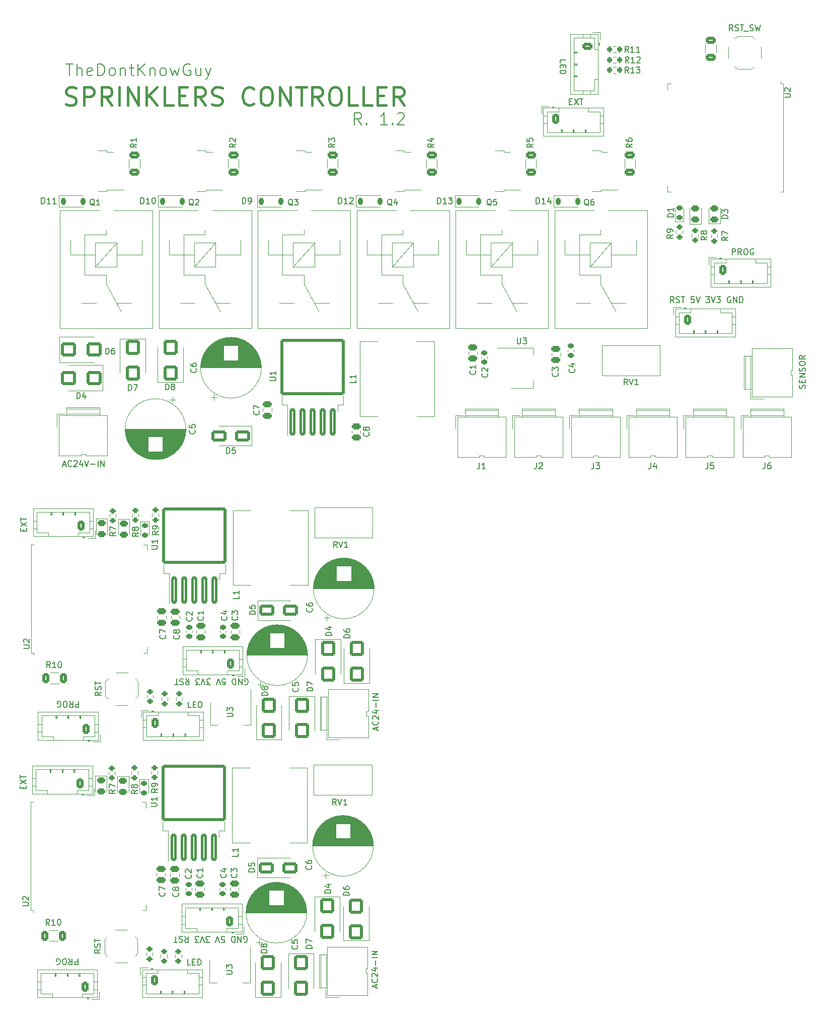
<source format=gbr>
%TF.GenerationSoftware,KiCad,Pcbnew,7.0.8*%
%TF.CreationDate,2023-11-09T16:26:40+02:00*%
%TF.ProjectId,sprinklers,73707269-6e6b-46c6-9572-732e6b696361,1.2*%
%TF.SameCoordinates,Original*%
%TF.FileFunction,Legend,Top*%
%TF.FilePolarity,Positive*%
%FSLAX46Y46*%
G04 Gerber Fmt 4.6, Leading zero omitted, Abs format (unit mm)*
G04 Created by KiCad (PCBNEW 7.0.8) date 2023-11-09 16:26:40*
%MOMM*%
%LPD*%
G01*
G04 APERTURE LIST*
G04 Aperture macros list*
%AMRoundRect*
0 Rectangle with rounded corners*
0 $1 Rounding radius*
0 $2 $3 $4 $5 $6 $7 $8 $9 X,Y pos of 4 corners*
0 Add a 4 corners polygon primitive as box body*
4,1,4,$2,$3,$4,$5,$6,$7,$8,$9,$2,$3,0*
0 Add four circle primitives for the rounded corners*
1,1,$1+$1,$2,$3*
1,1,$1+$1,$4,$5*
1,1,$1+$1,$6,$7*
1,1,$1+$1,$8,$9*
0 Add four rect primitives between the rounded corners*
20,1,$1+$1,$2,$3,$4,$5,0*
20,1,$1+$1,$4,$5,$6,$7,0*
20,1,$1+$1,$6,$7,$8,$9,0*
20,1,$1+$1,$8,$9,$2,$3,0*%
%AMFreePoly0*
4,1,41,-22.500000,1.388890,-22.492142,1.520800,-22.447241,1.727208,-22.364088,1.921388,-22.245689,2.096323,-22.096323,2.245689,-21.921388,2.364088,-21.727208,2.447241,-21.520800,2.492142,-21.388890,2.500000,21.388890,2.500000,21.520800,2.492142,21.727208,2.447241,21.921388,2.364088,22.096323,2.245689,22.245689,2.096323,22.364088,1.921388,22.447241,1.727208,22.492142,1.520800,22.500000,1.388890,
22.500000,-1.388890,22.492142,-1.520800,22.447241,-1.727208,22.364088,-1.921388,22.245689,-2.096323,22.096323,-2.245689,21.921388,-2.364088,21.727208,-2.447241,21.520800,-2.492142,21.388890,-2.500000,-21.388890,-2.500000,-21.520800,-2.492142,-21.727208,-2.447241,-21.921388,-2.364088,-22.096323,-2.245689,-22.245689,-2.096323,-22.364088,-1.921388,-22.447241,-1.727208,-22.492142,-1.520800,-22.500000,-1.388890,
-22.500000,1.388890,-22.500000,1.388890,$1*%
G04 Aperture macros list end*
%ADD10C,0.150000*%
%ADD11C,0.400000*%
%ADD12C,0.120000*%
%ADD13RoundRect,0.200000X0.275000X-0.200000X0.275000X0.200000X-0.275000X0.200000X-0.275000X-0.200000X0*%
%ADD14RoundRect,0.250000X0.350000X0.625000X-0.350000X0.625000X-0.350000X-0.625000X0.350000X-0.625000X0*%
%ADD15O,1.200000X1.750000*%
%ADD16RoundRect,0.250000X-0.900000X1.000000X-0.900000X-1.000000X0.900000X-1.000000X0.900000X1.000000X0*%
%ADD17RoundRect,0.225000X0.250000X-0.225000X0.250000X0.225000X-0.250000X0.225000X-0.250000X-0.225000X0*%
%ADD18RoundRect,0.218750X-0.256250X0.218750X-0.256250X-0.218750X0.256250X-0.218750X0.256250X0.218750X0*%
%ADD19RoundRect,0.243750X-0.456250X0.243750X-0.456250X-0.243750X0.456250X-0.243750X0.456250X0.243750X0*%
%ADD20R,0.900000X1.500000*%
%ADD21R,1.500000X0.900000*%
%ADD22C,0.600000*%
%ADD23R,3.800000X3.800000*%
%ADD24C,1.440000*%
%ADD25RoundRect,0.200000X-0.275000X0.200000X-0.275000X-0.200000X0.275000X-0.200000X0.275000X0.200000X0*%
%ADD26RoundRect,0.250000X-0.350000X-0.625000X0.350000X-0.625000X0.350000X0.625000X-0.350000X0.625000X0*%
%ADD27R,2.000000X2.000000*%
%ADD28C,2.000000*%
%ADD29R,3.000000X3.000000*%
%ADD30C,3.000000*%
%ADD31RoundRect,0.250000X-1.000000X-0.650000X1.000000X-0.650000X1.000000X0.650000X-1.000000X0.650000X0*%
%ADD32RoundRect,0.250000X0.475000X-0.250000X0.475000X0.250000X-0.475000X0.250000X-0.475000X-0.250000X0*%
%ADD33RoundRect,0.250000X-0.312500X-0.625000X0.312500X-0.625000X0.312500X0.625000X-0.312500X0.625000X0*%
%ADD34RoundRect,0.250000X0.300000X-2.050000X0.300000X2.050000X-0.300000X2.050000X-0.300000X-2.050000X0*%
%ADD35RoundRect,0.250002X5.149998X-4.449998X5.149998X4.449998X-5.149998X4.449998X-5.149998X-4.449998X0*%
%ADD36R,5.400000X2.900000*%
%ADD37R,1.000000X1.700000*%
%ADD38RoundRect,0.250000X0.900000X-1.000000X0.900000X1.000000X-0.900000X1.000000X-0.900000X-1.000000X0*%
%ADD39R,1.500000X2.000000*%
%ADD40R,3.800000X2.000000*%
%ADD41RoundRect,0.243750X0.456250X-0.243750X0.456250X0.243750X-0.456250X0.243750X-0.456250X-0.243750X0*%
%ADD42RoundRect,0.225000X-0.225000X-0.375000X0.225000X-0.375000X0.225000X0.375000X-0.225000X0.375000X0*%
%ADD43R,2.200000X1.200000*%
%ADD44R,6.400000X5.800000*%
%ADD45C,0.500000*%
%ADD46RoundRect,0.250000X0.625000X-0.312500X0.625000X0.312500X-0.625000X0.312500X-0.625000X-0.312500X0*%
%ADD47C,2.500000*%
%ADD48RoundRect,0.250000X-0.475000X0.250000X-0.475000X-0.250000X0.475000X-0.250000X0.475000X0.250000X0*%
%ADD49RoundRect,0.250000X-1.000000X-0.900000X1.000000X-0.900000X1.000000X0.900000X-1.000000X0.900000X0*%
%ADD50RoundRect,0.250000X1.000000X0.900000X-1.000000X0.900000X-1.000000X-0.900000X1.000000X-0.900000X0*%
%ADD51RoundRect,0.200000X-0.200000X-0.275000X0.200000X-0.275000X0.200000X0.275000X-0.200000X0.275000X0*%
%ADD52R,2.000000X1.500000*%
%ADD53R,2.000000X3.800000*%
%ADD54FreePoly0,180.000000*%
%ADD55RoundRect,0.250000X1.000000X0.650000X-1.000000X0.650000X-1.000000X-0.650000X1.000000X-0.650000X0*%
%ADD56RoundRect,0.218750X0.256250X-0.218750X0.256250X0.218750X-0.256250X0.218750X-0.256250X-0.218750X0*%
%ADD57RoundRect,0.250000X-0.625000X0.350000X-0.625000X-0.350000X0.625000X-0.350000X0.625000X0.350000X0*%
%ADD58O,1.750000X1.200000*%
%ADD59R,1.700000X1.000000*%
G04 APERTURE END LIST*
D10*
X9830731Y93182437D02*
X10973588Y93182437D01*
X10402159Y91182437D02*
X10402159Y93182437D01*
X11640255Y91182437D02*
X11640255Y93182437D01*
X12497398Y91182437D02*
X12497398Y92230056D01*
X12497398Y92230056D02*
X12402160Y92420533D01*
X12402160Y92420533D02*
X12211684Y92515771D01*
X12211684Y92515771D02*
X11925969Y92515771D01*
X11925969Y92515771D02*
X11735493Y92420533D01*
X11735493Y92420533D02*
X11640255Y92325295D01*
X14211684Y91277675D02*
X14021208Y91182437D01*
X14021208Y91182437D02*
X13640255Y91182437D01*
X13640255Y91182437D02*
X13449779Y91277675D01*
X13449779Y91277675D02*
X13354541Y91468152D01*
X13354541Y91468152D02*
X13354541Y92230056D01*
X13354541Y92230056D02*
X13449779Y92420533D01*
X13449779Y92420533D02*
X13640255Y92515771D01*
X13640255Y92515771D02*
X14021208Y92515771D01*
X14021208Y92515771D02*
X14211684Y92420533D01*
X14211684Y92420533D02*
X14306922Y92230056D01*
X14306922Y92230056D02*
X14306922Y92039580D01*
X14306922Y92039580D02*
X13354541Y91849104D01*
X15164065Y91182437D02*
X15164065Y93182437D01*
X15164065Y93182437D02*
X15640255Y93182437D01*
X15640255Y93182437D02*
X15925970Y93087199D01*
X15925970Y93087199D02*
X16116446Y92896723D01*
X16116446Y92896723D02*
X16211684Y92706247D01*
X16211684Y92706247D02*
X16306922Y92325295D01*
X16306922Y92325295D02*
X16306922Y92039580D01*
X16306922Y92039580D02*
X16211684Y91658628D01*
X16211684Y91658628D02*
X16116446Y91468152D01*
X16116446Y91468152D02*
X15925970Y91277675D01*
X15925970Y91277675D02*
X15640255Y91182437D01*
X15640255Y91182437D02*
X15164065Y91182437D01*
X17449779Y91182437D02*
X17259303Y91277675D01*
X17259303Y91277675D02*
X17164065Y91372914D01*
X17164065Y91372914D02*
X17068827Y91563390D01*
X17068827Y91563390D02*
X17068827Y92134818D01*
X17068827Y92134818D02*
X17164065Y92325295D01*
X17164065Y92325295D02*
X17259303Y92420533D01*
X17259303Y92420533D02*
X17449779Y92515771D01*
X17449779Y92515771D02*
X17735494Y92515771D01*
X17735494Y92515771D02*
X17925970Y92420533D01*
X17925970Y92420533D02*
X18021208Y92325295D01*
X18021208Y92325295D02*
X18116446Y92134818D01*
X18116446Y92134818D02*
X18116446Y91563390D01*
X18116446Y91563390D02*
X18021208Y91372914D01*
X18021208Y91372914D02*
X17925970Y91277675D01*
X17925970Y91277675D02*
X17735494Y91182437D01*
X17735494Y91182437D02*
X17449779Y91182437D01*
X18973589Y92515771D02*
X18973589Y91182437D01*
X18973589Y92325295D02*
X19068827Y92420533D01*
X19068827Y92420533D02*
X19259303Y92515771D01*
X19259303Y92515771D02*
X19545018Y92515771D01*
X19545018Y92515771D02*
X19735494Y92420533D01*
X19735494Y92420533D02*
X19830732Y92230056D01*
X19830732Y92230056D02*
X19830732Y91182437D01*
X20497399Y92515771D02*
X21259303Y92515771D01*
X20783113Y93182437D02*
X20783113Y91468152D01*
X20783113Y91468152D02*
X20878351Y91277675D01*
X20878351Y91277675D02*
X21068827Y91182437D01*
X21068827Y91182437D02*
X21259303Y91182437D01*
X21925970Y91182437D02*
X21925970Y93182437D01*
X23068827Y91182437D02*
X22211684Y92325295D01*
X23068827Y93182437D02*
X21925970Y92039580D01*
X23925970Y92515771D02*
X23925970Y91182437D01*
X23925970Y92325295D02*
X24021208Y92420533D01*
X24021208Y92420533D02*
X24211684Y92515771D01*
X24211684Y92515771D02*
X24497399Y92515771D01*
X24497399Y92515771D02*
X24687875Y92420533D01*
X24687875Y92420533D02*
X24783113Y92230056D01*
X24783113Y92230056D02*
X24783113Y91182437D01*
X26021208Y91182437D02*
X25830732Y91277675D01*
X25830732Y91277675D02*
X25735494Y91372914D01*
X25735494Y91372914D02*
X25640256Y91563390D01*
X25640256Y91563390D02*
X25640256Y92134818D01*
X25640256Y92134818D02*
X25735494Y92325295D01*
X25735494Y92325295D02*
X25830732Y92420533D01*
X25830732Y92420533D02*
X26021208Y92515771D01*
X26021208Y92515771D02*
X26306923Y92515771D01*
X26306923Y92515771D02*
X26497399Y92420533D01*
X26497399Y92420533D02*
X26592637Y92325295D01*
X26592637Y92325295D02*
X26687875Y92134818D01*
X26687875Y92134818D02*
X26687875Y91563390D01*
X26687875Y91563390D02*
X26592637Y91372914D01*
X26592637Y91372914D02*
X26497399Y91277675D01*
X26497399Y91277675D02*
X26306923Y91182437D01*
X26306923Y91182437D02*
X26021208Y91182437D01*
X27354542Y92515771D02*
X27735494Y91182437D01*
X27735494Y91182437D02*
X28116447Y92134818D01*
X28116447Y92134818D02*
X28497399Y91182437D01*
X28497399Y91182437D02*
X28878351Y92515771D01*
X30687875Y93087199D02*
X30497399Y93182437D01*
X30497399Y93182437D02*
X30211685Y93182437D01*
X30211685Y93182437D02*
X29925970Y93087199D01*
X29925970Y93087199D02*
X29735494Y92896723D01*
X29735494Y92896723D02*
X29640256Y92706247D01*
X29640256Y92706247D02*
X29545018Y92325295D01*
X29545018Y92325295D02*
X29545018Y92039580D01*
X29545018Y92039580D02*
X29640256Y91658628D01*
X29640256Y91658628D02*
X29735494Y91468152D01*
X29735494Y91468152D02*
X29925970Y91277675D01*
X29925970Y91277675D02*
X30211685Y91182437D01*
X30211685Y91182437D02*
X30402161Y91182437D01*
X30402161Y91182437D02*
X30687875Y91277675D01*
X30687875Y91277675D02*
X30783113Y91372914D01*
X30783113Y91372914D02*
X30783113Y92039580D01*
X30783113Y92039580D02*
X30402161Y92039580D01*
X32497399Y92515771D02*
X32497399Y91182437D01*
X31640256Y92515771D02*
X31640256Y91468152D01*
X31640256Y91468152D02*
X31735494Y91277675D01*
X31735494Y91277675D02*
X31925970Y91182437D01*
X31925970Y91182437D02*
X32211685Y91182437D01*
X32211685Y91182437D02*
X32402161Y91277675D01*
X32402161Y91277675D02*
X32497399Y91372914D01*
X33259304Y92515771D02*
X33735494Y91182437D01*
X34211685Y92515771D02*
X33735494Y91182437D01*
X33735494Y91182437D02*
X33545018Y90706247D01*
X33545018Y90706247D02*
X33449780Y90611009D01*
X33449780Y90611009D02*
X33259304Y90515771D01*
X59510415Y82958601D02*
X58843748Y83910982D01*
X58367558Y82958601D02*
X58367558Y84958601D01*
X58367558Y84958601D02*
X59129463Y84958601D01*
X59129463Y84958601D02*
X59319939Y84863363D01*
X59319939Y84863363D02*
X59415177Y84768125D01*
X59415177Y84768125D02*
X59510415Y84577649D01*
X59510415Y84577649D02*
X59510415Y84291935D01*
X59510415Y84291935D02*
X59415177Y84101459D01*
X59415177Y84101459D02*
X59319939Y84006220D01*
X59319939Y84006220D02*
X59129463Y83910982D01*
X59129463Y83910982D02*
X58367558Y83910982D01*
X60367558Y83149078D02*
X60462796Y83053839D01*
X60462796Y83053839D02*
X60367558Y82958601D01*
X60367558Y82958601D02*
X60272320Y83053839D01*
X60272320Y83053839D02*
X60367558Y83149078D01*
X60367558Y83149078D02*
X60367558Y82958601D01*
X63891368Y82958601D02*
X62748511Y82958601D01*
X63319939Y82958601D02*
X63319939Y84958601D01*
X63319939Y84958601D02*
X63129463Y84672887D01*
X63129463Y84672887D02*
X62938987Y84482411D01*
X62938987Y84482411D02*
X62748511Y84387173D01*
X64748511Y83149078D02*
X64843749Y83053839D01*
X64843749Y83053839D02*
X64748511Y82958601D01*
X64748511Y82958601D02*
X64653273Y83053839D01*
X64653273Y83053839D02*
X64748511Y83149078D01*
X64748511Y83149078D02*
X64748511Y82958601D01*
X65605654Y84768125D02*
X65700892Y84863363D01*
X65700892Y84863363D02*
X65891368Y84958601D01*
X65891368Y84958601D02*
X66367559Y84958601D01*
X66367559Y84958601D02*
X66558035Y84863363D01*
X66558035Y84863363D02*
X66653273Y84768125D01*
X66653273Y84768125D02*
X66748511Y84577649D01*
X66748511Y84577649D02*
X66748511Y84387173D01*
X66748511Y84387173D02*
X66653273Y84101459D01*
X66653273Y84101459D02*
X65510416Y82958601D01*
X65510416Y82958601D02*
X66748511Y82958601D01*
D11*
X9824243Y86380675D02*
X10252815Y86237818D01*
X10252815Y86237818D02*
X10967100Y86237818D01*
X10967100Y86237818D02*
X11252815Y86380675D01*
X11252815Y86380675D02*
X11395672Y86523533D01*
X11395672Y86523533D02*
X11538529Y86809247D01*
X11538529Y86809247D02*
X11538529Y87094961D01*
X11538529Y87094961D02*
X11395672Y87380675D01*
X11395672Y87380675D02*
X11252815Y87523533D01*
X11252815Y87523533D02*
X10967100Y87666390D01*
X10967100Y87666390D02*
X10395672Y87809247D01*
X10395672Y87809247D02*
X10109957Y87952104D01*
X10109957Y87952104D02*
X9967100Y88094961D01*
X9967100Y88094961D02*
X9824243Y88380675D01*
X9824243Y88380675D02*
X9824243Y88666390D01*
X9824243Y88666390D02*
X9967100Y88952104D01*
X9967100Y88952104D02*
X10109957Y89094961D01*
X10109957Y89094961D02*
X10395672Y89237818D01*
X10395672Y89237818D02*
X11109957Y89237818D01*
X11109957Y89237818D02*
X11538529Y89094961D01*
X12824243Y86237818D02*
X12824243Y89237818D01*
X12824243Y89237818D02*
X13967100Y89237818D01*
X13967100Y89237818D02*
X14252815Y89094961D01*
X14252815Y89094961D02*
X14395672Y88952104D01*
X14395672Y88952104D02*
X14538529Y88666390D01*
X14538529Y88666390D02*
X14538529Y88237818D01*
X14538529Y88237818D02*
X14395672Y87952104D01*
X14395672Y87952104D02*
X14252815Y87809247D01*
X14252815Y87809247D02*
X13967100Y87666390D01*
X13967100Y87666390D02*
X12824243Y87666390D01*
X17538529Y86237818D02*
X16538529Y87666390D01*
X15824243Y86237818D02*
X15824243Y89237818D01*
X15824243Y89237818D02*
X16967100Y89237818D01*
X16967100Y89237818D02*
X17252815Y89094961D01*
X17252815Y89094961D02*
X17395672Y88952104D01*
X17395672Y88952104D02*
X17538529Y88666390D01*
X17538529Y88666390D02*
X17538529Y88237818D01*
X17538529Y88237818D02*
X17395672Y87952104D01*
X17395672Y87952104D02*
X17252815Y87809247D01*
X17252815Y87809247D02*
X16967100Y87666390D01*
X16967100Y87666390D02*
X15824243Y87666390D01*
X18824243Y86237818D02*
X18824243Y89237818D01*
X20252814Y86237818D02*
X20252814Y89237818D01*
X20252814Y89237818D02*
X21967100Y86237818D01*
X21967100Y86237818D02*
X21967100Y89237818D01*
X23395671Y86237818D02*
X23395671Y89237818D01*
X25109957Y86237818D02*
X23824243Y87952104D01*
X25109957Y89237818D02*
X23395671Y87523533D01*
X27824243Y86237818D02*
X26395671Y86237818D01*
X26395671Y86237818D02*
X26395671Y89237818D01*
X28824242Y87809247D02*
X29824242Y87809247D01*
X30252814Y86237818D02*
X28824242Y86237818D01*
X28824242Y86237818D02*
X28824242Y89237818D01*
X28824242Y89237818D02*
X30252814Y89237818D01*
X33252814Y86237818D02*
X32252814Y87666390D01*
X31538528Y86237818D02*
X31538528Y89237818D01*
X31538528Y89237818D02*
X32681385Y89237818D01*
X32681385Y89237818D02*
X32967100Y89094961D01*
X32967100Y89094961D02*
X33109957Y88952104D01*
X33109957Y88952104D02*
X33252814Y88666390D01*
X33252814Y88666390D02*
X33252814Y88237818D01*
X33252814Y88237818D02*
X33109957Y87952104D01*
X33109957Y87952104D02*
X32967100Y87809247D01*
X32967100Y87809247D02*
X32681385Y87666390D01*
X32681385Y87666390D02*
X31538528Y87666390D01*
X34395671Y86380675D02*
X34824243Y86237818D01*
X34824243Y86237818D02*
X35538528Y86237818D01*
X35538528Y86237818D02*
X35824243Y86380675D01*
X35824243Y86380675D02*
X35967100Y86523533D01*
X35967100Y86523533D02*
X36109957Y86809247D01*
X36109957Y86809247D02*
X36109957Y87094961D01*
X36109957Y87094961D02*
X35967100Y87380675D01*
X35967100Y87380675D02*
X35824243Y87523533D01*
X35824243Y87523533D02*
X35538528Y87666390D01*
X35538528Y87666390D02*
X34967100Y87809247D01*
X34967100Y87809247D02*
X34681385Y87952104D01*
X34681385Y87952104D02*
X34538528Y88094961D01*
X34538528Y88094961D02*
X34395671Y88380675D01*
X34395671Y88380675D02*
X34395671Y88666390D01*
X34395671Y88666390D02*
X34538528Y88952104D01*
X34538528Y88952104D02*
X34681385Y89094961D01*
X34681385Y89094961D02*
X34967100Y89237818D01*
X34967100Y89237818D02*
X35681385Y89237818D01*
X35681385Y89237818D02*
X36109957Y89094961D01*
X41395671Y86523533D02*
X41252814Y86380675D01*
X41252814Y86380675D02*
X40824242Y86237818D01*
X40824242Y86237818D02*
X40538528Y86237818D01*
X40538528Y86237818D02*
X40109957Y86380675D01*
X40109957Y86380675D02*
X39824242Y86666390D01*
X39824242Y86666390D02*
X39681385Y86952104D01*
X39681385Y86952104D02*
X39538528Y87523533D01*
X39538528Y87523533D02*
X39538528Y87952104D01*
X39538528Y87952104D02*
X39681385Y88523533D01*
X39681385Y88523533D02*
X39824242Y88809247D01*
X39824242Y88809247D02*
X40109957Y89094961D01*
X40109957Y89094961D02*
X40538528Y89237818D01*
X40538528Y89237818D02*
X40824242Y89237818D01*
X40824242Y89237818D02*
X41252814Y89094961D01*
X41252814Y89094961D02*
X41395671Y88952104D01*
X43252814Y89237818D02*
X43824242Y89237818D01*
X43824242Y89237818D02*
X44109957Y89094961D01*
X44109957Y89094961D02*
X44395671Y88809247D01*
X44395671Y88809247D02*
X44538528Y88237818D01*
X44538528Y88237818D02*
X44538528Y87237818D01*
X44538528Y87237818D02*
X44395671Y86666390D01*
X44395671Y86666390D02*
X44109957Y86380675D01*
X44109957Y86380675D02*
X43824242Y86237818D01*
X43824242Y86237818D02*
X43252814Y86237818D01*
X43252814Y86237818D02*
X42967100Y86380675D01*
X42967100Y86380675D02*
X42681385Y86666390D01*
X42681385Y86666390D02*
X42538528Y87237818D01*
X42538528Y87237818D02*
X42538528Y88237818D01*
X42538528Y88237818D02*
X42681385Y88809247D01*
X42681385Y88809247D02*
X42967100Y89094961D01*
X42967100Y89094961D02*
X43252814Y89237818D01*
X45824242Y86237818D02*
X45824242Y89237818D01*
X45824242Y89237818D02*
X47538528Y86237818D01*
X47538528Y86237818D02*
X47538528Y89237818D01*
X48538528Y89237818D02*
X50252814Y89237818D01*
X49395671Y86237818D02*
X49395671Y89237818D01*
X52967099Y86237818D02*
X51967099Y87666390D01*
X51252813Y86237818D02*
X51252813Y89237818D01*
X51252813Y89237818D02*
X52395670Y89237818D01*
X52395670Y89237818D02*
X52681385Y89094961D01*
X52681385Y89094961D02*
X52824242Y88952104D01*
X52824242Y88952104D02*
X52967099Y88666390D01*
X52967099Y88666390D02*
X52967099Y88237818D01*
X52967099Y88237818D02*
X52824242Y87952104D01*
X52824242Y87952104D02*
X52681385Y87809247D01*
X52681385Y87809247D02*
X52395670Y87666390D01*
X52395670Y87666390D02*
X51252813Y87666390D01*
X54824242Y89237818D02*
X55395670Y89237818D01*
X55395670Y89237818D02*
X55681385Y89094961D01*
X55681385Y89094961D02*
X55967099Y88809247D01*
X55967099Y88809247D02*
X56109956Y88237818D01*
X56109956Y88237818D02*
X56109956Y87237818D01*
X56109956Y87237818D02*
X55967099Y86666390D01*
X55967099Y86666390D02*
X55681385Y86380675D01*
X55681385Y86380675D02*
X55395670Y86237818D01*
X55395670Y86237818D02*
X54824242Y86237818D01*
X54824242Y86237818D02*
X54538528Y86380675D01*
X54538528Y86380675D02*
X54252813Y86666390D01*
X54252813Y86666390D02*
X54109956Y87237818D01*
X54109956Y87237818D02*
X54109956Y88237818D01*
X54109956Y88237818D02*
X54252813Y88809247D01*
X54252813Y88809247D02*
X54538528Y89094961D01*
X54538528Y89094961D02*
X54824242Y89237818D01*
X58824242Y86237818D02*
X57395670Y86237818D01*
X57395670Y86237818D02*
X57395670Y89237818D01*
X61252813Y86237818D02*
X59824241Y86237818D01*
X59824241Y86237818D02*
X59824241Y89237818D01*
X62252812Y87809247D02*
X63252812Y87809247D01*
X63681384Y86237818D02*
X62252812Y86237818D01*
X62252812Y86237818D02*
X62252812Y89237818D01*
X62252812Y89237818D02*
X63681384Y89237818D01*
X66681384Y86237818D02*
X65681384Y87666390D01*
X64967098Y86237818D02*
X64967098Y89237818D01*
X64967098Y89237818D02*
X66109955Y89237818D01*
X66109955Y89237818D02*
X66395670Y89094961D01*
X66395670Y89094961D02*
X66538527Y88952104D01*
X66538527Y88952104D02*
X66681384Y88666390D01*
X66681384Y88666390D02*
X66681384Y88237818D01*
X66681384Y88237818D02*
X66538527Y87952104D01*
X66538527Y87952104D02*
X66395670Y87809247D01*
X66395670Y87809247D02*
X66109955Y87666390D01*
X66109955Y87666390D02*
X64967098Y87666390D01*
D10*
X11841672Y-57314420D02*
X11841672Y-58314420D01*
X11841672Y-58314420D02*
X11460720Y-58314420D01*
X11460720Y-58314420D02*
X11365482Y-58266801D01*
X11365482Y-58266801D02*
X11317863Y-58219182D01*
X11317863Y-58219182D02*
X11270244Y-58123944D01*
X11270244Y-58123944D02*
X11270244Y-57981087D01*
X11270244Y-57981087D02*
X11317863Y-57885849D01*
X11317863Y-57885849D02*
X11365482Y-57838230D01*
X11365482Y-57838230D02*
X11460720Y-57790611D01*
X11460720Y-57790611D02*
X11841672Y-57790611D01*
X10270244Y-57314420D02*
X10603577Y-57790611D01*
X10841672Y-57314420D02*
X10841672Y-58314420D01*
X10841672Y-58314420D02*
X10460720Y-58314420D01*
X10460720Y-58314420D02*
X10365482Y-58266801D01*
X10365482Y-58266801D02*
X10317863Y-58219182D01*
X10317863Y-58219182D02*
X10270244Y-58123944D01*
X10270244Y-58123944D02*
X10270244Y-57981087D01*
X10270244Y-57981087D02*
X10317863Y-57885849D01*
X10317863Y-57885849D02*
X10365482Y-57838230D01*
X10365482Y-57838230D02*
X10460720Y-57790611D01*
X10460720Y-57790611D02*
X10841672Y-57790611D01*
X9651196Y-58314420D02*
X9460720Y-58314420D01*
X9460720Y-58314420D02*
X9365482Y-58266801D01*
X9365482Y-58266801D02*
X9270244Y-58171563D01*
X9270244Y-58171563D02*
X9222625Y-57981087D01*
X9222625Y-57981087D02*
X9222625Y-57647754D01*
X9222625Y-57647754D02*
X9270244Y-57457278D01*
X9270244Y-57457278D02*
X9365482Y-57362040D01*
X9365482Y-57362040D02*
X9460720Y-57314420D01*
X9460720Y-57314420D02*
X9651196Y-57314420D01*
X9651196Y-57314420D02*
X9746434Y-57362040D01*
X9746434Y-57362040D02*
X9841672Y-57457278D01*
X9841672Y-57457278D02*
X9889291Y-57647754D01*
X9889291Y-57647754D02*
X9889291Y-57981087D01*
X9889291Y-57981087D02*
X9841672Y-58171563D01*
X9841672Y-58171563D02*
X9746434Y-58266801D01*
X9746434Y-58266801D02*
X9651196Y-58314420D01*
X8270244Y-58266801D02*
X8365482Y-58314420D01*
X8365482Y-58314420D02*
X8508339Y-58314420D01*
X8508339Y-58314420D02*
X8651196Y-58266801D01*
X8651196Y-58266801D02*
X8746434Y-58171563D01*
X8746434Y-58171563D02*
X8794053Y-58076325D01*
X8794053Y-58076325D02*
X8841672Y-57885849D01*
X8841672Y-57885849D02*
X8841672Y-57742992D01*
X8841672Y-57742992D02*
X8794053Y-57552516D01*
X8794053Y-57552516D02*
X8746434Y-57457278D01*
X8746434Y-57457278D02*
X8651196Y-57362040D01*
X8651196Y-57362040D02*
X8508339Y-57314420D01*
X8508339Y-57314420D02*
X8413101Y-57314420D01*
X8413101Y-57314420D02*
X8270244Y-57362040D01*
X8270244Y-57362040D02*
X8222625Y-57409659D01*
X8222625Y-57409659D02*
X8222625Y-57742992D01*
X8222625Y-57742992D02*
X8413101Y-57742992D01*
X51208261Y-55564159D02*
X50208261Y-55564159D01*
X50208261Y-55564159D02*
X50208261Y-55326064D01*
X50208261Y-55326064D02*
X50255880Y-55183207D01*
X50255880Y-55183207D02*
X50351118Y-55087969D01*
X50351118Y-55087969D02*
X50446356Y-55040350D01*
X50446356Y-55040350D02*
X50636832Y-54992731D01*
X50636832Y-54992731D02*
X50779689Y-54992731D01*
X50779689Y-54992731D02*
X50970165Y-55040350D01*
X50970165Y-55040350D02*
X51065403Y-55087969D01*
X51065403Y-55087969D02*
X51160642Y-55183207D01*
X51160642Y-55183207D02*
X51208261Y-55326064D01*
X51208261Y-55326064D02*
X51208261Y-55564159D01*
X50208261Y-54659397D02*
X50208261Y-53992731D01*
X50208261Y-53992731D02*
X51208261Y-54421302D01*
X30810777Y-43203174D02*
X30858397Y-43250793D01*
X30858397Y-43250793D02*
X30906016Y-43393650D01*
X30906016Y-43393650D02*
X30906016Y-43488888D01*
X30906016Y-43488888D02*
X30858397Y-43631745D01*
X30858397Y-43631745D02*
X30763158Y-43726983D01*
X30763158Y-43726983D02*
X30667920Y-43774602D01*
X30667920Y-43774602D02*
X30477444Y-43822221D01*
X30477444Y-43822221D02*
X30334587Y-43822221D01*
X30334587Y-43822221D02*
X30144111Y-43774602D01*
X30144111Y-43774602D02*
X30048873Y-43726983D01*
X30048873Y-43726983D02*
X29953635Y-43631745D01*
X29953635Y-43631745D02*
X29906016Y-43488888D01*
X29906016Y-43488888D02*
X29906016Y-43393650D01*
X29906016Y-43393650D02*
X29953635Y-43250793D01*
X29953635Y-43250793D02*
X30001254Y-43203174D01*
X30001254Y-42822221D02*
X29953635Y-42774602D01*
X29953635Y-42774602D02*
X29906016Y-42679364D01*
X29906016Y-42679364D02*
X29906016Y-42441269D01*
X29906016Y-42441269D02*
X29953635Y-42346031D01*
X29953635Y-42346031D02*
X30001254Y-42298412D01*
X30001254Y-42298412D02*
X30096492Y-42250793D01*
X30096492Y-42250793D02*
X30191730Y-42250793D01*
X30191730Y-42250793D02*
X30334587Y-42298412D01*
X30334587Y-42298412D02*
X30906016Y-42869840D01*
X30906016Y-42869840D02*
X30906016Y-42250793D01*
X2546082Y-48408931D02*
X3355605Y-48408931D01*
X3355605Y-48408931D02*
X3450843Y-48361312D01*
X3450843Y-48361312D02*
X3498463Y-48313693D01*
X3498463Y-48313693D02*
X3546082Y-48218455D01*
X3546082Y-48218455D02*
X3546082Y-48027979D01*
X3546082Y-48027979D02*
X3498463Y-47932741D01*
X3498463Y-47932741D02*
X3450843Y-47885122D01*
X3450843Y-47885122D02*
X3355605Y-47837503D01*
X3355605Y-47837503D02*
X2546082Y-47837503D01*
X2641320Y-47408931D02*
X2593701Y-47361312D01*
X2593701Y-47361312D02*
X2546082Y-47266074D01*
X2546082Y-47266074D02*
X2546082Y-47027979D01*
X2546082Y-47027979D02*
X2593701Y-46932741D01*
X2593701Y-46932741D02*
X2641320Y-46885122D01*
X2641320Y-46885122D02*
X2736558Y-46837503D01*
X2736558Y-46837503D02*
X2831796Y-46837503D01*
X2831796Y-46837503D02*
X2974653Y-46885122D01*
X2974653Y-46885122D02*
X3546082Y-47456550D01*
X3546082Y-47456550D02*
X3546082Y-46837503D01*
X55283154Y-31445857D02*
X54949821Y-30969666D01*
X54711726Y-31445857D02*
X54711726Y-30445857D01*
X54711726Y-30445857D02*
X55092678Y-30445857D01*
X55092678Y-30445857D02*
X55187916Y-30493476D01*
X55187916Y-30493476D02*
X55235535Y-30541095D01*
X55235535Y-30541095D02*
X55283154Y-30636333D01*
X55283154Y-30636333D02*
X55283154Y-30779190D01*
X55283154Y-30779190D02*
X55235535Y-30874428D01*
X55235535Y-30874428D02*
X55187916Y-30922047D01*
X55187916Y-30922047D02*
X55092678Y-30969666D01*
X55092678Y-30969666D02*
X54711726Y-30969666D01*
X55568869Y-30445857D02*
X55902202Y-31445857D01*
X55902202Y-31445857D02*
X56235535Y-30445857D01*
X57092678Y-31445857D02*
X56521250Y-31445857D01*
X56806964Y-31445857D02*
X56806964Y-30445857D01*
X56806964Y-30445857D02*
X56711726Y-30588714D01*
X56711726Y-30588714D02*
X56616488Y-30683952D01*
X56616488Y-30683952D02*
X56521250Y-30731571D01*
X2577913Y-28703288D02*
X2577913Y-28369955D01*
X3101723Y-28227098D02*
X3101723Y-28703288D01*
X3101723Y-28703288D02*
X2101723Y-28703288D01*
X2101723Y-28703288D02*
X2101723Y-28227098D01*
X2101723Y-27893764D02*
X3101723Y-27227098D01*
X2101723Y-27227098D02*
X3101723Y-27893764D01*
X2101723Y-26989002D02*
X2101723Y-26417574D01*
X3101723Y-26703288D02*
X2101723Y-26703288D01*
X21840464Y-28956805D02*
X21364273Y-29290138D01*
X21840464Y-29528233D02*
X20840464Y-29528233D01*
X20840464Y-29528233D02*
X20840464Y-29147281D01*
X20840464Y-29147281D02*
X20888083Y-29052043D01*
X20888083Y-29052043D02*
X20935702Y-29004424D01*
X20935702Y-29004424D02*
X21030940Y-28956805D01*
X21030940Y-28956805D02*
X21173797Y-28956805D01*
X21173797Y-28956805D02*
X21269035Y-29004424D01*
X21269035Y-29004424D02*
X21316654Y-29052043D01*
X21316654Y-29052043D02*
X21364273Y-29147281D01*
X21364273Y-29147281D02*
X21364273Y-29528233D01*
X21269035Y-28385376D02*
X21221416Y-28480614D01*
X21221416Y-28480614D02*
X21173797Y-28528233D01*
X21173797Y-28528233D02*
X21078559Y-28575852D01*
X21078559Y-28575852D02*
X21030940Y-28575852D01*
X21030940Y-28575852D02*
X20935702Y-28528233D01*
X20935702Y-28528233D02*
X20888083Y-28480614D01*
X20888083Y-28480614D02*
X20840464Y-28385376D01*
X20840464Y-28385376D02*
X20840464Y-28194900D01*
X20840464Y-28194900D02*
X20888083Y-28099662D01*
X20888083Y-28099662D02*
X20935702Y-28052043D01*
X20935702Y-28052043D02*
X21030940Y-28004424D01*
X21030940Y-28004424D02*
X21078559Y-28004424D01*
X21078559Y-28004424D02*
X21173797Y-28052043D01*
X21173797Y-28052043D02*
X21221416Y-28099662D01*
X21221416Y-28099662D02*
X21269035Y-28194900D01*
X21269035Y-28194900D02*
X21269035Y-28385376D01*
X21269035Y-28385376D02*
X21316654Y-28480614D01*
X21316654Y-28480614D02*
X21364273Y-28528233D01*
X21364273Y-28528233D02*
X21459511Y-28575852D01*
X21459511Y-28575852D02*
X21649987Y-28575852D01*
X21649987Y-28575852D02*
X21745225Y-28528233D01*
X21745225Y-28528233D02*
X21792845Y-28480614D01*
X21792845Y-28480614D02*
X21840464Y-28385376D01*
X21840464Y-28385376D02*
X21840464Y-28194900D01*
X21840464Y-28194900D02*
X21792845Y-28099662D01*
X21792845Y-28099662D02*
X21745225Y-28052043D01*
X21745225Y-28052043D02*
X21649987Y-28004424D01*
X21649987Y-28004424D02*
X21459511Y-28004424D01*
X21459511Y-28004424D02*
X21364273Y-28052043D01*
X21364273Y-28052043D02*
X21316654Y-28099662D01*
X21316654Y-28099662D02*
X21269035Y-28194900D01*
X30752144Y-58369720D02*
X30275954Y-58369720D01*
X30275954Y-58369720D02*
X30275954Y-57369720D01*
X31085478Y-57845910D02*
X31418811Y-57845910D01*
X31561668Y-58369720D02*
X31085478Y-58369720D01*
X31085478Y-58369720D02*
X31085478Y-57369720D01*
X31085478Y-57369720D02*
X31561668Y-57369720D01*
X31990240Y-58369720D02*
X31990240Y-57369720D01*
X31990240Y-57369720D02*
X32228335Y-57369720D01*
X32228335Y-57369720D02*
X32371192Y-57417339D01*
X32371192Y-57417339D02*
X32466430Y-57512577D01*
X32466430Y-57512577D02*
X32514049Y-57607815D01*
X32514049Y-57607815D02*
X32561668Y-57798291D01*
X32561668Y-57798291D02*
X32561668Y-57941148D01*
X32561668Y-57941148D02*
X32514049Y-58131624D01*
X32514049Y-58131624D02*
X32466430Y-58226862D01*
X32466430Y-58226862D02*
X32371192Y-58322101D01*
X32371192Y-58322101D02*
X32228335Y-58369720D01*
X32228335Y-58369720D02*
X31990240Y-58369720D01*
X51051508Y-41688056D02*
X51099128Y-41735675D01*
X51099128Y-41735675D02*
X51146747Y-41878532D01*
X51146747Y-41878532D02*
X51146747Y-41973770D01*
X51146747Y-41973770D02*
X51099128Y-42116627D01*
X51099128Y-42116627D02*
X51003889Y-42211865D01*
X51003889Y-42211865D02*
X50908651Y-42259484D01*
X50908651Y-42259484D02*
X50718175Y-42307103D01*
X50718175Y-42307103D02*
X50575318Y-42307103D01*
X50575318Y-42307103D02*
X50384842Y-42259484D01*
X50384842Y-42259484D02*
X50289604Y-42211865D01*
X50289604Y-42211865D02*
X50194366Y-42116627D01*
X50194366Y-42116627D02*
X50146747Y-41973770D01*
X50146747Y-41973770D02*
X50146747Y-41878532D01*
X50146747Y-41878532D02*
X50194366Y-41735675D01*
X50194366Y-41735675D02*
X50241985Y-41688056D01*
X50146747Y-40830913D02*
X50146747Y-41021389D01*
X50146747Y-41021389D02*
X50194366Y-41116627D01*
X50194366Y-41116627D02*
X50241985Y-41164246D01*
X50241985Y-41164246D02*
X50384842Y-41259484D01*
X50384842Y-41259484D02*
X50575318Y-41307103D01*
X50575318Y-41307103D02*
X50956270Y-41307103D01*
X50956270Y-41307103D02*
X51051508Y-41259484D01*
X51051508Y-41259484D02*
X51099128Y-41211865D01*
X51099128Y-41211865D02*
X51146747Y-41116627D01*
X51146747Y-41116627D02*
X51146747Y-40926151D01*
X51146747Y-40926151D02*
X51099128Y-40830913D01*
X51099128Y-40830913D02*
X51051508Y-40783294D01*
X51051508Y-40783294D02*
X50956270Y-40735675D01*
X50956270Y-40735675D02*
X50718175Y-40735675D01*
X50718175Y-40735675D02*
X50622937Y-40783294D01*
X50622937Y-40783294D02*
X50575318Y-40830913D01*
X50575318Y-40830913D02*
X50527699Y-40926151D01*
X50527699Y-40926151D02*
X50527699Y-41116627D01*
X50527699Y-41116627D02*
X50575318Y-41211865D01*
X50575318Y-41211865D02*
X50622937Y-41259484D01*
X50622937Y-41259484D02*
X50718175Y-41307103D01*
X39755731Y-54488314D02*
X39850969Y-54535933D01*
X39850969Y-54535933D02*
X39993826Y-54535933D01*
X39993826Y-54535933D02*
X40136683Y-54488314D01*
X40136683Y-54488314D02*
X40231921Y-54393076D01*
X40231921Y-54393076D02*
X40279540Y-54297838D01*
X40279540Y-54297838D02*
X40327159Y-54107362D01*
X40327159Y-54107362D02*
X40327159Y-53964505D01*
X40327159Y-53964505D02*
X40279540Y-53774029D01*
X40279540Y-53774029D02*
X40231921Y-53678791D01*
X40231921Y-53678791D02*
X40136683Y-53583553D01*
X40136683Y-53583553D02*
X39993826Y-53535933D01*
X39993826Y-53535933D02*
X39898588Y-53535933D01*
X39898588Y-53535933D02*
X39755731Y-53583553D01*
X39755731Y-53583553D02*
X39708112Y-53631172D01*
X39708112Y-53631172D02*
X39708112Y-53964505D01*
X39708112Y-53964505D02*
X39898588Y-53964505D01*
X39279540Y-53535933D02*
X39279540Y-54535933D01*
X39279540Y-54535933D02*
X38708112Y-53535933D01*
X38708112Y-53535933D02*
X38708112Y-54535933D01*
X38231921Y-53535933D02*
X38231921Y-54535933D01*
X38231921Y-54535933D02*
X37993826Y-54535933D01*
X37993826Y-54535933D02*
X37850969Y-54488314D01*
X37850969Y-54488314D02*
X37755731Y-54393076D01*
X37755731Y-54393076D02*
X37708112Y-54297838D01*
X37708112Y-54297838D02*
X37660493Y-54107362D01*
X37660493Y-54107362D02*
X37660493Y-53964505D01*
X37660493Y-53964505D02*
X37708112Y-53774029D01*
X37708112Y-53774029D02*
X37755731Y-53678791D01*
X37755731Y-53678791D02*
X37850969Y-53583553D01*
X37850969Y-53583553D02*
X37993826Y-53535933D01*
X37993826Y-53535933D02*
X38231921Y-53535933D01*
X35993826Y-54535933D02*
X36470016Y-54535933D01*
X36470016Y-54535933D02*
X36517635Y-54059743D01*
X36517635Y-54059743D02*
X36470016Y-54107362D01*
X36470016Y-54107362D02*
X36374778Y-54154981D01*
X36374778Y-54154981D02*
X36136683Y-54154981D01*
X36136683Y-54154981D02*
X36041445Y-54107362D01*
X36041445Y-54107362D02*
X35993826Y-54059743D01*
X35993826Y-54059743D02*
X35946207Y-53964505D01*
X35946207Y-53964505D02*
X35946207Y-53726410D01*
X35946207Y-53726410D02*
X35993826Y-53631172D01*
X35993826Y-53631172D02*
X36041445Y-53583553D01*
X36041445Y-53583553D02*
X36136683Y-53535933D01*
X36136683Y-53535933D02*
X36374778Y-53535933D01*
X36374778Y-53535933D02*
X36470016Y-53583553D01*
X36470016Y-53583553D02*
X36517635Y-53631172D01*
X35660492Y-54535933D02*
X35327159Y-53535933D01*
X35327159Y-53535933D02*
X34993826Y-54535933D01*
X33993825Y-54535933D02*
X33374778Y-54535933D01*
X33374778Y-54535933D02*
X33708111Y-54154981D01*
X33708111Y-54154981D02*
X33565254Y-54154981D01*
X33565254Y-54154981D02*
X33470016Y-54107362D01*
X33470016Y-54107362D02*
X33422397Y-54059743D01*
X33422397Y-54059743D02*
X33374778Y-53964505D01*
X33374778Y-53964505D02*
X33374778Y-53726410D01*
X33374778Y-53726410D02*
X33422397Y-53631172D01*
X33422397Y-53631172D02*
X33470016Y-53583553D01*
X33470016Y-53583553D02*
X33565254Y-53535933D01*
X33565254Y-53535933D02*
X33850968Y-53535933D01*
X33850968Y-53535933D02*
X33946206Y-53583553D01*
X33946206Y-53583553D02*
X33993825Y-53631172D01*
X33089063Y-54535933D02*
X32755730Y-53535933D01*
X32755730Y-53535933D02*
X32422397Y-54535933D01*
X32184301Y-54535933D02*
X31565254Y-54535933D01*
X31565254Y-54535933D02*
X31898587Y-54154981D01*
X31898587Y-54154981D02*
X31755730Y-54154981D01*
X31755730Y-54154981D02*
X31660492Y-54107362D01*
X31660492Y-54107362D02*
X31612873Y-54059743D01*
X31612873Y-54059743D02*
X31565254Y-53964505D01*
X31565254Y-53964505D02*
X31565254Y-53726410D01*
X31565254Y-53726410D02*
X31612873Y-53631172D01*
X31612873Y-53631172D02*
X31660492Y-53583553D01*
X31660492Y-53583553D02*
X31755730Y-53535933D01*
X31755730Y-53535933D02*
X32041444Y-53535933D01*
X32041444Y-53535933D02*
X32136682Y-53583553D01*
X32136682Y-53583553D02*
X32184301Y-53631172D01*
X29803349Y-53535933D02*
X30136682Y-54012124D01*
X30374777Y-53535933D02*
X30374777Y-54535933D01*
X30374777Y-54535933D02*
X29993825Y-54535933D01*
X29993825Y-54535933D02*
X29898587Y-54488314D01*
X29898587Y-54488314D02*
X29850968Y-54440695D01*
X29850968Y-54440695D02*
X29803349Y-54345457D01*
X29803349Y-54345457D02*
X29803349Y-54202600D01*
X29803349Y-54202600D02*
X29850968Y-54107362D01*
X29850968Y-54107362D02*
X29898587Y-54059743D01*
X29898587Y-54059743D02*
X29993825Y-54012124D01*
X29993825Y-54012124D02*
X30374777Y-54012124D01*
X29422396Y-53583553D02*
X29279539Y-53535933D01*
X29279539Y-53535933D02*
X29041444Y-53535933D01*
X29041444Y-53535933D02*
X28946206Y-53583553D01*
X28946206Y-53583553D02*
X28898587Y-53631172D01*
X28898587Y-53631172D02*
X28850968Y-53726410D01*
X28850968Y-53726410D02*
X28850968Y-53821648D01*
X28850968Y-53821648D02*
X28898587Y-53916886D01*
X28898587Y-53916886D02*
X28946206Y-53964505D01*
X28946206Y-53964505D02*
X29041444Y-54012124D01*
X29041444Y-54012124D02*
X29231920Y-54059743D01*
X29231920Y-54059743D02*
X29327158Y-54107362D01*
X29327158Y-54107362D02*
X29374777Y-54154981D01*
X29374777Y-54154981D02*
X29422396Y-54250219D01*
X29422396Y-54250219D02*
X29422396Y-54345457D01*
X29422396Y-54345457D02*
X29374777Y-54440695D01*
X29374777Y-54440695D02*
X29327158Y-54488314D01*
X29327158Y-54488314D02*
X29231920Y-54535933D01*
X29231920Y-54535933D02*
X28993825Y-54535933D01*
X28993825Y-54535933D02*
X28850968Y-54488314D01*
X28565253Y-54535933D02*
X27993825Y-54535933D01*
X28279539Y-53535933D02*
X28279539Y-54535933D01*
X61963673Y-62169578D02*
X61963673Y-61693388D01*
X62249388Y-62264816D02*
X61249388Y-61931483D01*
X61249388Y-61931483D02*
X62249388Y-61598150D01*
X62154149Y-60693388D02*
X62201769Y-60741007D01*
X62201769Y-60741007D02*
X62249388Y-60883864D01*
X62249388Y-60883864D02*
X62249388Y-60979102D01*
X62249388Y-60979102D02*
X62201769Y-61121959D01*
X62201769Y-61121959D02*
X62106530Y-61217197D01*
X62106530Y-61217197D02*
X62011292Y-61264816D01*
X62011292Y-61264816D02*
X61820816Y-61312435D01*
X61820816Y-61312435D02*
X61677959Y-61312435D01*
X61677959Y-61312435D02*
X61487483Y-61264816D01*
X61487483Y-61264816D02*
X61392245Y-61217197D01*
X61392245Y-61217197D02*
X61297007Y-61121959D01*
X61297007Y-61121959D02*
X61249388Y-60979102D01*
X61249388Y-60979102D02*
X61249388Y-60883864D01*
X61249388Y-60883864D02*
X61297007Y-60741007D01*
X61297007Y-60741007D02*
X61344626Y-60693388D01*
X61344626Y-60312435D02*
X61297007Y-60264816D01*
X61297007Y-60264816D02*
X61249388Y-60169578D01*
X61249388Y-60169578D02*
X61249388Y-59931483D01*
X61249388Y-59931483D02*
X61297007Y-59836245D01*
X61297007Y-59836245D02*
X61344626Y-59788626D01*
X61344626Y-59788626D02*
X61439864Y-59741007D01*
X61439864Y-59741007D02*
X61535102Y-59741007D01*
X61535102Y-59741007D02*
X61677959Y-59788626D01*
X61677959Y-59788626D02*
X62249388Y-60360054D01*
X62249388Y-60360054D02*
X62249388Y-59741007D01*
X61582721Y-58883864D02*
X62249388Y-58883864D01*
X61201769Y-59121959D02*
X61916054Y-59360054D01*
X61916054Y-59360054D02*
X61916054Y-58741007D01*
X61868435Y-58360054D02*
X61868435Y-57598150D01*
X62249388Y-57121959D02*
X61249388Y-57121959D01*
X62249388Y-56645769D02*
X61249388Y-56645769D01*
X61249388Y-56645769D02*
X62249388Y-56074341D01*
X62249388Y-56074341D02*
X61249388Y-56074341D01*
X41549770Y-42689350D02*
X40549770Y-42689350D01*
X40549770Y-42689350D02*
X40549770Y-42451255D01*
X40549770Y-42451255D02*
X40597389Y-42308398D01*
X40597389Y-42308398D02*
X40692627Y-42213160D01*
X40692627Y-42213160D02*
X40787865Y-42165541D01*
X40787865Y-42165541D02*
X40978341Y-42117922D01*
X40978341Y-42117922D02*
X41121198Y-42117922D01*
X41121198Y-42117922D02*
X41311674Y-42165541D01*
X41311674Y-42165541D02*
X41406912Y-42213160D01*
X41406912Y-42213160D02*
X41502151Y-42308398D01*
X41502151Y-42308398D02*
X41549770Y-42451255D01*
X41549770Y-42451255D02*
X41549770Y-42689350D01*
X40549770Y-41213160D02*
X40549770Y-41689350D01*
X40549770Y-41689350D02*
X41025960Y-41736969D01*
X41025960Y-41736969D02*
X40978341Y-41689350D01*
X40978341Y-41689350D02*
X40930722Y-41594112D01*
X40930722Y-41594112D02*
X40930722Y-41356017D01*
X40930722Y-41356017D02*
X40978341Y-41260779D01*
X40978341Y-41260779D02*
X41025960Y-41213160D01*
X41025960Y-41213160D02*
X41121198Y-41165541D01*
X41121198Y-41165541D02*
X41359293Y-41165541D01*
X41359293Y-41165541D02*
X41454531Y-41213160D01*
X41454531Y-41213160D02*
X41502151Y-41260779D01*
X41502151Y-41260779D02*
X41549770Y-41356017D01*
X41549770Y-41356017D02*
X41549770Y-41594112D01*
X41549770Y-41594112D02*
X41502151Y-41689350D01*
X41502151Y-41689350D02*
X41454531Y-41736969D01*
X38503348Y-43063209D02*
X38550968Y-43110828D01*
X38550968Y-43110828D02*
X38598587Y-43253685D01*
X38598587Y-43253685D02*
X38598587Y-43348923D01*
X38598587Y-43348923D02*
X38550968Y-43491780D01*
X38550968Y-43491780D02*
X38455729Y-43587018D01*
X38455729Y-43587018D02*
X38360491Y-43634637D01*
X38360491Y-43634637D02*
X38170015Y-43682256D01*
X38170015Y-43682256D02*
X38027158Y-43682256D01*
X38027158Y-43682256D02*
X37836682Y-43634637D01*
X37836682Y-43634637D02*
X37741444Y-43587018D01*
X37741444Y-43587018D02*
X37646206Y-43491780D01*
X37646206Y-43491780D02*
X37598587Y-43348923D01*
X37598587Y-43348923D02*
X37598587Y-43253685D01*
X37598587Y-43253685D02*
X37646206Y-43110828D01*
X37646206Y-43110828D02*
X37693825Y-43063209D01*
X37598587Y-42729875D02*
X37598587Y-42110828D01*
X37598587Y-42110828D02*
X37979539Y-42444161D01*
X37979539Y-42444161D02*
X37979539Y-42301304D01*
X37979539Y-42301304D02*
X38027158Y-42206066D01*
X38027158Y-42206066D02*
X38074777Y-42158447D01*
X38074777Y-42158447D02*
X38170015Y-42110828D01*
X38170015Y-42110828D02*
X38408110Y-42110828D01*
X38408110Y-42110828D02*
X38503348Y-42158447D01*
X38503348Y-42158447D02*
X38550968Y-42206066D01*
X38550968Y-42206066D02*
X38598587Y-42301304D01*
X38598587Y-42301304D02*
X38598587Y-42587018D01*
X38598587Y-42587018D02*
X38550968Y-42682256D01*
X38550968Y-42682256D02*
X38503348Y-42729875D01*
X28689272Y-46236280D02*
X28736892Y-46283899D01*
X28736892Y-46283899D02*
X28784511Y-46426756D01*
X28784511Y-46426756D02*
X28784511Y-46521994D01*
X28784511Y-46521994D02*
X28736892Y-46664851D01*
X28736892Y-46664851D02*
X28641653Y-46760089D01*
X28641653Y-46760089D02*
X28546415Y-46807708D01*
X28546415Y-46807708D02*
X28355939Y-46855327D01*
X28355939Y-46855327D02*
X28213082Y-46855327D01*
X28213082Y-46855327D02*
X28022606Y-46807708D01*
X28022606Y-46807708D02*
X27927368Y-46760089D01*
X27927368Y-46760089D02*
X27832130Y-46664851D01*
X27832130Y-46664851D02*
X27784511Y-46521994D01*
X27784511Y-46521994D02*
X27784511Y-46426756D01*
X27784511Y-46426756D02*
X27832130Y-46283899D01*
X27832130Y-46283899D02*
X27879749Y-46236280D01*
X28213082Y-45664851D02*
X28165463Y-45760089D01*
X28165463Y-45760089D02*
X28117844Y-45807708D01*
X28117844Y-45807708D02*
X28022606Y-45855327D01*
X28022606Y-45855327D02*
X27974987Y-45855327D01*
X27974987Y-45855327D02*
X27879749Y-45807708D01*
X27879749Y-45807708D02*
X27832130Y-45760089D01*
X27832130Y-45760089D02*
X27784511Y-45664851D01*
X27784511Y-45664851D02*
X27784511Y-45474375D01*
X27784511Y-45474375D02*
X27832130Y-45379137D01*
X27832130Y-45379137D02*
X27879749Y-45331518D01*
X27879749Y-45331518D02*
X27974987Y-45283899D01*
X27974987Y-45283899D02*
X28022606Y-45283899D01*
X28022606Y-45283899D02*
X28117844Y-45331518D01*
X28117844Y-45331518D02*
X28165463Y-45379137D01*
X28165463Y-45379137D02*
X28213082Y-45474375D01*
X28213082Y-45474375D02*
X28213082Y-45664851D01*
X28213082Y-45664851D02*
X28260701Y-45760089D01*
X28260701Y-45760089D02*
X28308320Y-45807708D01*
X28308320Y-45807708D02*
X28403558Y-45855327D01*
X28403558Y-45855327D02*
X28594034Y-45855327D01*
X28594034Y-45855327D02*
X28689272Y-45807708D01*
X28689272Y-45807708D02*
X28736892Y-45760089D01*
X28736892Y-45760089D02*
X28784511Y-45664851D01*
X28784511Y-45664851D02*
X28784511Y-45474375D01*
X28784511Y-45474375D02*
X28736892Y-45379137D01*
X28736892Y-45379137D02*
X28689272Y-45331518D01*
X28689272Y-45331518D02*
X28594034Y-45283899D01*
X28594034Y-45283899D02*
X28403558Y-45283899D01*
X28403558Y-45283899D02*
X28308320Y-45331518D01*
X28308320Y-45331518D02*
X28260701Y-45379137D01*
X28260701Y-45379137D02*
X28213082Y-45474375D01*
X7039800Y-51653247D02*
X6706467Y-51177056D01*
X6468372Y-51653247D02*
X6468372Y-50653247D01*
X6468372Y-50653247D02*
X6849324Y-50653247D01*
X6849324Y-50653247D02*
X6944562Y-50700866D01*
X6944562Y-50700866D02*
X6992181Y-50748485D01*
X6992181Y-50748485D02*
X7039800Y-50843723D01*
X7039800Y-50843723D02*
X7039800Y-50986580D01*
X7039800Y-50986580D02*
X6992181Y-51081818D01*
X6992181Y-51081818D02*
X6944562Y-51129437D01*
X6944562Y-51129437D02*
X6849324Y-51177056D01*
X6849324Y-51177056D02*
X6468372Y-51177056D01*
X7992181Y-51653247D02*
X7420753Y-51653247D01*
X7706467Y-51653247D02*
X7706467Y-50653247D01*
X7706467Y-50653247D02*
X7611229Y-50796104D01*
X7611229Y-50796104D02*
X7515991Y-50891342D01*
X7515991Y-50891342D02*
X7420753Y-50938961D01*
X8611229Y-50653247D02*
X8706467Y-50653247D01*
X8706467Y-50653247D02*
X8801705Y-50700866D01*
X8801705Y-50700866D02*
X8849324Y-50748485D01*
X8849324Y-50748485D02*
X8896943Y-50843723D01*
X8896943Y-50843723D02*
X8944562Y-51034199D01*
X8944562Y-51034199D02*
X8944562Y-51272294D01*
X8944562Y-51272294D02*
X8896943Y-51462770D01*
X8896943Y-51462770D02*
X8849324Y-51558008D01*
X8849324Y-51558008D02*
X8801705Y-51605628D01*
X8801705Y-51605628D02*
X8706467Y-51653247D01*
X8706467Y-51653247D02*
X8611229Y-51653247D01*
X8611229Y-51653247D02*
X8515991Y-51605628D01*
X8515991Y-51605628D02*
X8468372Y-51558008D01*
X8468372Y-51558008D02*
X8420753Y-51462770D01*
X8420753Y-51462770D02*
X8373134Y-51272294D01*
X8373134Y-51272294D02*
X8373134Y-51034199D01*
X8373134Y-51034199D02*
X8420753Y-50843723D01*
X8420753Y-50843723D02*
X8468372Y-50748485D01*
X8468372Y-50748485D02*
X8515991Y-50700866D01*
X8515991Y-50700866D02*
X8611229Y-50653247D01*
X24096282Y-31714231D02*
X24905805Y-31714231D01*
X24905805Y-31714231D02*
X25001043Y-31666612D01*
X25001043Y-31666612D02*
X25048663Y-31618993D01*
X25048663Y-31618993D02*
X25096282Y-31523755D01*
X25096282Y-31523755D02*
X25096282Y-31333279D01*
X25096282Y-31333279D02*
X25048663Y-31238041D01*
X25048663Y-31238041D02*
X25001043Y-31190422D01*
X25001043Y-31190422D02*
X24905805Y-31142803D01*
X24905805Y-31142803D02*
X24096282Y-31142803D01*
X25096282Y-30142803D02*
X25096282Y-30714231D01*
X25096282Y-30428517D02*
X24096282Y-30428517D01*
X24096282Y-30428517D02*
X24239139Y-30523755D01*
X24239139Y-30523755D02*
X24334377Y-30618993D01*
X24334377Y-30618993D02*
X24381996Y-30714231D01*
X54366918Y-46264536D02*
X53366918Y-46264536D01*
X53366918Y-46264536D02*
X53366918Y-46026441D01*
X53366918Y-46026441D02*
X53414537Y-45883584D01*
X53414537Y-45883584D02*
X53509775Y-45788346D01*
X53509775Y-45788346D02*
X53605013Y-45740727D01*
X53605013Y-45740727D02*
X53795489Y-45693108D01*
X53795489Y-45693108D02*
X53938346Y-45693108D01*
X53938346Y-45693108D02*
X54128822Y-45740727D01*
X54128822Y-45740727D02*
X54224060Y-45788346D01*
X54224060Y-45788346D02*
X54319299Y-45883584D01*
X54319299Y-45883584D02*
X54366918Y-46026441D01*
X54366918Y-46026441D02*
X54366918Y-46264536D01*
X53700251Y-44835965D02*
X54366918Y-44835965D01*
X53319299Y-45074060D02*
X54033584Y-45312155D01*
X54033584Y-45312155D02*
X54033584Y-44693108D01*
X48696744Y-55094827D02*
X48744364Y-55142446D01*
X48744364Y-55142446D02*
X48791983Y-55285303D01*
X48791983Y-55285303D02*
X48791983Y-55380541D01*
X48791983Y-55380541D02*
X48744364Y-55523398D01*
X48744364Y-55523398D02*
X48649125Y-55618636D01*
X48649125Y-55618636D02*
X48553887Y-55666255D01*
X48553887Y-55666255D02*
X48363411Y-55713874D01*
X48363411Y-55713874D02*
X48220554Y-55713874D01*
X48220554Y-55713874D02*
X48030078Y-55666255D01*
X48030078Y-55666255D02*
X47934840Y-55618636D01*
X47934840Y-55618636D02*
X47839602Y-55523398D01*
X47839602Y-55523398D02*
X47791983Y-55380541D01*
X47791983Y-55380541D02*
X47791983Y-55285303D01*
X47791983Y-55285303D02*
X47839602Y-55142446D01*
X47839602Y-55142446D02*
X47887221Y-55094827D01*
X47791983Y-54190065D02*
X47791983Y-54666255D01*
X47791983Y-54666255D02*
X48268173Y-54713874D01*
X48268173Y-54713874D02*
X48220554Y-54666255D01*
X48220554Y-54666255D02*
X48172935Y-54571017D01*
X48172935Y-54571017D02*
X48172935Y-54332922D01*
X48172935Y-54332922D02*
X48220554Y-54237684D01*
X48220554Y-54237684D02*
X48268173Y-54190065D01*
X48268173Y-54190065D02*
X48363411Y-54142446D01*
X48363411Y-54142446D02*
X48601506Y-54142446D01*
X48601506Y-54142446D02*
X48696744Y-54190065D01*
X48696744Y-54190065D02*
X48744364Y-54237684D01*
X48744364Y-54237684D02*
X48791983Y-54332922D01*
X48791983Y-54332922D02*
X48791983Y-54571017D01*
X48791983Y-54571017D02*
X48744364Y-54666255D01*
X48744364Y-54666255D02*
X48696744Y-54713874D01*
X38788691Y-39591001D02*
X38788691Y-40067191D01*
X38788691Y-40067191D02*
X37788691Y-40067191D01*
X38788691Y-38733858D02*
X38788691Y-39305286D01*
X38788691Y-39019572D02*
X37788691Y-39019572D01*
X37788691Y-39019572D02*
X37931548Y-39114810D01*
X37931548Y-39114810D02*
X38026786Y-39210048D01*
X38026786Y-39210048D02*
X38074405Y-39305286D01*
X15607774Y-55772239D02*
X15131583Y-56105572D01*
X15607774Y-56343667D02*
X14607774Y-56343667D01*
X14607774Y-56343667D02*
X14607774Y-55962715D01*
X14607774Y-55962715D02*
X14655393Y-55867477D01*
X14655393Y-55867477D02*
X14703012Y-55819858D01*
X14703012Y-55819858D02*
X14798250Y-55772239D01*
X14798250Y-55772239D02*
X14941107Y-55772239D01*
X14941107Y-55772239D02*
X15036345Y-55819858D01*
X15036345Y-55819858D02*
X15083964Y-55867477D01*
X15083964Y-55867477D02*
X15131583Y-55962715D01*
X15131583Y-55962715D02*
X15131583Y-56343667D01*
X15560155Y-55391286D02*
X15607774Y-55248429D01*
X15607774Y-55248429D02*
X15607774Y-55010334D01*
X15607774Y-55010334D02*
X15560155Y-54915096D01*
X15560155Y-54915096D02*
X15512535Y-54867477D01*
X15512535Y-54867477D02*
X15417297Y-54819858D01*
X15417297Y-54819858D02*
X15322059Y-54819858D01*
X15322059Y-54819858D02*
X15226821Y-54867477D01*
X15226821Y-54867477D02*
X15179202Y-54915096D01*
X15179202Y-54915096D02*
X15131583Y-55010334D01*
X15131583Y-55010334D02*
X15083964Y-55200810D01*
X15083964Y-55200810D02*
X15036345Y-55296048D01*
X15036345Y-55296048D02*
X14988726Y-55343667D01*
X14988726Y-55343667D02*
X14893488Y-55391286D01*
X14893488Y-55391286D02*
X14798250Y-55391286D01*
X14798250Y-55391286D02*
X14703012Y-55343667D01*
X14703012Y-55343667D02*
X14655393Y-55296048D01*
X14655393Y-55296048D02*
X14607774Y-55200810D01*
X14607774Y-55200810D02*
X14607774Y-54962715D01*
X14607774Y-54962715D02*
X14655393Y-54819858D01*
X14607774Y-54534143D02*
X14607774Y-53962715D01*
X15607774Y-54248429D02*
X14607774Y-54248429D01*
X57451139Y-46646226D02*
X56451139Y-46646226D01*
X56451139Y-46646226D02*
X56451139Y-46408131D01*
X56451139Y-46408131D02*
X56498758Y-46265274D01*
X56498758Y-46265274D02*
X56593996Y-46170036D01*
X56593996Y-46170036D02*
X56689234Y-46122417D01*
X56689234Y-46122417D02*
X56879710Y-46074798D01*
X56879710Y-46074798D02*
X57022567Y-46074798D01*
X57022567Y-46074798D02*
X57213043Y-46122417D01*
X57213043Y-46122417D02*
X57308281Y-46170036D01*
X57308281Y-46170036D02*
X57403520Y-46265274D01*
X57403520Y-46265274D02*
X57451139Y-46408131D01*
X57451139Y-46408131D02*
X57451139Y-46646226D01*
X56451139Y-45217655D02*
X56451139Y-45408131D01*
X56451139Y-45408131D02*
X56498758Y-45503369D01*
X56498758Y-45503369D02*
X56546377Y-45550988D01*
X56546377Y-45550988D02*
X56689234Y-45646226D01*
X56689234Y-45646226D02*
X56879710Y-45693845D01*
X56879710Y-45693845D02*
X57260662Y-45693845D01*
X57260662Y-45693845D02*
X57355900Y-45646226D01*
X57355900Y-45646226D02*
X57403520Y-45598607D01*
X57403520Y-45598607D02*
X57451139Y-45503369D01*
X57451139Y-45503369D02*
X57451139Y-45312893D01*
X57451139Y-45312893D02*
X57403520Y-45217655D01*
X57403520Y-45217655D02*
X57355900Y-45170036D01*
X57355900Y-45170036D02*
X57260662Y-45122417D01*
X57260662Y-45122417D02*
X57022567Y-45122417D01*
X57022567Y-45122417D02*
X56927329Y-45170036D01*
X56927329Y-45170036D02*
X56879710Y-45217655D01*
X56879710Y-45217655D02*
X56832091Y-45312893D01*
X56832091Y-45312893D02*
X56832091Y-45503369D01*
X56832091Y-45503369D02*
X56879710Y-45598607D01*
X56879710Y-45598607D02*
X56927329Y-45646226D01*
X56927329Y-45646226D02*
X57022567Y-45693845D01*
X26376472Y-46200180D02*
X26424092Y-46247799D01*
X26424092Y-46247799D02*
X26471711Y-46390656D01*
X26471711Y-46390656D02*
X26471711Y-46485894D01*
X26471711Y-46485894D02*
X26424092Y-46628751D01*
X26424092Y-46628751D02*
X26328853Y-46723989D01*
X26328853Y-46723989D02*
X26233615Y-46771608D01*
X26233615Y-46771608D02*
X26043139Y-46819227D01*
X26043139Y-46819227D02*
X25900282Y-46819227D01*
X25900282Y-46819227D02*
X25709806Y-46771608D01*
X25709806Y-46771608D02*
X25614568Y-46723989D01*
X25614568Y-46723989D02*
X25519330Y-46628751D01*
X25519330Y-46628751D02*
X25471711Y-46485894D01*
X25471711Y-46485894D02*
X25471711Y-46390656D01*
X25471711Y-46390656D02*
X25519330Y-46247799D01*
X25519330Y-46247799D02*
X25566949Y-46200180D01*
X25471711Y-45866846D02*
X25471711Y-45200180D01*
X25471711Y-45200180D02*
X26471711Y-45628751D01*
X36781182Y-59885231D02*
X37590705Y-59885231D01*
X37590705Y-59885231D02*
X37685943Y-59837612D01*
X37685943Y-59837612D02*
X37733563Y-59789993D01*
X37733563Y-59789993D02*
X37781182Y-59694755D01*
X37781182Y-59694755D02*
X37781182Y-59504279D01*
X37781182Y-59504279D02*
X37733563Y-59409041D01*
X37733563Y-59409041D02*
X37685943Y-59361422D01*
X37685943Y-59361422D02*
X37590705Y-59313803D01*
X37590705Y-59313803D02*
X36781182Y-59313803D01*
X36781182Y-58932850D02*
X36781182Y-58313803D01*
X36781182Y-58313803D02*
X37162134Y-58647136D01*
X37162134Y-58647136D02*
X37162134Y-58504279D01*
X37162134Y-58504279D02*
X37209753Y-58409041D01*
X37209753Y-58409041D02*
X37257372Y-58361422D01*
X37257372Y-58361422D02*
X37352610Y-58313803D01*
X37352610Y-58313803D02*
X37590705Y-58313803D01*
X37590705Y-58313803D02*
X37685943Y-58361422D01*
X37685943Y-58361422D02*
X37733563Y-58409041D01*
X37733563Y-58409041D02*
X37781182Y-58504279D01*
X37781182Y-58504279D02*
X37781182Y-58789993D01*
X37781182Y-58789993D02*
X37733563Y-58885231D01*
X37733563Y-58885231D02*
X37685943Y-58932850D01*
X43628717Y-56322123D02*
X42628717Y-56322123D01*
X42628717Y-56322123D02*
X42628717Y-56084028D01*
X42628717Y-56084028D02*
X42676336Y-55941171D01*
X42676336Y-55941171D02*
X42771574Y-55845933D01*
X42771574Y-55845933D02*
X42866812Y-55798314D01*
X42866812Y-55798314D02*
X43057288Y-55750695D01*
X43057288Y-55750695D02*
X43200145Y-55750695D01*
X43200145Y-55750695D02*
X43390621Y-55798314D01*
X43390621Y-55798314D02*
X43485859Y-55845933D01*
X43485859Y-55845933D02*
X43581098Y-55941171D01*
X43581098Y-55941171D02*
X43628717Y-56084028D01*
X43628717Y-56084028D02*
X43628717Y-56322123D01*
X43057288Y-55179266D02*
X43009669Y-55274504D01*
X43009669Y-55274504D02*
X42962050Y-55322123D01*
X42962050Y-55322123D02*
X42866812Y-55369742D01*
X42866812Y-55369742D02*
X42819193Y-55369742D01*
X42819193Y-55369742D02*
X42723955Y-55322123D01*
X42723955Y-55322123D02*
X42676336Y-55274504D01*
X42676336Y-55274504D02*
X42628717Y-55179266D01*
X42628717Y-55179266D02*
X42628717Y-54988790D01*
X42628717Y-54988790D02*
X42676336Y-54893552D01*
X42676336Y-54893552D02*
X42723955Y-54845933D01*
X42723955Y-54845933D02*
X42819193Y-54798314D01*
X42819193Y-54798314D02*
X42866812Y-54798314D01*
X42866812Y-54798314D02*
X42962050Y-54845933D01*
X42962050Y-54845933D02*
X43009669Y-54893552D01*
X43009669Y-54893552D02*
X43057288Y-54988790D01*
X43057288Y-54988790D02*
X43057288Y-55179266D01*
X43057288Y-55179266D02*
X43104907Y-55274504D01*
X43104907Y-55274504D02*
X43152526Y-55322123D01*
X43152526Y-55322123D02*
X43247764Y-55369742D01*
X43247764Y-55369742D02*
X43438240Y-55369742D01*
X43438240Y-55369742D02*
X43533478Y-55322123D01*
X43533478Y-55322123D02*
X43581098Y-55274504D01*
X43581098Y-55274504D02*
X43628717Y-55179266D01*
X43628717Y-55179266D02*
X43628717Y-54988790D01*
X43628717Y-54988790D02*
X43581098Y-54893552D01*
X43581098Y-54893552D02*
X43533478Y-54845933D01*
X43533478Y-54845933D02*
X43438240Y-54798314D01*
X43438240Y-54798314D02*
X43247764Y-54798314D01*
X43247764Y-54798314D02*
X43152526Y-54845933D01*
X43152526Y-54845933D02*
X43104907Y-54893552D01*
X43104907Y-54893552D02*
X43057288Y-54988790D01*
X32735301Y-43081305D02*
X32782921Y-43128924D01*
X32782921Y-43128924D02*
X32830540Y-43271781D01*
X32830540Y-43271781D02*
X32830540Y-43367019D01*
X32830540Y-43367019D02*
X32782921Y-43509876D01*
X32782921Y-43509876D02*
X32687682Y-43605114D01*
X32687682Y-43605114D02*
X32592444Y-43652733D01*
X32592444Y-43652733D02*
X32401968Y-43700352D01*
X32401968Y-43700352D02*
X32259111Y-43700352D01*
X32259111Y-43700352D02*
X32068635Y-43652733D01*
X32068635Y-43652733D02*
X31973397Y-43605114D01*
X31973397Y-43605114D02*
X31878159Y-43509876D01*
X31878159Y-43509876D02*
X31830540Y-43367019D01*
X31830540Y-43367019D02*
X31830540Y-43271781D01*
X31830540Y-43271781D02*
X31878159Y-43128924D01*
X31878159Y-43128924D02*
X31925778Y-43081305D01*
X32830540Y-42128924D02*
X32830540Y-42700352D01*
X32830540Y-42414638D02*
X31830540Y-42414638D01*
X31830540Y-42414638D02*
X31973397Y-42509876D01*
X31973397Y-42509876D02*
X32068635Y-42605114D01*
X32068635Y-42605114D02*
X32116254Y-42700352D01*
X25228757Y-28735853D02*
X24752566Y-29069186D01*
X25228757Y-29307281D02*
X24228757Y-29307281D01*
X24228757Y-29307281D02*
X24228757Y-28926329D01*
X24228757Y-28926329D02*
X24276376Y-28831091D01*
X24276376Y-28831091D02*
X24323995Y-28783472D01*
X24323995Y-28783472D02*
X24419233Y-28735853D01*
X24419233Y-28735853D02*
X24562090Y-28735853D01*
X24562090Y-28735853D02*
X24657328Y-28783472D01*
X24657328Y-28783472D02*
X24704947Y-28831091D01*
X24704947Y-28831091D02*
X24752566Y-28926329D01*
X24752566Y-28926329D02*
X24752566Y-29307281D01*
X25228757Y-28259662D02*
X25228757Y-28069186D01*
X25228757Y-28069186D02*
X25181138Y-27973948D01*
X25181138Y-27973948D02*
X25133518Y-27926329D01*
X25133518Y-27926329D02*
X24990661Y-27831091D01*
X24990661Y-27831091D02*
X24800185Y-27783472D01*
X24800185Y-27783472D02*
X24419233Y-27783472D01*
X24419233Y-27783472D02*
X24323995Y-27831091D01*
X24323995Y-27831091D02*
X24276376Y-27878710D01*
X24276376Y-27878710D02*
X24228757Y-27973948D01*
X24228757Y-27973948D02*
X24228757Y-28164424D01*
X24228757Y-28164424D02*
X24276376Y-28259662D01*
X24276376Y-28259662D02*
X24323995Y-28307281D01*
X24323995Y-28307281D02*
X24419233Y-28354900D01*
X24419233Y-28354900D02*
X24657328Y-28354900D01*
X24657328Y-28354900D02*
X24752566Y-28307281D01*
X24752566Y-28307281D02*
X24800185Y-28259662D01*
X24800185Y-28259662D02*
X24847804Y-28164424D01*
X24847804Y-28164424D02*
X24847804Y-27973948D01*
X24847804Y-27973948D02*
X24800185Y-27878710D01*
X24800185Y-27878710D02*
X24752566Y-27831091D01*
X24752566Y-27831091D02*
X24657328Y-27783472D01*
X18071914Y-28911782D02*
X17595723Y-29245115D01*
X18071914Y-29483210D02*
X17071914Y-29483210D01*
X17071914Y-29483210D02*
X17071914Y-29102258D01*
X17071914Y-29102258D02*
X17119533Y-29007020D01*
X17119533Y-29007020D02*
X17167152Y-28959401D01*
X17167152Y-28959401D02*
X17262390Y-28911782D01*
X17262390Y-28911782D02*
X17405247Y-28911782D01*
X17405247Y-28911782D02*
X17500485Y-28959401D01*
X17500485Y-28959401D02*
X17548104Y-29007020D01*
X17548104Y-29007020D02*
X17595723Y-29102258D01*
X17595723Y-29102258D02*
X17595723Y-29483210D01*
X17071914Y-28578448D02*
X17071914Y-27911782D01*
X17071914Y-27911782D02*
X18071914Y-28340353D01*
X36722048Y-43063209D02*
X36769668Y-43110828D01*
X36769668Y-43110828D02*
X36817287Y-43253685D01*
X36817287Y-43253685D02*
X36817287Y-43348923D01*
X36817287Y-43348923D02*
X36769668Y-43491780D01*
X36769668Y-43491780D02*
X36674429Y-43587018D01*
X36674429Y-43587018D02*
X36579191Y-43634637D01*
X36579191Y-43634637D02*
X36388715Y-43682256D01*
X36388715Y-43682256D02*
X36245858Y-43682256D01*
X36245858Y-43682256D02*
X36055382Y-43634637D01*
X36055382Y-43634637D02*
X35960144Y-43587018D01*
X35960144Y-43587018D02*
X35864906Y-43491780D01*
X35864906Y-43491780D02*
X35817287Y-43348923D01*
X35817287Y-43348923D02*
X35817287Y-43253685D01*
X35817287Y-43253685D02*
X35864906Y-43110828D01*
X35864906Y-43110828D02*
X35912525Y-43063209D01*
X36150620Y-42206066D02*
X36817287Y-42206066D01*
X35769668Y-42444161D02*
X36483953Y-42682256D01*
X36483953Y-42682256D02*
X36483953Y-42063209D01*
X11968510Y-14012493D02*
X11968510Y-15012493D01*
X11968510Y-15012493D02*
X11587558Y-15012493D01*
X11587558Y-15012493D02*
X11492320Y-14964874D01*
X11492320Y-14964874D02*
X11444701Y-14917255D01*
X11444701Y-14917255D02*
X11397082Y-14822017D01*
X11397082Y-14822017D02*
X11397082Y-14679160D01*
X11397082Y-14679160D02*
X11444701Y-14583922D01*
X11444701Y-14583922D02*
X11492320Y-14536303D01*
X11492320Y-14536303D02*
X11587558Y-14488684D01*
X11587558Y-14488684D02*
X11968510Y-14488684D01*
X10397082Y-14012493D02*
X10730415Y-14488684D01*
X10968510Y-14012493D02*
X10968510Y-15012493D01*
X10968510Y-15012493D02*
X10587558Y-15012493D01*
X10587558Y-15012493D02*
X10492320Y-14964874D01*
X10492320Y-14964874D02*
X10444701Y-14917255D01*
X10444701Y-14917255D02*
X10397082Y-14822017D01*
X10397082Y-14822017D02*
X10397082Y-14679160D01*
X10397082Y-14679160D02*
X10444701Y-14583922D01*
X10444701Y-14583922D02*
X10492320Y-14536303D01*
X10492320Y-14536303D02*
X10587558Y-14488684D01*
X10587558Y-14488684D02*
X10968510Y-14488684D01*
X9778034Y-15012493D02*
X9587558Y-15012493D01*
X9587558Y-15012493D02*
X9492320Y-14964874D01*
X9492320Y-14964874D02*
X9397082Y-14869636D01*
X9397082Y-14869636D02*
X9349463Y-14679160D01*
X9349463Y-14679160D02*
X9349463Y-14345827D01*
X9349463Y-14345827D02*
X9397082Y-14155351D01*
X9397082Y-14155351D02*
X9492320Y-14060113D01*
X9492320Y-14060113D02*
X9587558Y-14012493D01*
X9587558Y-14012493D02*
X9778034Y-14012493D01*
X9778034Y-14012493D02*
X9873272Y-14060113D01*
X9873272Y-14060113D02*
X9968510Y-14155351D01*
X9968510Y-14155351D02*
X10016129Y-14345827D01*
X10016129Y-14345827D02*
X10016129Y-14679160D01*
X10016129Y-14679160D02*
X9968510Y-14869636D01*
X9968510Y-14869636D02*
X9873272Y-14964874D01*
X9873272Y-14964874D02*
X9778034Y-15012493D01*
X8397082Y-14964874D02*
X8492320Y-15012493D01*
X8492320Y-15012493D02*
X8635177Y-15012493D01*
X8635177Y-15012493D02*
X8778034Y-14964874D01*
X8778034Y-14964874D02*
X8873272Y-14869636D01*
X8873272Y-14869636D02*
X8920891Y-14774398D01*
X8920891Y-14774398D02*
X8968510Y-14583922D01*
X8968510Y-14583922D02*
X8968510Y-14441065D01*
X8968510Y-14441065D02*
X8920891Y-14250589D01*
X8920891Y-14250589D02*
X8873272Y-14155351D01*
X8873272Y-14155351D02*
X8778034Y-14060113D01*
X8778034Y-14060113D02*
X8635177Y-14012493D01*
X8635177Y-14012493D02*
X8539939Y-14012493D01*
X8539939Y-14012493D02*
X8397082Y-14060113D01*
X8397082Y-14060113D02*
X8349463Y-14107732D01*
X8349463Y-14107732D02*
X8349463Y-14441065D01*
X8349463Y-14441065D02*
X8539939Y-14441065D01*
X51335099Y-12262232D02*
X50335099Y-12262232D01*
X50335099Y-12262232D02*
X50335099Y-12024137D01*
X50335099Y-12024137D02*
X50382718Y-11881280D01*
X50382718Y-11881280D02*
X50477956Y-11786042D01*
X50477956Y-11786042D02*
X50573194Y-11738423D01*
X50573194Y-11738423D02*
X50763670Y-11690804D01*
X50763670Y-11690804D02*
X50906527Y-11690804D01*
X50906527Y-11690804D02*
X51097003Y-11738423D01*
X51097003Y-11738423D02*
X51192241Y-11786042D01*
X51192241Y-11786042D02*
X51287480Y-11881280D01*
X51287480Y-11881280D02*
X51335099Y-12024137D01*
X51335099Y-12024137D02*
X51335099Y-12262232D01*
X50335099Y-11357470D02*
X50335099Y-10690804D01*
X50335099Y-10690804D02*
X51335099Y-11119375D01*
X30937615Y98753D02*
X30985235Y51134D01*
X30985235Y51134D02*
X31032854Y-91723D01*
X31032854Y-91723D02*
X31032854Y-186961D01*
X31032854Y-186961D02*
X30985235Y-329818D01*
X30985235Y-329818D02*
X30889996Y-425056D01*
X30889996Y-425056D02*
X30794758Y-472675D01*
X30794758Y-472675D02*
X30604282Y-520294D01*
X30604282Y-520294D02*
X30461425Y-520294D01*
X30461425Y-520294D02*
X30270949Y-472675D01*
X30270949Y-472675D02*
X30175711Y-425056D01*
X30175711Y-425056D02*
X30080473Y-329818D01*
X30080473Y-329818D02*
X30032854Y-186961D01*
X30032854Y-186961D02*
X30032854Y-91723D01*
X30032854Y-91723D02*
X30080473Y51134D01*
X30080473Y51134D02*
X30128092Y98753D01*
X30128092Y479706D02*
X30080473Y527325D01*
X30080473Y527325D02*
X30032854Y622563D01*
X30032854Y622563D02*
X30032854Y860658D01*
X30032854Y860658D02*
X30080473Y955896D01*
X30080473Y955896D02*
X30128092Y1003515D01*
X30128092Y1003515D02*
X30223330Y1051134D01*
X30223330Y1051134D02*
X30318568Y1051134D01*
X30318568Y1051134D02*
X30461425Y1003515D01*
X30461425Y1003515D02*
X31032854Y432087D01*
X31032854Y432087D02*
X31032854Y1051134D01*
X2672920Y-5107004D02*
X3482443Y-5107004D01*
X3482443Y-5107004D02*
X3577681Y-5059385D01*
X3577681Y-5059385D02*
X3625301Y-5011766D01*
X3625301Y-5011766D02*
X3672920Y-4916528D01*
X3672920Y-4916528D02*
X3672920Y-4726052D01*
X3672920Y-4726052D02*
X3625301Y-4630814D01*
X3625301Y-4630814D02*
X3577681Y-4583195D01*
X3577681Y-4583195D02*
X3482443Y-4535576D01*
X3482443Y-4535576D02*
X2672920Y-4535576D01*
X2768158Y-4107004D02*
X2720539Y-4059385D01*
X2720539Y-4059385D02*
X2672920Y-3964147D01*
X2672920Y-3964147D02*
X2672920Y-3726052D01*
X2672920Y-3726052D02*
X2720539Y-3630814D01*
X2720539Y-3630814D02*
X2768158Y-3583195D01*
X2768158Y-3583195D02*
X2863396Y-3535576D01*
X2863396Y-3535576D02*
X2958634Y-3535576D01*
X2958634Y-3535576D02*
X3101491Y-3583195D01*
X3101491Y-3583195D02*
X3672920Y-4154623D01*
X3672920Y-4154623D02*
X3672920Y-3535576D01*
X55409992Y11856070D02*
X55076659Y12332261D01*
X54838564Y11856070D02*
X54838564Y12856070D01*
X54838564Y12856070D02*
X55219516Y12856070D01*
X55219516Y12856070D02*
X55314754Y12808451D01*
X55314754Y12808451D02*
X55362373Y12760832D01*
X55362373Y12760832D02*
X55409992Y12665594D01*
X55409992Y12665594D02*
X55409992Y12522737D01*
X55409992Y12522737D02*
X55362373Y12427499D01*
X55362373Y12427499D02*
X55314754Y12379880D01*
X55314754Y12379880D02*
X55219516Y12332261D01*
X55219516Y12332261D02*
X54838564Y12332261D01*
X55695707Y12856070D02*
X56029040Y11856070D01*
X56029040Y11856070D02*
X56362373Y12856070D01*
X57219516Y11856070D02*
X56648088Y11856070D01*
X56933802Y11856070D02*
X56933802Y12856070D01*
X56933802Y12856070D02*
X56838564Y12713213D01*
X56838564Y12713213D02*
X56743326Y12617975D01*
X56743326Y12617975D02*
X56648088Y12570356D01*
X2704751Y14598639D02*
X2704751Y14931972D01*
X3228561Y15074829D02*
X3228561Y14598639D01*
X3228561Y14598639D02*
X2228561Y14598639D01*
X2228561Y14598639D02*
X2228561Y15074829D01*
X2228561Y15408163D02*
X3228561Y16074829D01*
X2228561Y16074829D02*
X3228561Y15408163D01*
X2228561Y16312925D02*
X2228561Y16884353D01*
X3228561Y16598639D02*
X2228561Y16598639D01*
X21967302Y14345122D02*
X21491111Y14011789D01*
X21967302Y13773694D02*
X20967302Y13773694D01*
X20967302Y13773694D02*
X20967302Y14154646D01*
X20967302Y14154646D02*
X21014921Y14249884D01*
X21014921Y14249884D02*
X21062540Y14297503D01*
X21062540Y14297503D02*
X21157778Y14345122D01*
X21157778Y14345122D02*
X21300635Y14345122D01*
X21300635Y14345122D02*
X21395873Y14297503D01*
X21395873Y14297503D02*
X21443492Y14249884D01*
X21443492Y14249884D02*
X21491111Y14154646D01*
X21491111Y14154646D02*
X21491111Y13773694D01*
X21395873Y14916551D02*
X21348254Y14821313D01*
X21348254Y14821313D02*
X21300635Y14773694D01*
X21300635Y14773694D02*
X21205397Y14726075D01*
X21205397Y14726075D02*
X21157778Y14726075D01*
X21157778Y14726075D02*
X21062540Y14773694D01*
X21062540Y14773694D02*
X21014921Y14821313D01*
X21014921Y14821313D02*
X20967302Y14916551D01*
X20967302Y14916551D02*
X20967302Y15107027D01*
X20967302Y15107027D02*
X21014921Y15202265D01*
X21014921Y15202265D02*
X21062540Y15249884D01*
X21062540Y15249884D02*
X21157778Y15297503D01*
X21157778Y15297503D02*
X21205397Y15297503D01*
X21205397Y15297503D02*
X21300635Y15249884D01*
X21300635Y15249884D02*
X21348254Y15202265D01*
X21348254Y15202265D02*
X21395873Y15107027D01*
X21395873Y15107027D02*
X21395873Y14916551D01*
X21395873Y14916551D02*
X21443492Y14821313D01*
X21443492Y14821313D02*
X21491111Y14773694D01*
X21491111Y14773694D02*
X21586349Y14726075D01*
X21586349Y14726075D02*
X21776825Y14726075D01*
X21776825Y14726075D02*
X21872063Y14773694D01*
X21872063Y14773694D02*
X21919683Y14821313D01*
X21919683Y14821313D02*
X21967302Y14916551D01*
X21967302Y14916551D02*
X21967302Y15107027D01*
X21967302Y15107027D02*
X21919683Y15202265D01*
X21919683Y15202265D02*
X21872063Y15249884D01*
X21872063Y15249884D02*
X21776825Y15297503D01*
X21776825Y15297503D02*
X21586349Y15297503D01*
X21586349Y15297503D02*
X21491111Y15249884D01*
X21491111Y15249884D02*
X21443492Y15202265D01*
X21443492Y15202265D02*
X21395873Y15107027D01*
X30878982Y-15067793D02*
X30402792Y-15067793D01*
X30402792Y-15067793D02*
X30402792Y-14067793D01*
X31212316Y-14543983D02*
X31545649Y-14543983D01*
X31688506Y-15067793D02*
X31212316Y-15067793D01*
X31212316Y-15067793D02*
X31212316Y-14067793D01*
X31212316Y-14067793D02*
X31688506Y-14067793D01*
X32117078Y-15067793D02*
X32117078Y-14067793D01*
X32117078Y-14067793D02*
X32355173Y-14067793D01*
X32355173Y-14067793D02*
X32498030Y-14115412D01*
X32498030Y-14115412D02*
X32593268Y-14210650D01*
X32593268Y-14210650D02*
X32640887Y-14305888D01*
X32640887Y-14305888D02*
X32688506Y-14496364D01*
X32688506Y-14496364D02*
X32688506Y-14639221D01*
X32688506Y-14639221D02*
X32640887Y-14829697D01*
X32640887Y-14829697D02*
X32593268Y-14924935D01*
X32593268Y-14924935D02*
X32498030Y-15020174D01*
X32498030Y-15020174D02*
X32355173Y-15067793D01*
X32355173Y-15067793D02*
X32117078Y-15067793D01*
X51178346Y1613871D02*
X51225966Y1566252D01*
X51225966Y1566252D02*
X51273585Y1423395D01*
X51273585Y1423395D02*
X51273585Y1328157D01*
X51273585Y1328157D02*
X51225966Y1185300D01*
X51225966Y1185300D02*
X51130727Y1090062D01*
X51130727Y1090062D02*
X51035489Y1042443D01*
X51035489Y1042443D02*
X50845013Y994824D01*
X50845013Y994824D02*
X50702156Y994824D01*
X50702156Y994824D02*
X50511680Y1042443D01*
X50511680Y1042443D02*
X50416442Y1090062D01*
X50416442Y1090062D02*
X50321204Y1185300D01*
X50321204Y1185300D02*
X50273585Y1328157D01*
X50273585Y1328157D02*
X50273585Y1423395D01*
X50273585Y1423395D02*
X50321204Y1566252D01*
X50321204Y1566252D02*
X50368823Y1613871D01*
X50273585Y2471014D02*
X50273585Y2280538D01*
X50273585Y2280538D02*
X50321204Y2185300D01*
X50321204Y2185300D02*
X50368823Y2137681D01*
X50368823Y2137681D02*
X50511680Y2042443D01*
X50511680Y2042443D02*
X50702156Y1994824D01*
X50702156Y1994824D02*
X51083108Y1994824D01*
X51083108Y1994824D02*
X51178346Y2042443D01*
X51178346Y2042443D02*
X51225966Y2090062D01*
X51225966Y2090062D02*
X51273585Y2185300D01*
X51273585Y2185300D02*
X51273585Y2375776D01*
X51273585Y2375776D02*
X51225966Y2471014D01*
X51225966Y2471014D02*
X51178346Y2518633D01*
X51178346Y2518633D02*
X51083108Y2566252D01*
X51083108Y2566252D02*
X50845013Y2566252D01*
X50845013Y2566252D02*
X50749775Y2518633D01*
X50749775Y2518633D02*
X50702156Y2471014D01*
X50702156Y2471014D02*
X50654537Y2375776D01*
X50654537Y2375776D02*
X50654537Y2185300D01*
X50654537Y2185300D02*
X50702156Y2090062D01*
X50702156Y2090062D02*
X50749775Y2042443D01*
X50749775Y2042443D02*
X50845013Y1994824D01*
X39882569Y-11186387D02*
X39977807Y-11234006D01*
X39977807Y-11234006D02*
X40120664Y-11234006D01*
X40120664Y-11234006D02*
X40263521Y-11186387D01*
X40263521Y-11186387D02*
X40358759Y-11091149D01*
X40358759Y-11091149D02*
X40406378Y-10995911D01*
X40406378Y-10995911D02*
X40453997Y-10805435D01*
X40453997Y-10805435D02*
X40453997Y-10662578D01*
X40453997Y-10662578D02*
X40406378Y-10472102D01*
X40406378Y-10472102D02*
X40358759Y-10376864D01*
X40358759Y-10376864D02*
X40263521Y-10281626D01*
X40263521Y-10281626D02*
X40120664Y-10234006D01*
X40120664Y-10234006D02*
X40025426Y-10234006D01*
X40025426Y-10234006D02*
X39882569Y-10281626D01*
X39882569Y-10281626D02*
X39834950Y-10329245D01*
X39834950Y-10329245D02*
X39834950Y-10662578D01*
X39834950Y-10662578D02*
X40025426Y-10662578D01*
X39406378Y-10234006D02*
X39406378Y-11234006D01*
X39406378Y-11234006D02*
X38834950Y-10234006D01*
X38834950Y-10234006D02*
X38834950Y-11234006D01*
X38358759Y-10234006D02*
X38358759Y-11234006D01*
X38358759Y-11234006D02*
X38120664Y-11234006D01*
X38120664Y-11234006D02*
X37977807Y-11186387D01*
X37977807Y-11186387D02*
X37882569Y-11091149D01*
X37882569Y-11091149D02*
X37834950Y-10995911D01*
X37834950Y-10995911D02*
X37787331Y-10805435D01*
X37787331Y-10805435D02*
X37787331Y-10662578D01*
X37787331Y-10662578D02*
X37834950Y-10472102D01*
X37834950Y-10472102D02*
X37882569Y-10376864D01*
X37882569Y-10376864D02*
X37977807Y-10281626D01*
X37977807Y-10281626D02*
X38120664Y-10234006D01*
X38120664Y-10234006D02*
X38358759Y-10234006D01*
X36120664Y-11234006D02*
X36596854Y-11234006D01*
X36596854Y-11234006D02*
X36644473Y-10757816D01*
X36644473Y-10757816D02*
X36596854Y-10805435D01*
X36596854Y-10805435D02*
X36501616Y-10853054D01*
X36501616Y-10853054D02*
X36263521Y-10853054D01*
X36263521Y-10853054D02*
X36168283Y-10805435D01*
X36168283Y-10805435D02*
X36120664Y-10757816D01*
X36120664Y-10757816D02*
X36073045Y-10662578D01*
X36073045Y-10662578D02*
X36073045Y-10424483D01*
X36073045Y-10424483D02*
X36120664Y-10329245D01*
X36120664Y-10329245D02*
X36168283Y-10281626D01*
X36168283Y-10281626D02*
X36263521Y-10234006D01*
X36263521Y-10234006D02*
X36501616Y-10234006D01*
X36501616Y-10234006D02*
X36596854Y-10281626D01*
X36596854Y-10281626D02*
X36644473Y-10329245D01*
X35787330Y-11234006D02*
X35453997Y-10234006D01*
X35453997Y-10234006D02*
X35120664Y-11234006D01*
X34120663Y-11234006D02*
X33501616Y-11234006D01*
X33501616Y-11234006D02*
X33834949Y-10853054D01*
X33834949Y-10853054D02*
X33692092Y-10853054D01*
X33692092Y-10853054D02*
X33596854Y-10805435D01*
X33596854Y-10805435D02*
X33549235Y-10757816D01*
X33549235Y-10757816D02*
X33501616Y-10662578D01*
X33501616Y-10662578D02*
X33501616Y-10424483D01*
X33501616Y-10424483D02*
X33549235Y-10329245D01*
X33549235Y-10329245D02*
X33596854Y-10281626D01*
X33596854Y-10281626D02*
X33692092Y-10234006D01*
X33692092Y-10234006D02*
X33977806Y-10234006D01*
X33977806Y-10234006D02*
X34073044Y-10281626D01*
X34073044Y-10281626D02*
X34120663Y-10329245D01*
X33215901Y-11234006D02*
X32882568Y-10234006D01*
X32882568Y-10234006D02*
X32549235Y-11234006D01*
X32311139Y-11234006D02*
X31692092Y-11234006D01*
X31692092Y-11234006D02*
X32025425Y-10853054D01*
X32025425Y-10853054D02*
X31882568Y-10853054D01*
X31882568Y-10853054D02*
X31787330Y-10805435D01*
X31787330Y-10805435D02*
X31739711Y-10757816D01*
X31739711Y-10757816D02*
X31692092Y-10662578D01*
X31692092Y-10662578D02*
X31692092Y-10424483D01*
X31692092Y-10424483D02*
X31739711Y-10329245D01*
X31739711Y-10329245D02*
X31787330Y-10281626D01*
X31787330Y-10281626D02*
X31882568Y-10234006D01*
X31882568Y-10234006D02*
X32168282Y-10234006D01*
X32168282Y-10234006D02*
X32263520Y-10281626D01*
X32263520Y-10281626D02*
X32311139Y-10329245D01*
X29930187Y-10234006D02*
X30263520Y-10710197D01*
X30501615Y-10234006D02*
X30501615Y-11234006D01*
X30501615Y-11234006D02*
X30120663Y-11234006D01*
X30120663Y-11234006D02*
X30025425Y-11186387D01*
X30025425Y-11186387D02*
X29977806Y-11138768D01*
X29977806Y-11138768D02*
X29930187Y-11043530D01*
X29930187Y-11043530D02*
X29930187Y-10900673D01*
X29930187Y-10900673D02*
X29977806Y-10805435D01*
X29977806Y-10805435D02*
X30025425Y-10757816D01*
X30025425Y-10757816D02*
X30120663Y-10710197D01*
X30120663Y-10710197D02*
X30501615Y-10710197D01*
X29549234Y-10281626D02*
X29406377Y-10234006D01*
X29406377Y-10234006D02*
X29168282Y-10234006D01*
X29168282Y-10234006D02*
X29073044Y-10281626D01*
X29073044Y-10281626D02*
X29025425Y-10329245D01*
X29025425Y-10329245D02*
X28977806Y-10424483D01*
X28977806Y-10424483D02*
X28977806Y-10519721D01*
X28977806Y-10519721D02*
X29025425Y-10614959D01*
X29025425Y-10614959D02*
X29073044Y-10662578D01*
X29073044Y-10662578D02*
X29168282Y-10710197D01*
X29168282Y-10710197D02*
X29358758Y-10757816D01*
X29358758Y-10757816D02*
X29453996Y-10805435D01*
X29453996Y-10805435D02*
X29501615Y-10853054D01*
X29501615Y-10853054D02*
X29549234Y-10948292D01*
X29549234Y-10948292D02*
X29549234Y-11043530D01*
X29549234Y-11043530D02*
X29501615Y-11138768D01*
X29501615Y-11138768D02*
X29453996Y-11186387D01*
X29453996Y-11186387D02*
X29358758Y-11234006D01*
X29358758Y-11234006D02*
X29120663Y-11234006D01*
X29120663Y-11234006D02*
X28977806Y-11186387D01*
X28692091Y-11234006D02*
X28120663Y-11234006D01*
X28406377Y-10234006D02*
X28406377Y-11234006D01*
X62090511Y-18867651D02*
X62090511Y-18391461D01*
X62376226Y-18962889D02*
X61376226Y-18629556D01*
X61376226Y-18629556D02*
X62376226Y-18296223D01*
X62280987Y-17391461D02*
X62328607Y-17439080D01*
X62328607Y-17439080D02*
X62376226Y-17581937D01*
X62376226Y-17581937D02*
X62376226Y-17677175D01*
X62376226Y-17677175D02*
X62328607Y-17820032D01*
X62328607Y-17820032D02*
X62233368Y-17915270D01*
X62233368Y-17915270D02*
X62138130Y-17962889D01*
X62138130Y-17962889D02*
X61947654Y-18010508D01*
X61947654Y-18010508D02*
X61804797Y-18010508D01*
X61804797Y-18010508D02*
X61614321Y-17962889D01*
X61614321Y-17962889D02*
X61519083Y-17915270D01*
X61519083Y-17915270D02*
X61423845Y-17820032D01*
X61423845Y-17820032D02*
X61376226Y-17677175D01*
X61376226Y-17677175D02*
X61376226Y-17581937D01*
X61376226Y-17581937D02*
X61423845Y-17439080D01*
X61423845Y-17439080D02*
X61471464Y-17391461D01*
X61471464Y-17010508D02*
X61423845Y-16962889D01*
X61423845Y-16962889D02*
X61376226Y-16867651D01*
X61376226Y-16867651D02*
X61376226Y-16629556D01*
X61376226Y-16629556D02*
X61423845Y-16534318D01*
X61423845Y-16534318D02*
X61471464Y-16486699D01*
X61471464Y-16486699D02*
X61566702Y-16439080D01*
X61566702Y-16439080D02*
X61661940Y-16439080D01*
X61661940Y-16439080D02*
X61804797Y-16486699D01*
X61804797Y-16486699D02*
X62376226Y-17058127D01*
X62376226Y-17058127D02*
X62376226Y-16439080D01*
X61709559Y-15581937D02*
X62376226Y-15581937D01*
X61328607Y-15820032D02*
X62042892Y-16058127D01*
X62042892Y-16058127D02*
X62042892Y-15439080D01*
X61995273Y-15058127D02*
X61995273Y-14296223D01*
X62376226Y-13820032D02*
X61376226Y-13820032D01*
X62376226Y-13343842D02*
X61376226Y-13343842D01*
X61376226Y-13343842D02*
X62376226Y-12772414D01*
X62376226Y-12772414D02*
X61376226Y-12772414D01*
X41676608Y612577D02*
X40676608Y612577D01*
X40676608Y612577D02*
X40676608Y850672D01*
X40676608Y850672D02*
X40724227Y993529D01*
X40724227Y993529D02*
X40819465Y1088767D01*
X40819465Y1088767D02*
X40914703Y1136386D01*
X40914703Y1136386D02*
X41105179Y1184005D01*
X41105179Y1184005D02*
X41248036Y1184005D01*
X41248036Y1184005D02*
X41438512Y1136386D01*
X41438512Y1136386D02*
X41533750Y1088767D01*
X41533750Y1088767D02*
X41628989Y993529D01*
X41628989Y993529D02*
X41676608Y850672D01*
X41676608Y850672D02*
X41676608Y612577D01*
X40676608Y2088767D02*
X40676608Y1612577D01*
X40676608Y1612577D02*
X41152798Y1564958D01*
X41152798Y1564958D02*
X41105179Y1612577D01*
X41105179Y1612577D02*
X41057560Y1707815D01*
X41057560Y1707815D02*
X41057560Y1945910D01*
X41057560Y1945910D02*
X41105179Y2041148D01*
X41105179Y2041148D02*
X41152798Y2088767D01*
X41152798Y2088767D02*
X41248036Y2136386D01*
X41248036Y2136386D02*
X41486131Y2136386D01*
X41486131Y2136386D02*
X41581369Y2088767D01*
X41581369Y2088767D02*
X41628989Y2041148D01*
X41628989Y2041148D02*
X41676608Y1945910D01*
X41676608Y1945910D02*
X41676608Y1707815D01*
X41676608Y1707815D02*
X41628989Y1612577D01*
X41628989Y1612577D02*
X41581369Y1564958D01*
X38630186Y238718D02*
X38677806Y191099D01*
X38677806Y191099D02*
X38725425Y48242D01*
X38725425Y48242D02*
X38725425Y-46996D01*
X38725425Y-46996D02*
X38677806Y-189853D01*
X38677806Y-189853D02*
X38582567Y-285091D01*
X38582567Y-285091D02*
X38487329Y-332710D01*
X38487329Y-332710D02*
X38296853Y-380329D01*
X38296853Y-380329D02*
X38153996Y-380329D01*
X38153996Y-380329D02*
X37963520Y-332710D01*
X37963520Y-332710D02*
X37868282Y-285091D01*
X37868282Y-285091D02*
X37773044Y-189853D01*
X37773044Y-189853D02*
X37725425Y-46996D01*
X37725425Y-46996D02*
X37725425Y48242D01*
X37725425Y48242D02*
X37773044Y191099D01*
X37773044Y191099D02*
X37820663Y238718D01*
X37725425Y572052D02*
X37725425Y1191099D01*
X37725425Y1191099D02*
X38106377Y857766D01*
X38106377Y857766D02*
X38106377Y1000623D01*
X38106377Y1000623D02*
X38153996Y1095861D01*
X38153996Y1095861D02*
X38201615Y1143480D01*
X38201615Y1143480D02*
X38296853Y1191099D01*
X38296853Y1191099D02*
X38534948Y1191099D01*
X38534948Y1191099D02*
X38630186Y1143480D01*
X38630186Y1143480D02*
X38677806Y1095861D01*
X38677806Y1095861D02*
X38725425Y1000623D01*
X38725425Y1000623D02*
X38725425Y714909D01*
X38725425Y714909D02*
X38677806Y619671D01*
X38677806Y619671D02*
X38630186Y572052D01*
X28816110Y-2934353D02*
X28863730Y-2981972D01*
X28863730Y-2981972D02*
X28911349Y-3124829D01*
X28911349Y-3124829D02*
X28911349Y-3220067D01*
X28911349Y-3220067D02*
X28863730Y-3362924D01*
X28863730Y-3362924D02*
X28768491Y-3458162D01*
X28768491Y-3458162D02*
X28673253Y-3505781D01*
X28673253Y-3505781D02*
X28482777Y-3553400D01*
X28482777Y-3553400D02*
X28339920Y-3553400D01*
X28339920Y-3553400D02*
X28149444Y-3505781D01*
X28149444Y-3505781D02*
X28054206Y-3458162D01*
X28054206Y-3458162D02*
X27958968Y-3362924D01*
X27958968Y-3362924D02*
X27911349Y-3220067D01*
X27911349Y-3220067D02*
X27911349Y-3124829D01*
X27911349Y-3124829D02*
X27958968Y-2981972D01*
X27958968Y-2981972D02*
X28006587Y-2934353D01*
X28339920Y-2362924D02*
X28292301Y-2458162D01*
X28292301Y-2458162D02*
X28244682Y-2505781D01*
X28244682Y-2505781D02*
X28149444Y-2553400D01*
X28149444Y-2553400D02*
X28101825Y-2553400D01*
X28101825Y-2553400D02*
X28006587Y-2505781D01*
X28006587Y-2505781D02*
X27958968Y-2458162D01*
X27958968Y-2458162D02*
X27911349Y-2362924D01*
X27911349Y-2362924D02*
X27911349Y-2172448D01*
X27911349Y-2172448D02*
X27958968Y-2077210D01*
X27958968Y-2077210D02*
X28006587Y-2029591D01*
X28006587Y-2029591D02*
X28101825Y-1981972D01*
X28101825Y-1981972D02*
X28149444Y-1981972D01*
X28149444Y-1981972D02*
X28244682Y-2029591D01*
X28244682Y-2029591D02*
X28292301Y-2077210D01*
X28292301Y-2077210D02*
X28339920Y-2172448D01*
X28339920Y-2172448D02*
X28339920Y-2362924D01*
X28339920Y-2362924D02*
X28387539Y-2458162D01*
X28387539Y-2458162D02*
X28435158Y-2505781D01*
X28435158Y-2505781D02*
X28530396Y-2553400D01*
X28530396Y-2553400D02*
X28720872Y-2553400D01*
X28720872Y-2553400D02*
X28816110Y-2505781D01*
X28816110Y-2505781D02*
X28863730Y-2458162D01*
X28863730Y-2458162D02*
X28911349Y-2362924D01*
X28911349Y-2362924D02*
X28911349Y-2172448D01*
X28911349Y-2172448D02*
X28863730Y-2077210D01*
X28863730Y-2077210D02*
X28816110Y-2029591D01*
X28816110Y-2029591D02*
X28720872Y-1981972D01*
X28720872Y-1981972D02*
X28530396Y-1981972D01*
X28530396Y-1981972D02*
X28435158Y-2029591D01*
X28435158Y-2029591D02*
X28387539Y-2077210D01*
X28387539Y-2077210D02*
X28339920Y-2172448D01*
X7166638Y-8351320D02*
X6833305Y-7875129D01*
X6595210Y-8351320D02*
X6595210Y-7351320D01*
X6595210Y-7351320D02*
X6976162Y-7351320D01*
X6976162Y-7351320D02*
X7071400Y-7398939D01*
X7071400Y-7398939D02*
X7119019Y-7446558D01*
X7119019Y-7446558D02*
X7166638Y-7541796D01*
X7166638Y-7541796D02*
X7166638Y-7684653D01*
X7166638Y-7684653D02*
X7119019Y-7779891D01*
X7119019Y-7779891D02*
X7071400Y-7827510D01*
X7071400Y-7827510D02*
X6976162Y-7875129D01*
X6976162Y-7875129D02*
X6595210Y-7875129D01*
X8119019Y-8351320D02*
X7547591Y-8351320D01*
X7833305Y-8351320D02*
X7833305Y-7351320D01*
X7833305Y-7351320D02*
X7738067Y-7494177D01*
X7738067Y-7494177D02*
X7642829Y-7589415D01*
X7642829Y-7589415D02*
X7547591Y-7637034D01*
X8738067Y-7351320D02*
X8833305Y-7351320D01*
X8833305Y-7351320D02*
X8928543Y-7398939D01*
X8928543Y-7398939D02*
X8976162Y-7446558D01*
X8976162Y-7446558D02*
X9023781Y-7541796D01*
X9023781Y-7541796D02*
X9071400Y-7732272D01*
X9071400Y-7732272D02*
X9071400Y-7970367D01*
X9071400Y-7970367D02*
X9023781Y-8160843D01*
X9023781Y-8160843D02*
X8976162Y-8256081D01*
X8976162Y-8256081D02*
X8928543Y-8303701D01*
X8928543Y-8303701D02*
X8833305Y-8351320D01*
X8833305Y-8351320D02*
X8738067Y-8351320D01*
X8738067Y-8351320D02*
X8642829Y-8303701D01*
X8642829Y-8303701D02*
X8595210Y-8256081D01*
X8595210Y-8256081D02*
X8547591Y-8160843D01*
X8547591Y-8160843D02*
X8499972Y-7970367D01*
X8499972Y-7970367D02*
X8499972Y-7732272D01*
X8499972Y-7732272D02*
X8547591Y-7541796D01*
X8547591Y-7541796D02*
X8595210Y-7446558D01*
X8595210Y-7446558D02*
X8642829Y-7398939D01*
X8642829Y-7398939D02*
X8738067Y-7351320D01*
X24223120Y11587696D02*
X25032643Y11587696D01*
X25032643Y11587696D02*
X25127881Y11635315D01*
X25127881Y11635315D02*
X25175501Y11682934D01*
X25175501Y11682934D02*
X25223120Y11778172D01*
X25223120Y11778172D02*
X25223120Y11968648D01*
X25223120Y11968648D02*
X25175501Y12063886D01*
X25175501Y12063886D02*
X25127881Y12111505D01*
X25127881Y12111505D02*
X25032643Y12159124D01*
X25032643Y12159124D02*
X24223120Y12159124D01*
X25223120Y13159124D02*
X25223120Y12587696D01*
X25223120Y12873410D02*
X24223120Y12873410D01*
X24223120Y12873410D02*
X24365977Y12778172D01*
X24365977Y12778172D02*
X24461215Y12682934D01*
X24461215Y12682934D02*
X24508834Y12587696D01*
X54493756Y-2962609D02*
X53493756Y-2962609D01*
X53493756Y-2962609D02*
X53493756Y-2724514D01*
X53493756Y-2724514D02*
X53541375Y-2581657D01*
X53541375Y-2581657D02*
X53636613Y-2486419D01*
X53636613Y-2486419D02*
X53731851Y-2438800D01*
X53731851Y-2438800D02*
X53922327Y-2391181D01*
X53922327Y-2391181D02*
X54065184Y-2391181D01*
X54065184Y-2391181D02*
X54255660Y-2438800D01*
X54255660Y-2438800D02*
X54350898Y-2486419D01*
X54350898Y-2486419D02*
X54446137Y-2581657D01*
X54446137Y-2581657D02*
X54493756Y-2724514D01*
X54493756Y-2724514D02*
X54493756Y-2962609D01*
X53827089Y-1534038D02*
X54493756Y-1534038D01*
X53446137Y-1772133D02*
X54160422Y-2010228D01*
X54160422Y-2010228D02*
X54160422Y-1391181D01*
X48823582Y-11792900D02*
X48871202Y-11840519D01*
X48871202Y-11840519D02*
X48918821Y-11983376D01*
X48918821Y-11983376D02*
X48918821Y-12078614D01*
X48918821Y-12078614D02*
X48871202Y-12221471D01*
X48871202Y-12221471D02*
X48775963Y-12316709D01*
X48775963Y-12316709D02*
X48680725Y-12364328D01*
X48680725Y-12364328D02*
X48490249Y-12411947D01*
X48490249Y-12411947D02*
X48347392Y-12411947D01*
X48347392Y-12411947D02*
X48156916Y-12364328D01*
X48156916Y-12364328D02*
X48061678Y-12316709D01*
X48061678Y-12316709D02*
X47966440Y-12221471D01*
X47966440Y-12221471D02*
X47918821Y-12078614D01*
X47918821Y-12078614D02*
X47918821Y-11983376D01*
X47918821Y-11983376D02*
X47966440Y-11840519D01*
X47966440Y-11840519D02*
X48014059Y-11792900D01*
X47918821Y-10888138D02*
X47918821Y-11364328D01*
X47918821Y-11364328D02*
X48395011Y-11411947D01*
X48395011Y-11411947D02*
X48347392Y-11364328D01*
X48347392Y-11364328D02*
X48299773Y-11269090D01*
X48299773Y-11269090D02*
X48299773Y-11030995D01*
X48299773Y-11030995D02*
X48347392Y-10935757D01*
X48347392Y-10935757D02*
X48395011Y-10888138D01*
X48395011Y-10888138D02*
X48490249Y-10840519D01*
X48490249Y-10840519D02*
X48728344Y-10840519D01*
X48728344Y-10840519D02*
X48823582Y-10888138D01*
X48823582Y-10888138D02*
X48871202Y-10935757D01*
X48871202Y-10935757D02*
X48918821Y-11030995D01*
X48918821Y-11030995D02*
X48918821Y-11269090D01*
X48918821Y-11269090D02*
X48871202Y-11364328D01*
X48871202Y-11364328D02*
X48823582Y-11411947D01*
X38915529Y3710926D02*
X38915529Y3234736D01*
X38915529Y3234736D02*
X37915529Y3234736D01*
X38915529Y4568069D02*
X38915529Y3996641D01*
X38915529Y4282355D02*
X37915529Y4282355D01*
X37915529Y4282355D02*
X38058386Y4187117D01*
X38058386Y4187117D02*
X38153624Y4091879D01*
X38153624Y4091879D02*
X38201243Y3996641D01*
X15734612Y-12470312D02*
X15258421Y-12803645D01*
X15734612Y-13041740D02*
X14734612Y-13041740D01*
X14734612Y-13041740D02*
X14734612Y-12660788D01*
X14734612Y-12660788D02*
X14782231Y-12565550D01*
X14782231Y-12565550D02*
X14829850Y-12517931D01*
X14829850Y-12517931D02*
X14925088Y-12470312D01*
X14925088Y-12470312D02*
X15067945Y-12470312D01*
X15067945Y-12470312D02*
X15163183Y-12517931D01*
X15163183Y-12517931D02*
X15210802Y-12565550D01*
X15210802Y-12565550D02*
X15258421Y-12660788D01*
X15258421Y-12660788D02*
X15258421Y-13041740D01*
X15686993Y-12089359D02*
X15734612Y-11946502D01*
X15734612Y-11946502D02*
X15734612Y-11708407D01*
X15734612Y-11708407D02*
X15686993Y-11613169D01*
X15686993Y-11613169D02*
X15639373Y-11565550D01*
X15639373Y-11565550D02*
X15544135Y-11517931D01*
X15544135Y-11517931D02*
X15448897Y-11517931D01*
X15448897Y-11517931D02*
X15353659Y-11565550D01*
X15353659Y-11565550D02*
X15306040Y-11613169D01*
X15306040Y-11613169D02*
X15258421Y-11708407D01*
X15258421Y-11708407D02*
X15210802Y-11898883D01*
X15210802Y-11898883D02*
X15163183Y-11994121D01*
X15163183Y-11994121D02*
X15115564Y-12041740D01*
X15115564Y-12041740D02*
X15020326Y-12089359D01*
X15020326Y-12089359D02*
X14925088Y-12089359D01*
X14925088Y-12089359D02*
X14829850Y-12041740D01*
X14829850Y-12041740D02*
X14782231Y-11994121D01*
X14782231Y-11994121D02*
X14734612Y-11898883D01*
X14734612Y-11898883D02*
X14734612Y-11660788D01*
X14734612Y-11660788D02*
X14782231Y-11517931D01*
X14734612Y-11232216D02*
X14734612Y-10660788D01*
X15734612Y-10946502D02*
X14734612Y-10946502D01*
X57577977Y-3344299D02*
X56577977Y-3344299D01*
X56577977Y-3344299D02*
X56577977Y-3106204D01*
X56577977Y-3106204D02*
X56625596Y-2963347D01*
X56625596Y-2963347D02*
X56720834Y-2868109D01*
X56720834Y-2868109D02*
X56816072Y-2820490D01*
X56816072Y-2820490D02*
X57006548Y-2772871D01*
X57006548Y-2772871D02*
X57149405Y-2772871D01*
X57149405Y-2772871D02*
X57339881Y-2820490D01*
X57339881Y-2820490D02*
X57435119Y-2868109D01*
X57435119Y-2868109D02*
X57530358Y-2963347D01*
X57530358Y-2963347D02*
X57577977Y-3106204D01*
X57577977Y-3106204D02*
X57577977Y-3344299D01*
X56577977Y-1915728D02*
X56577977Y-2106204D01*
X56577977Y-2106204D02*
X56625596Y-2201442D01*
X56625596Y-2201442D02*
X56673215Y-2249061D01*
X56673215Y-2249061D02*
X56816072Y-2344299D01*
X56816072Y-2344299D02*
X57006548Y-2391918D01*
X57006548Y-2391918D02*
X57387500Y-2391918D01*
X57387500Y-2391918D02*
X57482738Y-2344299D01*
X57482738Y-2344299D02*
X57530358Y-2296680D01*
X57530358Y-2296680D02*
X57577977Y-2201442D01*
X57577977Y-2201442D02*
X57577977Y-2010966D01*
X57577977Y-2010966D02*
X57530358Y-1915728D01*
X57530358Y-1915728D02*
X57482738Y-1868109D01*
X57482738Y-1868109D02*
X57387500Y-1820490D01*
X57387500Y-1820490D02*
X57149405Y-1820490D01*
X57149405Y-1820490D02*
X57054167Y-1868109D01*
X57054167Y-1868109D02*
X57006548Y-1915728D01*
X57006548Y-1915728D02*
X56958929Y-2010966D01*
X56958929Y-2010966D02*
X56958929Y-2201442D01*
X56958929Y-2201442D02*
X57006548Y-2296680D01*
X57006548Y-2296680D02*
X57054167Y-2344299D01*
X57054167Y-2344299D02*
X57149405Y-2391918D01*
X26503310Y-2898253D02*
X26550930Y-2945872D01*
X26550930Y-2945872D02*
X26598549Y-3088729D01*
X26598549Y-3088729D02*
X26598549Y-3183967D01*
X26598549Y-3183967D02*
X26550930Y-3326824D01*
X26550930Y-3326824D02*
X26455691Y-3422062D01*
X26455691Y-3422062D02*
X26360453Y-3469681D01*
X26360453Y-3469681D02*
X26169977Y-3517300D01*
X26169977Y-3517300D02*
X26027120Y-3517300D01*
X26027120Y-3517300D02*
X25836644Y-3469681D01*
X25836644Y-3469681D02*
X25741406Y-3422062D01*
X25741406Y-3422062D02*
X25646168Y-3326824D01*
X25646168Y-3326824D02*
X25598549Y-3183967D01*
X25598549Y-3183967D02*
X25598549Y-3088729D01*
X25598549Y-3088729D02*
X25646168Y-2945872D01*
X25646168Y-2945872D02*
X25693787Y-2898253D01*
X25598549Y-2564919D02*
X25598549Y-1898253D01*
X25598549Y-1898253D02*
X26598549Y-2326824D01*
X36908020Y-16583304D02*
X37717543Y-16583304D01*
X37717543Y-16583304D02*
X37812781Y-16535685D01*
X37812781Y-16535685D02*
X37860401Y-16488066D01*
X37860401Y-16488066D02*
X37908020Y-16392828D01*
X37908020Y-16392828D02*
X37908020Y-16202352D01*
X37908020Y-16202352D02*
X37860401Y-16107114D01*
X37860401Y-16107114D02*
X37812781Y-16059495D01*
X37812781Y-16059495D02*
X37717543Y-16011876D01*
X37717543Y-16011876D02*
X36908020Y-16011876D01*
X36908020Y-15630923D02*
X36908020Y-15011876D01*
X36908020Y-15011876D02*
X37288972Y-15345209D01*
X37288972Y-15345209D02*
X37288972Y-15202352D01*
X37288972Y-15202352D02*
X37336591Y-15107114D01*
X37336591Y-15107114D02*
X37384210Y-15059495D01*
X37384210Y-15059495D02*
X37479448Y-15011876D01*
X37479448Y-15011876D02*
X37717543Y-15011876D01*
X37717543Y-15011876D02*
X37812781Y-15059495D01*
X37812781Y-15059495D02*
X37860401Y-15107114D01*
X37860401Y-15107114D02*
X37908020Y-15202352D01*
X37908020Y-15202352D02*
X37908020Y-15488066D01*
X37908020Y-15488066D02*
X37860401Y-15583304D01*
X37860401Y-15583304D02*
X37812781Y-15630923D01*
X43755555Y-13020196D02*
X42755555Y-13020196D01*
X42755555Y-13020196D02*
X42755555Y-12782101D01*
X42755555Y-12782101D02*
X42803174Y-12639244D01*
X42803174Y-12639244D02*
X42898412Y-12544006D01*
X42898412Y-12544006D02*
X42993650Y-12496387D01*
X42993650Y-12496387D02*
X43184126Y-12448768D01*
X43184126Y-12448768D02*
X43326983Y-12448768D01*
X43326983Y-12448768D02*
X43517459Y-12496387D01*
X43517459Y-12496387D02*
X43612697Y-12544006D01*
X43612697Y-12544006D02*
X43707936Y-12639244D01*
X43707936Y-12639244D02*
X43755555Y-12782101D01*
X43755555Y-12782101D02*
X43755555Y-13020196D01*
X43184126Y-11877339D02*
X43136507Y-11972577D01*
X43136507Y-11972577D02*
X43088888Y-12020196D01*
X43088888Y-12020196D02*
X42993650Y-12067815D01*
X42993650Y-12067815D02*
X42946031Y-12067815D01*
X42946031Y-12067815D02*
X42850793Y-12020196D01*
X42850793Y-12020196D02*
X42803174Y-11972577D01*
X42803174Y-11972577D02*
X42755555Y-11877339D01*
X42755555Y-11877339D02*
X42755555Y-11686863D01*
X42755555Y-11686863D02*
X42803174Y-11591625D01*
X42803174Y-11591625D02*
X42850793Y-11544006D01*
X42850793Y-11544006D02*
X42946031Y-11496387D01*
X42946031Y-11496387D02*
X42993650Y-11496387D01*
X42993650Y-11496387D02*
X43088888Y-11544006D01*
X43088888Y-11544006D02*
X43136507Y-11591625D01*
X43136507Y-11591625D02*
X43184126Y-11686863D01*
X43184126Y-11686863D02*
X43184126Y-11877339D01*
X43184126Y-11877339D02*
X43231745Y-11972577D01*
X43231745Y-11972577D02*
X43279364Y-12020196D01*
X43279364Y-12020196D02*
X43374602Y-12067815D01*
X43374602Y-12067815D02*
X43565078Y-12067815D01*
X43565078Y-12067815D02*
X43660316Y-12020196D01*
X43660316Y-12020196D02*
X43707936Y-11972577D01*
X43707936Y-11972577D02*
X43755555Y-11877339D01*
X43755555Y-11877339D02*
X43755555Y-11686863D01*
X43755555Y-11686863D02*
X43707936Y-11591625D01*
X43707936Y-11591625D02*
X43660316Y-11544006D01*
X43660316Y-11544006D02*
X43565078Y-11496387D01*
X43565078Y-11496387D02*
X43374602Y-11496387D01*
X43374602Y-11496387D02*
X43279364Y-11544006D01*
X43279364Y-11544006D02*
X43231745Y-11591625D01*
X43231745Y-11591625D02*
X43184126Y-11686863D01*
X32862139Y220622D02*
X32909759Y173003D01*
X32909759Y173003D02*
X32957378Y30146D01*
X32957378Y30146D02*
X32957378Y-65092D01*
X32957378Y-65092D02*
X32909759Y-207949D01*
X32909759Y-207949D02*
X32814520Y-303187D01*
X32814520Y-303187D02*
X32719282Y-350806D01*
X32719282Y-350806D02*
X32528806Y-398425D01*
X32528806Y-398425D02*
X32385949Y-398425D01*
X32385949Y-398425D02*
X32195473Y-350806D01*
X32195473Y-350806D02*
X32100235Y-303187D01*
X32100235Y-303187D02*
X32004997Y-207949D01*
X32004997Y-207949D02*
X31957378Y-65092D01*
X31957378Y-65092D02*
X31957378Y30146D01*
X31957378Y30146D02*
X32004997Y173003D01*
X32004997Y173003D02*
X32052616Y220622D01*
X32957378Y1173003D02*
X32957378Y601575D01*
X32957378Y887289D02*
X31957378Y887289D01*
X31957378Y887289D02*
X32100235Y792051D01*
X32100235Y792051D02*
X32195473Y696813D01*
X32195473Y696813D02*
X32243092Y601575D01*
X25355595Y14566074D02*
X24879404Y14232741D01*
X25355595Y13994646D02*
X24355595Y13994646D01*
X24355595Y13994646D02*
X24355595Y14375598D01*
X24355595Y14375598D02*
X24403214Y14470836D01*
X24403214Y14470836D02*
X24450833Y14518455D01*
X24450833Y14518455D02*
X24546071Y14566074D01*
X24546071Y14566074D02*
X24688928Y14566074D01*
X24688928Y14566074D02*
X24784166Y14518455D01*
X24784166Y14518455D02*
X24831785Y14470836D01*
X24831785Y14470836D02*
X24879404Y14375598D01*
X24879404Y14375598D02*
X24879404Y13994646D01*
X25355595Y15042265D02*
X25355595Y15232741D01*
X25355595Y15232741D02*
X25307976Y15327979D01*
X25307976Y15327979D02*
X25260356Y15375598D01*
X25260356Y15375598D02*
X25117499Y15470836D01*
X25117499Y15470836D02*
X24927023Y15518455D01*
X24927023Y15518455D02*
X24546071Y15518455D01*
X24546071Y15518455D02*
X24450833Y15470836D01*
X24450833Y15470836D02*
X24403214Y15423217D01*
X24403214Y15423217D02*
X24355595Y15327979D01*
X24355595Y15327979D02*
X24355595Y15137503D01*
X24355595Y15137503D02*
X24403214Y15042265D01*
X24403214Y15042265D02*
X24450833Y14994646D01*
X24450833Y14994646D02*
X24546071Y14947027D01*
X24546071Y14947027D02*
X24784166Y14947027D01*
X24784166Y14947027D02*
X24879404Y14994646D01*
X24879404Y14994646D02*
X24927023Y15042265D01*
X24927023Y15042265D02*
X24974642Y15137503D01*
X24974642Y15137503D02*
X24974642Y15327979D01*
X24974642Y15327979D02*
X24927023Y15423217D01*
X24927023Y15423217D02*
X24879404Y15470836D01*
X24879404Y15470836D02*
X24784166Y15518455D01*
X18198752Y14390145D02*
X17722561Y14056812D01*
X18198752Y13818717D02*
X17198752Y13818717D01*
X17198752Y13818717D02*
X17198752Y14199669D01*
X17198752Y14199669D02*
X17246371Y14294907D01*
X17246371Y14294907D02*
X17293990Y14342526D01*
X17293990Y14342526D02*
X17389228Y14390145D01*
X17389228Y14390145D02*
X17532085Y14390145D01*
X17532085Y14390145D02*
X17627323Y14342526D01*
X17627323Y14342526D02*
X17674942Y14294907D01*
X17674942Y14294907D02*
X17722561Y14199669D01*
X17722561Y14199669D02*
X17722561Y13818717D01*
X17198752Y14723479D02*
X17198752Y15390145D01*
X17198752Y15390145D02*
X18198752Y14961574D01*
X36848886Y238718D02*
X36896506Y191099D01*
X36896506Y191099D02*
X36944125Y48242D01*
X36944125Y48242D02*
X36944125Y-46996D01*
X36944125Y-46996D02*
X36896506Y-189853D01*
X36896506Y-189853D02*
X36801267Y-285091D01*
X36801267Y-285091D02*
X36706029Y-332710D01*
X36706029Y-332710D02*
X36515553Y-380329D01*
X36515553Y-380329D02*
X36372696Y-380329D01*
X36372696Y-380329D02*
X36182220Y-332710D01*
X36182220Y-332710D02*
X36086982Y-285091D01*
X36086982Y-285091D02*
X35991744Y-189853D01*
X35991744Y-189853D02*
X35944125Y-46996D01*
X35944125Y-46996D02*
X35944125Y48242D01*
X35944125Y48242D02*
X35991744Y191099D01*
X35991744Y191099D02*
X36039363Y238718D01*
X36277458Y1095861D02*
X36944125Y1095861D01*
X35896506Y857766D02*
X36610791Y619671D01*
X36610791Y619671D02*
X36610791Y1238718D01*
X121153635Y67184483D02*
X120153635Y67184483D01*
X120153635Y67184483D02*
X120153635Y67422578D01*
X120153635Y67422578D02*
X120201254Y67565435D01*
X120201254Y67565435D02*
X120296492Y67660673D01*
X120296492Y67660673D02*
X120391730Y67708292D01*
X120391730Y67708292D02*
X120582206Y67755911D01*
X120582206Y67755911D02*
X120725063Y67755911D01*
X120725063Y67755911D02*
X120915539Y67708292D01*
X120915539Y67708292D02*
X121010777Y67660673D01*
X121010777Y67660673D02*
X121106016Y67565435D01*
X121106016Y67565435D02*
X121153635Y67422578D01*
X121153635Y67422578D02*
X121153635Y67184483D01*
X120153635Y68089245D02*
X120153635Y68708292D01*
X120153635Y68708292D02*
X120534587Y68374959D01*
X120534587Y68374959D02*
X120534587Y68517816D01*
X120534587Y68517816D02*
X120582206Y68613054D01*
X120582206Y68613054D02*
X120629825Y68660673D01*
X120629825Y68660673D02*
X120725063Y68708292D01*
X120725063Y68708292D02*
X120963158Y68708292D01*
X120963158Y68708292D02*
X121058396Y68660673D01*
X121058396Y68660673D02*
X121106016Y68613054D01*
X121106016Y68613054D02*
X121153635Y68517816D01*
X121153635Y68517816D02*
X121153635Y68232102D01*
X121153635Y68232102D02*
X121106016Y68136864D01*
X121106016Y68136864D02*
X121058396Y68089245D01*
X55654152Y69669368D02*
X55654152Y70669368D01*
X55654152Y70669368D02*
X55892247Y70669368D01*
X55892247Y70669368D02*
X56035104Y70621749D01*
X56035104Y70621749D02*
X56130342Y70526511D01*
X56130342Y70526511D02*
X56177961Y70431273D01*
X56177961Y70431273D02*
X56225580Y70240797D01*
X56225580Y70240797D02*
X56225580Y70097940D01*
X56225580Y70097940D02*
X56177961Y69907464D01*
X56177961Y69907464D02*
X56130342Y69812226D01*
X56130342Y69812226D02*
X56035104Y69716987D01*
X56035104Y69716987D02*
X55892247Y69669368D01*
X55892247Y69669368D02*
X55654152Y69669368D01*
X57177961Y69669368D02*
X56606533Y69669368D01*
X56892247Y69669368D02*
X56892247Y70669368D01*
X56892247Y70669368D02*
X56797009Y70526511D01*
X56797009Y70526511D02*
X56701771Y70431273D01*
X56701771Y70431273D02*
X56606533Y70383654D01*
X57558914Y70574130D02*
X57606533Y70621749D01*
X57606533Y70621749D02*
X57701771Y70669368D01*
X57701771Y70669368D02*
X57939866Y70669368D01*
X57939866Y70669368D02*
X58035104Y70621749D01*
X58035104Y70621749D02*
X58082723Y70574130D01*
X58082723Y70574130D02*
X58130342Y70478892D01*
X58130342Y70478892D02*
X58130342Y70383654D01*
X58130342Y70383654D02*
X58082723Y70240797D01*
X58082723Y70240797D02*
X57511295Y69669368D01*
X57511295Y69669368D02*
X58130342Y69669368D01*
X31250947Y69336716D02*
X31155709Y69384335D01*
X31155709Y69384335D02*
X31060471Y69479573D01*
X31060471Y69479573D02*
X30917614Y69622431D01*
X30917614Y69622431D02*
X30822376Y69670050D01*
X30822376Y69670050D02*
X30727138Y69670050D01*
X30774757Y69431954D02*
X30679519Y69479573D01*
X30679519Y69479573D02*
X30584281Y69574812D01*
X30584281Y69574812D02*
X30536662Y69765288D01*
X30536662Y69765288D02*
X30536662Y70098621D01*
X30536662Y70098621D02*
X30584281Y70289097D01*
X30584281Y70289097D02*
X30679519Y70384335D01*
X30679519Y70384335D02*
X30774757Y70431954D01*
X30774757Y70431954D02*
X30965233Y70431954D01*
X30965233Y70431954D02*
X31060471Y70384335D01*
X31060471Y70384335D02*
X31155709Y70289097D01*
X31155709Y70289097D02*
X31203328Y70098621D01*
X31203328Y70098621D02*
X31203328Y69765288D01*
X31203328Y69765288D02*
X31155709Y69574812D01*
X31155709Y69574812D02*
X31060471Y69479573D01*
X31060471Y69479573D02*
X30965233Y69431954D01*
X30965233Y69431954D02*
X30774757Y69431954D01*
X31584281Y70336716D02*
X31631900Y70384335D01*
X31631900Y70384335D02*
X31727138Y70431954D01*
X31727138Y70431954D02*
X31965233Y70431954D01*
X31965233Y70431954D02*
X32060471Y70384335D01*
X32060471Y70384335D02*
X32108090Y70336716D01*
X32108090Y70336716D02*
X32155709Y70241478D01*
X32155709Y70241478D02*
X32155709Y70146240D01*
X32155709Y70146240D02*
X32108090Y70003383D01*
X32108090Y70003383D02*
X31536662Y69431954D01*
X31536662Y69431954D02*
X32155709Y69431954D01*
X88972070Y26081347D02*
X88972070Y25367062D01*
X88972070Y25367062D02*
X88924451Y25224205D01*
X88924451Y25224205D02*
X88829213Y25128966D01*
X88829213Y25128966D02*
X88686356Y25081347D01*
X88686356Y25081347D02*
X88591118Y25081347D01*
X89400642Y25986109D02*
X89448261Y26033728D01*
X89448261Y26033728D02*
X89543499Y26081347D01*
X89543499Y26081347D02*
X89781594Y26081347D01*
X89781594Y26081347D02*
X89876832Y26033728D01*
X89876832Y26033728D02*
X89924451Y25986109D01*
X89924451Y25986109D02*
X89972070Y25890871D01*
X89972070Y25890871D02*
X89972070Y25795633D01*
X89972070Y25795633D02*
X89924451Y25652776D01*
X89924451Y25652776D02*
X89353023Y25081347D01*
X89353023Y25081347D02*
X89972070Y25081347D01*
X5698152Y69669368D02*
X5698152Y70669368D01*
X5698152Y70669368D02*
X5936247Y70669368D01*
X5936247Y70669368D02*
X6079104Y70621749D01*
X6079104Y70621749D02*
X6174342Y70526511D01*
X6174342Y70526511D02*
X6221961Y70431273D01*
X6221961Y70431273D02*
X6269580Y70240797D01*
X6269580Y70240797D02*
X6269580Y70097940D01*
X6269580Y70097940D02*
X6221961Y69907464D01*
X6221961Y69907464D02*
X6174342Y69812226D01*
X6174342Y69812226D02*
X6079104Y69716987D01*
X6079104Y69716987D02*
X5936247Y69669368D01*
X5936247Y69669368D02*
X5698152Y69669368D01*
X7221961Y69669368D02*
X6650533Y69669368D01*
X6936247Y69669368D02*
X6936247Y70669368D01*
X6936247Y70669368D02*
X6841009Y70526511D01*
X6841009Y70526511D02*
X6745771Y70431273D01*
X6745771Y70431273D02*
X6650533Y70383654D01*
X8174342Y69669368D02*
X7602914Y69669368D01*
X7888628Y69669368D02*
X7888628Y70669368D01*
X7888628Y70669368D02*
X7793390Y70526511D01*
X7793390Y70526511D02*
X7698152Y70431273D01*
X7698152Y70431273D02*
X7602914Y70383654D01*
X38337441Y79735280D02*
X37861250Y79401947D01*
X38337441Y79163852D02*
X37337441Y79163852D01*
X37337441Y79163852D02*
X37337441Y79544804D01*
X37337441Y79544804D02*
X37385060Y79640042D01*
X37385060Y79640042D02*
X37432679Y79687661D01*
X37432679Y79687661D02*
X37527917Y79735280D01*
X37527917Y79735280D02*
X37670774Y79735280D01*
X37670774Y79735280D02*
X37766012Y79687661D01*
X37766012Y79687661D02*
X37813631Y79640042D01*
X37813631Y79640042D02*
X37861250Y79544804D01*
X37861250Y79544804D02*
X37861250Y79163852D01*
X37432679Y80116233D02*
X37385060Y80163852D01*
X37385060Y80163852D02*
X37337441Y80259090D01*
X37337441Y80259090D02*
X37337441Y80497185D01*
X37337441Y80497185D02*
X37385060Y80592423D01*
X37385060Y80592423D02*
X37432679Y80640042D01*
X37432679Y80640042D02*
X37527917Y80687661D01*
X37527917Y80687661D02*
X37623155Y80687661D01*
X37623155Y80687661D02*
X37766012Y80640042D01*
X37766012Y80640042D02*
X38337441Y80068614D01*
X38337441Y80068614D02*
X38337441Y80687661D01*
X112073403Y53021347D02*
X111740070Y53497538D01*
X111501975Y53021347D02*
X111501975Y54021347D01*
X111501975Y54021347D02*
X111882927Y54021347D01*
X111882927Y54021347D02*
X111978165Y53973728D01*
X111978165Y53973728D02*
X112025784Y53926109D01*
X112025784Y53926109D02*
X112073403Y53830871D01*
X112073403Y53830871D02*
X112073403Y53688014D01*
X112073403Y53688014D02*
X112025784Y53592776D01*
X112025784Y53592776D02*
X111978165Y53545157D01*
X111978165Y53545157D02*
X111882927Y53497538D01*
X111882927Y53497538D02*
X111501975Y53497538D01*
X112454356Y53068966D02*
X112597213Y53021347D01*
X112597213Y53021347D02*
X112835308Y53021347D01*
X112835308Y53021347D02*
X112930546Y53068966D01*
X112930546Y53068966D02*
X112978165Y53116586D01*
X112978165Y53116586D02*
X113025784Y53211824D01*
X113025784Y53211824D02*
X113025784Y53307062D01*
X113025784Y53307062D02*
X112978165Y53402300D01*
X112978165Y53402300D02*
X112930546Y53449919D01*
X112930546Y53449919D02*
X112835308Y53497538D01*
X112835308Y53497538D02*
X112644832Y53545157D01*
X112644832Y53545157D02*
X112549594Y53592776D01*
X112549594Y53592776D02*
X112501975Y53640395D01*
X112501975Y53640395D02*
X112454356Y53735633D01*
X112454356Y53735633D02*
X112454356Y53830871D01*
X112454356Y53830871D02*
X112501975Y53926109D01*
X112501975Y53926109D02*
X112549594Y53973728D01*
X112549594Y53973728D02*
X112644832Y54021347D01*
X112644832Y54021347D02*
X112882927Y54021347D01*
X112882927Y54021347D02*
X113025784Y53973728D01*
X113311499Y54021347D02*
X113882927Y54021347D01*
X113597213Y53021347D02*
X113597213Y54021347D01*
X115454356Y54021347D02*
X114978166Y54021347D01*
X114978166Y54021347D02*
X114930547Y53545157D01*
X114930547Y53545157D02*
X114978166Y53592776D01*
X114978166Y53592776D02*
X115073404Y53640395D01*
X115073404Y53640395D02*
X115311499Y53640395D01*
X115311499Y53640395D02*
X115406737Y53592776D01*
X115406737Y53592776D02*
X115454356Y53545157D01*
X115454356Y53545157D02*
X115501975Y53449919D01*
X115501975Y53449919D02*
X115501975Y53211824D01*
X115501975Y53211824D02*
X115454356Y53116586D01*
X115454356Y53116586D02*
X115406737Y53068966D01*
X115406737Y53068966D02*
X115311499Y53021347D01*
X115311499Y53021347D02*
X115073404Y53021347D01*
X115073404Y53021347D02*
X114978166Y53068966D01*
X114978166Y53068966D02*
X114930547Y53116586D01*
X115787690Y54021347D02*
X116121023Y53021347D01*
X116121023Y53021347D02*
X116454356Y54021347D01*
X117454357Y54021347D02*
X118073404Y54021347D01*
X118073404Y54021347D02*
X117740071Y53640395D01*
X117740071Y53640395D02*
X117882928Y53640395D01*
X117882928Y53640395D02*
X117978166Y53592776D01*
X117978166Y53592776D02*
X118025785Y53545157D01*
X118025785Y53545157D02*
X118073404Y53449919D01*
X118073404Y53449919D02*
X118073404Y53211824D01*
X118073404Y53211824D02*
X118025785Y53116586D01*
X118025785Y53116586D02*
X117978166Y53068966D01*
X117978166Y53068966D02*
X117882928Y53021347D01*
X117882928Y53021347D02*
X117597214Y53021347D01*
X117597214Y53021347D02*
X117501976Y53068966D01*
X117501976Y53068966D02*
X117454357Y53116586D01*
X118359119Y54021347D02*
X118692452Y53021347D01*
X118692452Y53021347D02*
X119025785Y54021347D01*
X119263881Y54021347D02*
X119882928Y54021347D01*
X119882928Y54021347D02*
X119549595Y53640395D01*
X119549595Y53640395D02*
X119692452Y53640395D01*
X119692452Y53640395D02*
X119787690Y53592776D01*
X119787690Y53592776D02*
X119835309Y53545157D01*
X119835309Y53545157D02*
X119882928Y53449919D01*
X119882928Y53449919D02*
X119882928Y53211824D01*
X119882928Y53211824D02*
X119835309Y53116586D01*
X119835309Y53116586D02*
X119787690Y53068966D01*
X119787690Y53068966D02*
X119692452Y53021347D01*
X119692452Y53021347D02*
X119406738Y53021347D01*
X119406738Y53021347D02*
X119311500Y53068966D01*
X119311500Y53068966D02*
X119263881Y53116586D01*
X121597214Y53973728D02*
X121501976Y54021347D01*
X121501976Y54021347D02*
X121359119Y54021347D01*
X121359119Y54021347D02*
X121216262Y53973728D01*
X121216262Y53973728D02*
X121121024Y53878490D01*
X121121024Y53878490D02*
X121073405Y53783252D01*
X121073405Y53783252D02*
X121025786Y53592776D01*
X121025786Y53592776D02*
X121025786Y53449919D01*
X121025786Y53449919D02*
X121073405Y53259443D01*
X121073405Y53259443D02*
X121121024Y53164205D01*
X121121024Y53164205D02*
X121216262Y53068966D01*
X121216262Y53068966D02*
X121359119Y53021347D01*
X121359119Y53021347D02*
X121454357Y53021347D01*
X121454357Y53021347D02*
X121597214Y53068966D01*
X121597214Y53068966D02*
X121644833Y53116586D01*
X121644833Y53116586D02*
X121644833Y53449919D01*
X121644833Y53449919D02*
X121454357Y53449919D01*
X122073405Y53021347D02*
X122073405Y54021347D01*
X122073405Y54021347D02*
X122644833Y53021347D01*
X122644833Y53021347D02*
X122644833Y54021347D01*
X123121024Y53021347D02*
X123121024Y54021347D01*
X123121024Y54021347D02*
X123359119Y54021347D01*
X123359119Y54021347D02*
X123501976Y53973728D01*
X123501976Y53973728D02*
X123597214Y53878490D01*
X123597214Y53878490D02*
X123644833Y53783252D01*
X123644833Y53783252D02*
X123692452Y53592776D01*
X123692452Y53592776D02*
X123692452Y53449919D01*
X123692452Y53449919D02*
X123644833Y53259443D01*
X123644833Y53259443D02*
X123597214Y53164205D01*
X123597214Y53164205D02*
X123501976Y53068966D01*
X123501976Y53068966D02*
X123359119Y53021347D01*
X123359119Y53021347D02*
X123121024Y53021347D01*
X98579070Y26081347D02*
X98579070Y25367062D01*
X98579070Y25367062D02*
X98531451Y25224205D01*
X98531451Y25224205D02*
X98436213Y25128966D01*
X98436213Y25128966D02*
X98293356Y25081347D01*
X98293356Y25081347D02*
X98198118Y25081347D01*
X98960023Y26081347D02*
X99579070Y26081347D01*
X99579070Y26081347D02*
X99245737Y25700395D01*
X99245737Y25700395D02*
X99388594Y25700395D01*
X99388594Y25700395D02*
X99483832Y25652776D01*
X99483832Y25652776D02*
X99531451Y25605157D01*
X99531451Y25605157D02*
X99579070Y25509919D01*
X99579070Y25509919D02*
X99579070Y25271824D01*
X99579070Y25271824D02*
X99531451Y25176586D01*
X99531451Y25176586D02*
X99483832Y25128966D01*
X99483832Y25128966D02*
X99388594Y25081347D01*
X99388594Y25081347D02*
X99102880Y25081347D01*
X99102880Y25081347D02*
X99007642Y25128966D01*
X99007642Y25128966D02*
X98960023Y25176586D01*
X95322984Y41861981D02*
X95370604Y41814362D01*
X95370604Y41814362D02*
X95418223Y41671505D01*
X95418223Y41671505D02*
X95418223Y41576267D01*
X95418223Y41576267D02*
X95370604Y41433410D01*
X95370604Y41433410D02*
X95275365Y41338172D01*
X95275365Y41338172D02*
X95180127Y41290553D01*
X95180127Y41290553D02*
X94989651Y41242934D01*
X94989651Y41242934D02*
X94846794Y41242934D01*
X94846794Y41242934D02*
X94656318Y41290553D01*
X94656318Y41290553D02*
X94561080Y41338172D01*
X94561080Y41338172D02*
X94465842Y41433410D01*
X94465842Y41433410D02*
X94418223Y41576267D01*
X94418223Y41576267D02*
X94418223Y41671505D01*
X94418223Y41671505D02*
X94465842Y41814362D01*
X94465842Y41814362D02*
X94513461Y41861981D01*
X94751556Y42719124D02*
X95418223Y42719124D01*
X94370604Y42481029D02*
X95084889Y42242934D01*
X95084889Y42242934D02*
X95084889Y42861981D01*
X42269580Y34804074D02*
X42317200Y34756455D01*
X42317200Y34756455D02*
X42364819Y34613598D01*
X42364819Y34613598D02*
X42364819Y34518360D01*
X42364819Y34518360D02*
X42317200Y34375503D01*
X42317200Y34375503D02*
X42221961Y34280265D01*
X42221961Y34280265D02*
X42126723Y34232646D01*
X42126723Y34232646D02*
X41936247Y34185027D01*
X41936247Y34185027D02*
X41793390Y34185027D01*
X41793390Y34185027D02*
X41602914Y34232646D01*
X41602914Y34232646D02*
X41507676Y34280265D01*
X41507676Y34280265D02*
X41412438Y34375503D01*
X41412438Y34375503D02*
X41364819Y34518360D01*
X41364819Y34518360D02*
X41364819Y34613598D01*
X41364819Y34613598D02*
X41412438Y34756455D01*
X41412438Y34756455D02*
X41460057Y34804074D01*
X41364819Y35137408D02*
X41364819Y35804074D01*
X41364819Y35804074D02*
X42364819Y35375503D01*
X127400070Y26081347D02*
X127400070Y25367062D01*
X127400070Y25367062D02*
X127352451Y25224205D01*
X127352451Y25224205D02*
X127257213Y25128966D01*
X127257213Y25128966D02*
X127114356Y25081347D01*
X127114356Y25081347D02*
X127019118Y25081347D01*
X128304832Y26081347D02*
X128114356Y26081347D01*
X128114356Y26081347D02*
X128019118Y26033728D01*
X128019118Y26033728D02*
X127971499Y25986109D01*
X127971499Y25986109D02*
X127876261Y25843252D01*
X127876261Y25843252D02*
X127828642Y25652776D01*
X127828642Y25652776D02*
X127828642Y25271824D01*
X127828642Y25271824D02*
X127876261Y25176586D01*
X127876261Y25176586D02*
X127923880Y25128966D01*
X127923880Y25128966D02*
X128019118Y25081347D01*
X128019118Y25081347D02*
X128209594Y25081347D01*
X128209594Y25081347D02*
X128304832Y25128966D01*
X128304832Y25128966D02*
X128352451Y25176586D01*
X128352451Y25176586D02*
X128400070Y25271824D01*
X128400070Y25271824D02*
X128400070Y25509919D01*
X128400070Y25509919D02*
X128352451Y25605157D01*
X128352451Y25605157D02*
X128304832Y25652776D01*
X128304832Y25652776D02*
X128209594Y25700395D01*
X128209594Y25700395D02*
X128019118Y25700395D01*
X128019118Y25700395D02*
X127923880Y25652776D01*
X127923880Y25652776D02*
X127876261Y25605157D01*
X127876261Y25605157D02*
X127828642Y25509919D01*
X121128912Y64081474D02*
X120652721Y63748141D01*
X121128912Y63510046D02*
X120128912Y63510046D01*
X120128912Y63510046D02*
X120128912Y63890998D01*
X120128912Y63890998D02*
X120176531Y63986236D01*
X120176531Y63986236D02*
X120224150Y64033855D01*
X120224150Y64033855D02*
X120319388Y64081474D01*
X120319388Y64081474D02*
X120462245Y64081474D01*
X120462245Y64081474D02*
X120557483Y64033855D01*
X120557483Y64033855D02*
X120605102Y63986236D01*
X120605102Y63986236D02*
X120652721Y63890998D01*
X120652721Y63890998D02*
X120652721Y63510046D01*
X120128912Y64414808D02*
X120128912Y65081474D01*
X120128912Y65081474D02*
X121128912Y64652903D01*
X117793070Y26081347D02*
X117793070Y25367062D01*
X117793070Y25367062D02*
X117745451Y25224205D01*
X117745451Y25224205D02*
X117650213Y25128966D01*
X117650213Y25128966D02*
X117507356Y25081347D01*
X117507356Y25081347D02*
X117412118Y25081347D01*
X118745451Y26081347D02*
X118269261Y26081347D01*
X118269261Y26081347D02*
X118221642Y25605157D01*
X118221642Y25605157D02*
X118269261Y25652776D01*
X118269261Y25652776D02*
X118364499Y25700395D01*
X118364499Y25700395D02*
X118602594Y25700395D01*
X118602594Y25700395D02*
X118697832Y25652776D01*
X118697832Y25652776D02*
X118745451Y25605157D01*
X118745451Y25605157D02*
X118793070Y25509919D01*
X118793070Y25509919D02*
X118793070Y25271824D01*
X118793070Y25271824D02*
X118745451Y25176586D01*
X118745451Y25176586D02*
X118697832Y25128966D01*
X118697832Y25128966D02*
X118602594Y25081347D01*
X118602594Y25081347D02*
X118364499Y25081347D01*
X118364499Y25081347D02*
X118269261Y25128966D01*
X118269261Y25128966D02*
X118221642Y25176586D01*
X16489058Y44360343D02*
X16489058Y45360343D01*
X16489058Y45360343D02*
X16727153Y45360343D01*
X16727153Y45360343D02*
X16870010Y45312724D01*
X16870010Y45312724D02*
X16965248Y45217486D01*
X16965248Y45217486D02*
X17012867Y45122248D01*
X17012867Y45122248D02*
X17060486Y44931772D01*
X17060486Y44931772D02*
X17060486Y44788915D01*
X17060486Y44788915D02*
X17012867Y44598439D01*
X17012867Y44598439D02*
X16965248Y44503201D01*
X16965248Y44503201D02*
X16870010Y44407962D01*
X16870010Y44407962D02*
X16727153Y44360343D01*
X16727153Y44360343D02*
X16489058Y44360343D01*
X17917629Y45360343D02*
X17727153Y45360343D01*
X17727153Y45360343D02*
X17631915Y45312724D01*
X17631915Y45312724D02*
X17584296Y45265105D01*
X17584296Y45265105D02*
X17489058Y45122248D01*
X17489058Y45122248D02*
X17441439Y44931772D01*
X17441439Y44931772D02*
X17441439Y44550820D01*
X17441439Y44550820D02*
X17489058Y44455582D01*
X17489058Y44455582D02*
X17536677Y44407962D01*
X17536677Y44407962D02*
X17631915Y44360343D01*
X17631915Y44360343D02*
X17822391Y44360343D01*
X17822391Y44360343D02*
X17917629Y44407962D01*
X17917629Y44407962D02*
X17965248Y44455582D01*
X17965248Y44455582D02*
X18012867Y44550820D01*
X18012867Y44550820D02*
X18012867Y44788915D01*
X18012867Y44788915D02*
X17965248Y44884153D01*
X17965248Y44884153D02*
X17917629Y44931772D01*
X17917629Y44931772D02*
X17822391Y44979391D01*
X17822391Y44979391D02*
X17631915Y44979391D01*
X17631915Y44979391D02*
X17536677Y44931772D01*
X17536677Y44931772D02*
X17489058Y44884153D01*
X17489058Y44884153D02*
X17441439Y44788915D01*
X11635909Y36908847D02*
X11635909Y37908847D01*
X11635909Y37908847D02*
X11874004Y37908847D01*
X11874004Y37908847D02*
X12016861Y37861228D01*
X12016861Y37861228D02*
X12112099Y37765990D01*
X12112099Y37765990D02*
X12159718Y37670752D01*
X12159718Y37670752D02*
X12207337Y37480276D01*
X12207337Y37480276D02*
X12207337Y37337419D01*
X12207337Y37337419D02*
X12159718Y37146943D01*
X12159718Y37146943D02*
X12112099Y37051705D01*
X12112099Y37051705D02*
X12016861Y36956466D01*
X12016861Y36956466D02*
X11874004Y36908847D01*
X11874004Y36908847D02*
X11635909Y36908847D01*
X13064480Y37575514D02*
X13064480Y36908847D01*
X12826385Y37956466D02*
X12588290Y37242181D01*
X12588290Y37242181D02*
X13207337Y37242181D01*
X21663441Y79735280D02*
X21187250Y79401947D01*
X21663441Y79163852D02*
X20663441Y79163852D01*
X20663441Y79163852D02*
X20663441Y79544804D01*
X20663441Y79544804D02*
X20711060Y79640042D01*
X20711060Y79640042D02*
X20758679Y79687661D01*
X20758679Y79687661D02*
X20853917Y79735280D01*
X20853917Y79735280D02*
X20996774Y79735280D01*
X20996774Y79735280D02*
X21092012Y79687661D01*
X21092012Y79687661D02*
X21139631Y79640042D01*
X21139631Y79640042D02*
X21187250Y79544804D01*
X21187250Y79544804D02*
X21187250Y79163852D01*
X21663441Y80687661D02*
X21663441Y80116233D01*
X21663441Y80401947D02*
X20663441Y80401947D01*
X20663441Y80401947D02*
X20806298Y80306709D01*
X20806298Y80306709D02*
X20901536Y80211471D01*
X20901536Y80211471D02*
X20949155Y80116233D01*
X97756147Y69336716D02*
X97660909Y69384335D01*
X97660909Y69384335D02*
X97565671Y69479573D01*
X97565671Y69479573D02*
X97422814Y69622431D01*
X97422814Y69622431D02*
X97327576Y69670050D01*
X97327576Y69670050D02*
X97232338Y69670050D01*
X97279957Y69431954D02*
X97184719Y69479573D01*
X97184719Y69479573D02*
X97089481Y69574812D01*
X97089481Y69574812D02*
X97041862Y69765288D01*
X97041862Y69765288D02*
X97041862Y70098621D01*
X97041862Y70098621D02*
X97089481Y70289097D01*
X97089481Y70289097D02*
X97184719Y70384335D01*
X97184719Y70384335D02*
X97279957Y70431954D01*
X97279957Y70431954D02*
X97470433Y70431954D01*
X97470433Y70431954D02*
X97565671Y70384335D01*
X97565671Y70384335D02*
X97660909Y70289097D01*
X97660909Y70289097D02*
X97708528Y70098621D01*
X97708528Y70098621D02*
X97708528Y69765288D01*
X97708528Y69765288D02*
X97660909Y69574812D01*
X97660909Y69574812D02*
X97565671Y69479573D01*
X97565671Y69479573D02*
X97470433Y69431954D01*
X97470433Y69431954D02*
X97279957Y69431954D01*
X98565671Y70431954D02*
X98375195Y70431954D01*
X98375195Y70431954D02*
X98279957Y70384335D01*
X98279957Y70384335D02*
X98232338Y70336716D01*
X98232338Y70336716D02*
X98137100Y70193859D01*
X98137100Y70193859D02*
X98089481Y70003383D01*
X98089481Y70003383D02*
X98089481Y69622431D01*
X98089481Y69622431D02*
X98137100Y69527193D01*
X98137100Y69527193D02*
X98184719Y69479573D01*
X98184719Y69479573D02*
X98279957Y69431954D01*
X98279957Y69431954D02*
X98470433Y69431954D01*
X98470433Y69431954D02*
X98565671Y69479573D01*
X98565671Y69479573D02*
X98613290Y69527193D01*
X98613290Y69527193D02*
X98660909Y69622431D01*
X98660909Y69622431D02*
X98660909Y69860526D01*
X98660909Y69860526D02*
X98613290Y69955764D01*
X98613290Y69955764D02*
X98565671Y70003383D01*
X98565671Y70003383D02*
X98470433Y70051002D01*
X98470433Y70051002D02*
X98279957Y70051002D01*
X98279957Y70051002D02*
X98184719Y70003383D01*
X98184719Y70003383D02*
X98137100Y69955764D01*
X98137100Y69955764D02*
X98089481Y69860526D01*
X39493343Y69669368D02*
X39493343Y70669368D01*
X39493343Y70669368D02*
X39731438Y70669368D01*
X39731438Y70669368D02*
X39874295Y70621749D01*
X39874295Y70621749D02*
X39969533Y70526511D01*
X39969533Y70526511D02*
X40017152Y70431273D01*
X40017152Y70431273D02*
X40064771Y70240797D01*
X40064771Y70240797D02*
X40064771Y70097940D01*
X40064771Y70097940D02*
X40017152Y69907464D01*
X40017152Y69907464D02*
X39969533Y69812226D01*
X39969533Y69812226D02*
X39874295Y69716987D01*
X39874295Y69716987D02*
X39731438Y69669368D01*
X39731438Y69669368D02*
X39493343Y69669368D01*
X40540962Y69669368D02*
X40731438Y69669368D01*
X40731438Y69669368D02*
X40826676Y69716987D01*
X40826676Y69716987D02*
X40874295Y69764607D01*
X40874295Y69764607D02*
X40969533Y69907464D01*
X40969533Y69907464D02*
X41017152Y70097940D01*
X41017152Y70097940D02*
X41017152Y70478892D01*
X41017152Y70478892D02*
X40969533Y70574130D01*
X40969533Y70574130D02*
X40921914Y70621749D01*
X40921914Y70621749D02*
X40826676Y70669368D01*
X40826676Y70669368D02*
X40636200Y70669368D01*
X40636200Y70669368D02*
X40540962Y70621749D01*
X40540962Y70621749D02*
X40493343Y70574130D01*
X40493343Y70574130D02*
X40445724Y70478892D01*
X40445724Y70478892D02*
X40445724Y70240797D01*
X40445724Y70240797D02*
X40493343Y70145559D01*
X40493343Y70145559D02*
X40540962Y70097940D01*
X40540962Y70097940D02*
X40636200Y70050321D01*
X40636200Y70050321D02*
X40826676Y70050321D01*
X40826676Y70050321D02*
X40921914Y70097940D01*
X40921914Y70097940D02*
X40969533Y70145559D01*
X40969533Y70145559D02*
X41017152Y70240797D01*
X47960047Y69336716D02*
X47864809Y69384335D01*
X47864809Y69384335D02*
X47769571Y69479573D01*
X47769571Y69479573D02*
X47626714Y69622431D01*
X47626714Y69622431D02*
X47531476Y69670050D01*
X47531476Y69670050D02*
X47436238Y69670050D01*
X47483857Y69431954D02*
X47388619Y69479573D01*
X47388619Y69479573D02*
X47293381Y69574812D01*
X47293381Y69574812D02*
X47245762Y69765288D01*
X47245762Y69765288D02*
X47245762Y70098621D01*
X47245762Y70098621D02*
X47293381Y70289097D01*
X47293381Y70289097D02*
X47388619Y70384335D01*
X47388619Y70384335D02*
X47483857Y70431954D01*
X47483857Y70431954D02*
X47674333Y70431954D01*
X47674333Y70431954D02*
X47769571Y70384335D01*
X47769571Y70384335D02*
X47864809Y70289097D01*
X47864809Y70289097D02*
X47912428Y70098621D01*
X47912428Y70098621D02*
X47912428Y69765288D01*
X47912428Y69765288D02*
X47864809Y69574812D01*
X47864809Y69574812D02*
X47769571Y69479573D01*
X47769571Y69479573D02*
X47674333Y69431954D01*
X47674333Y69431954D02*
X47483857Y69431954D01*
X48245762Y70431954D02*
X48864809Y70431954D01*
X48864809Y70431954D02*
X48531476Y70051002D01*
X48531476Y70051002D02*
X48674333Y70051002D01*
X48674333Y70051002D02*
X48769571Y70003383D01*
X48769571Y70003383D02*
X48817190Y69955764D01*
X48817190Y69955764D02*
X48864809Y69860526D01*
X48864809Y69860526D02*
X48864809Y69622431D01*
X48864809Y69622431D02*
X48817190Y69527193D01*
X48817190Y69527193D02*
X48769571Y69479573D01*
X48769571Y69479573D02*
X48674333Y69431954D01*
X48674333Y69431954D02*
X48388619Y69431954D01*
X48388619Y69431954D02*
X48293381Y69479573D01*
X48293381Y69479573D02*
X48245762Y69527193D01*
X104437300Y95129933D02*
X104103967Y95606124D01*
X103865872Y95129933D02*
X103865872Y96129933D01*
X103865872Y96129933D02*
X104246824Y96129933D01*
X104246824Y96129933D02*
X104342062Y96082314D01*
X104342062Y96082314D02*
X104389681Y96034695D01*
X104389681Y96034695D02*
X104437300Y95939457D01*
X104437300Y95939457D02*
X104437300Y95796600D01*
X104437300Y95796600D02*
X104389681Y95701362D01*
X104389681Y95701362D02*
X104342062Y95653743D01*
X104342062Y95653743D02*
X104246824Y95606124D01*
X104246824Y95606124D02*
X103865872Y95606124D01*
X105389681Y95129933D02*
X104818253Y95129933D01*
X105103967Y95129933D02*
X105103967Y96129933D01*
X105103967Y96129933D02*
X105008729Y95987076D01*
X105008729Y95987076D02*
X104913491Y95891838D01*
X104913491Y95891838D02*
X104818253Y95844219D01*
X106342062Y95129933D02*
X105770634Y95129933D01*
X106056348Y95129933D02*
X106056348Y96129933D01*
X106056348Y96129933D02*
X105961110Y95987076D01*
X105961110Y95987076D02*
X105865872Y95891838D01*
X105865872Y95891838D02*
X105770634Y95844219D01*
X71685641Y79735280D02*
X71209450Y79401947D01*
X71685641Y79163852D02*
X70685641Y79163852D01*
X70685641Y79163852D02*
X70685641Y79544804D01*
X70685641Y79544804D02*
X70733260Y79640042D01*
X70733260Y79640042D02*
X70780879Y79687661D01*
X70780879Y79687661D02*
X70876117Y79735280D01*
X70876117Y79735280D02*
X71018974Y79735280D01*
X71018974Y79735280D02*
X71114212Y79687661D01*
X71114212Y79687661D02*
X71161831Y79640042D01*
X71161831Y79640042D02*
X71209450Y79544804D01*
X71209450Y79544804D02*
X71209450Y79163852D01*
X71018974Y80592423D02*
X71685641Y80592423D01*
X70638022Y80354328D02*
X71352307Y80116233D01*
X71352307Y80116233D02*
X71352307Y80735280D01*
X130678223Y87590262D02*
X131487746Y87590262D01*
X131487746Y87590262D02*
X131582984Y87637881D01*
X131582984Y87637881D02*
X131630604Y87685500D01*
X131630604Y87685500D02*
X131678223Y87780738D01*
X131678223Y87780738D02*
X131678223Y87971214D01*
X131678223Y87971214D02*
X131630604Y88066452D01*
X131630604Y88066452D02*
X131582984Y88114071D01*
X131582984Y88114071D02*
X131487746Y88161690D01*
X131487746Y88161690D02*
X130678223Y88161690D01*
X130773461Y88590262D02*
X130725842Y88637881D01*
X130725842Y88637881D02*
X130678223Y88733119D01*
X130678223Y88733119D02*
X130678223Y88971214D01*
X130678223Y88971214D02*
X130725842Y89066452D01*
X130725842Y89066452D02*
X130773461Y89114071D01*
X130773461Y89114071D02*
X130868699Y89161690D01*
X130868699Y89161690D02*
X130963937Y89161690D01*
X130963937Y89161690D02*
X131106794Y89114071D01*
X131106794Y89114071D02*
X131678223Y88542643D01*
X131678223Y88542643D02*
X131678223Y89161690D01*
X31672984Y41919500D02*
X31720604Y41871881D01*
X31720604Y41871881D02*
X31768223Y41729024D01*
X31768223Y41729024D02*
X31768223Y41633786D01*
X31768223Y41633786D02*
X31720604Y41490929D01*
X31720604Y41490929D02*
X31625365Y41395691D01*
X31625365Y41395691D02*
X31530127Y41348072D01*
X31530127Y41348072D02*
X31339651Y41300453D01*
X31339651Y41300453D02*
X31196794Y41300453D01*
X31196794Y41300453D02*
X31006318Y41348072D01*
X31006318Y41348072D02*
X30911080Y41395691D01*
X30911080Y41395691D02*
X30815842Y41490929D01*
X30815842Y41490929D02*
X30768223Y41633786D01*
X30768223Y41633786D02*
X30768223Y41729024D01*
X30768223Y41729024D02*
X30815842Y41871881D01*
X30815842Y41871881D02*
X30863461Y41919500D01*
X30768223Y42776643D02*
X30768223Y42586167D01*
X30768223Y42586167D02*
X30815842Y42490929D01*
X30815842Y42490929D02*
X30863461Y42443310D01*
X30863461Y42443310D02*
X31006318Y42348072D01*
X31006318Y42348072D02*
X31196794Y42300453D01*
X31196794Y42300453D02*
X31577746Y42300453D01*
X31577746Y42300453D02*
X31672984Y42348072D01*
X31672984Y42348072D02*
X31720604Y42395691D01*
X31720604Y42395691D02*
X31768223Y42490929D01*
X31768223Y42490929D02*
X31768223Y42681405D01*
X31768223Y42681405D02*
X31720604Y42776643D01*
X31720604Y42776643D02*
X31672984Y42824262D01*
X31672984Y42824262D02*
X31577746Y42871881D01*
X31577746Y42871881D02*
X31339651Y42871881D01*
X31339651Y42871881D02*
X31244413Y42824262D01*
X31244413Y42824262D02*
X31196794Y42776643D01*
X31196794Y42776643D02*
X31149175Y42681405D01*
X31149175Y42681405D02*
X31149175Y42490929D01*
X31149175Y42490929D02*
X31196794Y42395691D01*
X31196794Y42395691D02*
X31244413Y42348072D01*
X31244413Y42348072D02*
X31339651Y42300453D01*
X26569021Y38356782D02*
X26569021Y39356782D01*
X26569021Y39356782D02*
X26807116Y39356782D01*
X26807116Y39356782D02*
X26949973Y39309163D01*
X26949973Y39309163D02*
X27045211Y39213925D01*
X27045211Y39213925D02*
X27092830Y39118687D01*
X27092830Y39118687D02*
X27140449Y38928211D01*
X27140449Y38928211D02*
X27140449Y38785354D01*
X27140449Y38785354D02*
X27092830Y38594878D01*
X27092830Y38594878D02*
X27045211Y38499640D01*
X27045211Y38499640D02*
X26949973Y38404401D01*
X26949973Y38404401D02*
X26807116Y38356782D01*
X26807116Y38356782D02*
X26569021Y38356782D01*
X27711878Y38928211D02*
X27616640Y38975830D01*
X27616640Y38975830D02*
X27569021Y39023449D01*
X27569021Y39023449D02*
X27521402Y39118687D01*
X27521402Y39118687D02*
X27521402Y39166306D01*
X27521402Y39166306D02*
X27569021Y39261544D01*
X27569021Y39261544D02*
X27616640Y39309163D01*
X27616640Y39309163D02*
X27711878Y39356782D01*
X27711878Y39356782D02*
X27902354Y39356782D01*
X27902354Y39356782D02*
X27997592Y39309163D01*
X27997592Y39309163D02*
X28045211Y39261544D01*
X28045211Y39261544D02*
X28092830Y39166306D01*
X28092830Y39166306D02*
X28092830Y39118687D01*
X28092830Y39118687D02*
X28045211Y39023449D01*
X28045211Y39023449D02*
X27997592Y38975830D01*
X27997592Y38975830D02*
X27902354Y38928211D01*
X27902354Y38928211D02*
X27711878Y38928211D01*
X27711878Y38928211D02*
X27616640Y38880592D01*
X27616640Y38880592D02*
X27569021Y38832973D01*
X27569021Y38832973D02*
X27521402Y38737735D01*
X27521402Y38737735D02*
X27521402Y38547259D01*
X27521402Y38547259D02*
X27569021Y38452021D01*
X27569021Y38452021D02*
X27616640Y38404401D01*
X27616640Y38404401D02*
X27711878Y38356782D01*
X27711878Y38356782D02*
X27902354Y38356782D01*
X27902354Y38356782D02*
X27997592Y38404401D01*
X27997592Y38404401D02*
X28045211Y38452021D01*
X28045211Y38452021D02*
X28092830Y38547259D01*
X28092830Y38547259D02*
X28092830Y38737735D01*
X28092830Y38737735D02*
X28045211Y38832973D01*
X28045211Y38832973D02*
X27997592Y38880592D01*
X27997592Y38880592D02*
X27902354Y38928211D01*
X79365070Y26081347D02*
X79365070Y25367062D01*
X79365070Y25367062D02*
X79317451Y25224205D01*
X79317451Y25224205D02*
X79222213Y25128966D01*
X79222213Y25128966D02*
X79079356Y25081347D01*
X79079356Y25081347D02*
X78984118Y25081347D01*
X80365070Y25081347D02*
X79793642Y25081347D01*
X80079356Y25081347D02*
X80079356Y26081347D01*
X80079356Y26081347D02*
X79984118Y25938490D01*
X79984118Y25938490D02*
X79888880Y25843252D01*
X79888880Y25843252D02*
X79793642Y25795633D01*
X85721499Y47091347D02*
X85721499Y46281824D01*
X85721499Y46281824D02*
X85769118Y46186586D01*
X85769118Y46186586D02*
X85816737Y46138966D01*
X85816737Y46138966D02*
X85911975Y46091347D01*
X85911975Y46091347D02*
X86102451Y46091347D01*
X86102451Y46091347D02*
X86197689Y46138966D01*
X86197689Y46138966D02*
X86245308Y46186586D01*
X86245308Y46186586D02*
X86292927Y46281824D01*
X86292927Y46281824D02*
X86292927Y47091347D01*
X86673880Y47091347D02*
X87292927Y47091347D01*
X87292927Y47091347D02*
X86959594Y46710395D01*
X86959594Y46710395D02*
X87102451Y46710395D01*
X87102451Y46710395D02*
X87197689Y46662776D01*
X87197689Y46662776D02*
X87245308Y46615157D01*
X87245308Y46615157D02*
X87292927Y46519919D01*
X87292927Y46519919D02*
X87292927Y46281824D01*
X87292927Y46281824D02*
X87245308Y46186586D01*
X87245308Y46186586D02*
X87197689Y46138966D01*
X87197689Y46138966D02*
X87102451Y46091347D01*
X87102451Y46091347D02*
X86816737Y46091347D01*
X86816737Y46091347D02*
X86721499Y46138966D01*
X86721499Y46138966D02*
X86673880Y46186586D01*
X64669147Y69336716D02*
X64573909Y69384335D01*
X64573909Y69384335D02*
X64478671Y69479573D01*
X64478671Y69479573D02*
X64335814Y69622431D01*
X64335814Y69622431D02*
X64240576Y69670050D01*
X64240576Y69670050D02*
X64145338Y69670050D01*
X64192957Y69431954D02*
X64097719Y69479573D01*
X64097719Y69479573D02*
X64002481Y69574812D01*
X64002481Y69574812D02*
X63954862Y69765288D01*
X63954862Y69765288D02*
X63954862Y70098621D01*
X63954862Y70098621D02*
X64002481Y70289097D01*
X64002481Y70289097D02*
X64097719Y70384335D01*
X64097719Y70384335D02*
X64192957Y70431954D01*
X64192957Y70431954D02*
X64383433Y70431954D01*
X64383433Y70431954D02*
X64478671Y70384335D01*
X64478671Y70384335D02*
X64573909Y70289097D01*
X64573909Y70289097D02*
X64621528Y70098621D01*
X64621528Y70098621D02*
X64621528Y69765288D01*
X64621528Y69765288D02*
X64573909Y69574812D01*
X64573909Y69574812D02*
X64478671Y69479573D01*
X64478671Y69479573D02*
X64383433Y69431954D01*
X64383433Y69431954D02*
X64192957Y69431954D01*
X65478671Y70098621D02*
X65478671Y69431954D01*
X65240576Y70479573D02*
X65002481Y69765288D01*
X65002481Y69765288D02*
X65621528Y69765288D01*
X104278165Y39201347D02*
X103944832Y39677538D01*
X103706737Y39201347D02*
X103706737Y40201347D01*
X103706737Y40201347D02*
X104087689Y40201347D01*
X104087689Y40201347D02*
X104182927Y40153728D01*
X104182927Y40153728D02*
X104230546Y40106109D01*
X104230546Y40106109D02*
X104278165Y40010871D01*
X104278165Y40010871D02*
X104278165Y39868014D01*
X104278165Y39868014D02*
X104230546Y39772776D01*
X104230546Y39772776D02*
X104182927Y39725157D01*
X104182927Y39725157D02*
X104087689Y39677538D01*
X104087689Y39677538D02*
X103706737Y39677538D01*
X104563880Y40201347D02*
X104897213Y39201347D01*
X104897213Y39201347D02*
X105230546Y40201347D01*
X106087689Y39201347D02*
X105516261Y39201347D01*
X105801975Y39201347D02*
X105801975Y40201347D01*
X105801975Y40201347D02*
X105706737Y40058490D01*
X105706737Y40058490D02*
X105611499Y39963252D01*
X105611499Y39963252D02*
X105516261Y39915633D01*
X134106659Y38594054D02*
X134154278Y38736911D01*
X134154278Y38736911D02*
X134154278Y38975006D01*
X134154278Y38975006D02*
X134106659Y39070244D01*
X134106659Y39070244D02*
X134059039Y39117863D01*
X134059039Y39117863D02*
X133963801Y39165482D01*
X133963801Y39165482D02*
X133868563Y39165482D01*
X133868563Y39165482D02*
X133773325Y39117863D01*
X133773325Y39117863D02*
X133725706Y39070244D01*
X133725706Y39070244D02*
X133678087Y38975006D01*
X133678087Y38975006D02*
X133630468Y38784530D01*
X133630468Y38784530D02*
X133582849Y38689292D01*
X133582849Y38689292D02*
X133535230Y38641673D01*
X133535230Y38641673D02*
X133439992Y38594054D01*
X133439992Y38594054D02*
X133344754Y38594054D01*
X133344754Y38594054D02*
X133249516Y38641673D01*
X133249516Y38641673D02*
X133201897Y38689292D01*
X133201897Y38689292D02*
X133154278Y38784530D01*
X133154278Y38784530D02*
X133154278Y39022625D01*
X133154278Y39022625D02*
X133201897Y39165482D01*
X133630468Y39594054D02*
X133630468Y39927387D01*
X134154278Y40070244D02*
X134154278Y39594054D01*
X134154278Y39594054D02*
X133154278Y39594054D01*
X133154278Y39594054D02*
X133154278Y40070244D01*
X134154278Y40498816D02*
X133154278Y40498816D01*
X133154278Y40498816D02*
X134154278Y41070244D01*
X134154278Y41070244D02*
X133154278Y41070244D01*
X134106659Y41498816D02*
X134154278Y41641673D01*
X134154278Y41641673D02*
X134154278Y41879768D01*
X134154278Y41879768D02*
X134106659Y41975006D01*
X134106659Y41975006D02*
X134059039Y42022625D01*
X134059039Y42022625D02*
X133963801Y42070244D01*
X133963801Y42070244D02*
X133868563Y42070244D01*
X133868563Y42070244D02*
X133773325Y42022625D01*
X133773325Y42022625D02*
X133725706Y41975006D01*
X133725706Y41975006D02*
X133678087Y41879768D01*
X133678087Y41879768D02*
X133630468Y41689292D01*
X133630468Y41689292D02*
X133582849Y41594054D01*
X133582849Y41594054D02*
X133535230Y41546435D01*
X133535230Y41546435D02*
X133439992Y41498816D01*
X133439992Y41498816D02*
X133344754Y41498816D01*
X133344754Y41498816D02*
X133249516Y41546435D01*
X133249516Y41546435D02*
X133201897Y41594054D01*
X133201897Y41594054D02*
X133154278Y41689292D01*
X133154278Y41689292D02*
X133154278Y41927387D01*
X133154278Y41927387D02*
X133201897Y42070244D01*
X133154278Y42689292D02*
X133154278Y42879768D01*
X133154278Y42879768D02*
X133201897Y42975006D01*
X133201897Y42975006D02*
X133297135Y43070244D01*
X133297135Y43070244D02*
X133487611Y43117863D01*
X133487611Y43117863D02*
X133820944Y43117863D01*
X133820944Y43117863D02*
X134011420Y43070244D01*
X134011420Y43070244D02*
X134106659Y42975006D01*
X134106659Y42975006D02*
X134154278Y42879768D01*
X134154278Y42879768D02*
X134154278Y42689292D01*
X134154278Y42689292D02*
X134106659Y42594054D01*
X134106659Y42594054D02*
X134011420Y42498816D01*
X134011420Y42498816D02*
X133820944Y42451197D01*
X133820944Y42451197D02*
X133487611Y42451197D01*
X133487611Y42451197D02*
X133297135Y42498816D01*
X133297135Y42498816D02*
X133201897Y42594054D01*
X133201897Y42594054D02*
X133154278Y42689292D01*
X134154278Y44117863D02*
X133678087Y43784530D01*
X134154278Y43546435D02*
X133154278Y43546435D01*
X133154278Y43546435D02*
X133154278Y43927387D01*
X133154278Y43927387D02*
X133201897Y44022625D01*
X133201897Y44022625D02*
X133249516Y44070244D01*
X133249516Y44070244D02*
X133344754Y44117863D01*
X133344754Y44117863D02*
X133487611Y44117863D01*
X133487611Y44117863D02*
X133582849Y44070244D01*
X133582849Y44070244D02*
X133630468Y44022625D01*
X133630468Y44022625D02*
X133678087Y43927387D01*
X133678087Y43927387D02*
X133678087Y43546435D01*
X78652926Y41574627D02*
X78700546Y41527008D01*
X78700546Y41527008D02*
X78748165Y41384151D01*
X78748165Y41384151D02*
X78748165Y41288913D01*
X78748165Y41288913D02*
X78700546Y41146056D01*
X78700546Y41146056D02*
X78605307Y41050818D01*
X78605307Y41050818D02*
X78510069Y41003199D01*
X78510069Y41003199D02*
X78319593Y40955580D01*
X78319593Y40955580D02*
X78176736Y40955580D01*
X78176736Y40955580D02*
X77986260Y41003199D01*
X77986260Y41003199D02*
X77891022Y41050818D01*
X77891022Y41050818D02*
X77795784Y41146056D01*
X77795784Y41146056D02*
X77748165Y41288913D01*
X77748165Y41288913D02*
X77748165Y41384151D01*
X77748165Y41384151D02*
X77795784Y41527008D01*
X77795784Y41527008D02*
X77843403Y41574627D01*
X78748165Y42527008D02*
X78748165Y41955580D01*
X78748165Y42241294D02*
X77748165Y42241294D01*
X77748165Y42241294D02*
X77891022Y42146056D01*
X77891022Y42146056D02*
X77986260Y42050818D01*
X77986260Y42050818D02*
X78033879Y41955580D01*
X111901098Y64461567D02*
X111424907Y64128234D01*
X111901098Y63890139D02*
X110901098Y63890139D01*
X110901098Y63890139D02*
X110901098Y64271091D01*
X110901098Y64271091D02*
X110948717Y64366329D01*
X110948717Y64366329D02*
X110996336Y64413948D01*
X110996336Y64413948D02*
X111091574Y64461567D01*
X111091574Y64461567D02*
X111234431Y64461567D01*
X111234431Y64461567D02*
X111329669Y64413948D01*
X111329669Y64413948D02*
X111377288Y64366329D01*
X111377288Y64366329D02*
X111424907Y64271091D01*
X111424907Y64271091D02*
X111424907Y63890139D01*
X111901098Y64937758D02*
X111901098Y65128234D01*
X111901098Y65128234D02*
X111853479Y65223472D01*
X111853479Y65223472D02*
X111805859Y65271091D01*
X111805859Y65271091D02*
X111663002Y65366329D01*
X111663002Y65366329D02*
X111472526Y65413948D01*
X111472526Y65413948D02*
X111091574Y65413948D01*
X111091574Y65413948D02*
X110996336Y65366329D01*
X110996336Y65366329D02*
X110948717Y65318710D01*
X110948717Y65318710D02*
X110901098Y65223472D01*
X110901098Y65223472D02*
X110901098Y65032996D01*
X110901098Y65032996D02*
X110948717Y64937758D01*
X110948717Y64937758D02*
X110996336Y64890139D01*
X110996336Y64890139D02*
X111091574Y64842520D01*
X111091574Y64842520D02*
X111329669Y64842520D01*
X111329669Y64842520D02*
X111424907Y64890139D01*
X111424907Y64890139D02*
X111472526Y64937758D01*
X111472526Y64937758D02*
X111520145Y65032996D01*
X111520145Y65032996D02*
X111520145Y65223472D01*
X111520145Y65223472D02*
X111472526Y65318710D01*
X111472526Y65318710D02*
X111424907Y65366329D01*
X111424907Y65366329D02*
X111329669Y65413948D01*
X121882399Y61100838D02*
X121882399Y62100838D01*
X121882399Y62100838D02*
X122263351Y62100838D01*
X122263351Y62100838D02*
X122358589Y62053219D01*
X122358589Y62053219D02*
X122406208Y62005600D01*
X122406208Y62005600D02*
X122453827Y61910362D01*
X122453827Y61910362D02*
X122453827Y61767505D01*
X122453827Y61767505D02*
X122406208Y61672267D01*
X122406208Y61672267D02*
X122358589Y61624648D01*
X122358589Y61624648D02*
X122263351Y61577029D01*
X122263351Y61577029D02*
X121882399Y61577029D01*
X123453827Y61100838D02*
X123120494Y61577029D01*
X122882399Y61100838D02*
X122882399Y62100838D01*
X122882399Y62100838D02*
X123263351Y62100838D01*
X123263351Y62100838D02*
X123358589Y62053219D01*
X123358589Y62053219D02*
X123406208Y62005600D01*
X123406208Y62005600D02*
X123453827Y61910362D01*
X123453827Y61910362D02*
X123453827Y61767505D01*
X123453827Y61767505D02*
X123406208Y61672267D01*
X123406208Y61672267D02*
X123358589Y61624648D01*
X123358589Y61624648D02*
X123263351Y61577029D01*
X123263351Y61577029D02*
X122882399Y61577029D01*
X124072875Y62100838D02*
X124263351Y62100838D01*
X124263351Y62100838D02*
X124358589Y62053219D01*
X124358589Y62053219D02*
X124453827Y61957981D01*
X124453827Y61957981D02*
X124501446Y61767505D01*
X124501446Y61767505D02*
X124501446Y61434172D01*
X124501446Y61434172D02*
X124453827Y61243696D01*
X124453827Y61243696D02*
X124358589Y61148457D01*
X124358589Y61148457D02*
X124263351Y61100838D01*
X124263351Y61100838D02*
X124072875Y61100838D01*
X124072875Y61100838D02*
X123977637Y61148457D01*
X123977637Y61148457D02*
X123882399Y61243696D01*
X123882399Y61243696D02*
X123834780Y61434172D01*
X123834780Y61434172D02*
X123834780Y61767505D01*
X123834780Y61767505D02*
X123882399Y61957981D01*
X123882399Y61957981D02*
X123977637Y62053219D01*
X123977637Y62053219D02*
X124072875Y62100838D01*
X125453827Y62053219D02*
X125358589Y62100838D01*
X125358589Y62100838D02*
X125215732Y62100838D01*
X125215732Y62100838D02*
X125072875Y62053219D01*
X125072875Y62053219D02*
X124977637Y61957981D01*
X124977637Y61957981D02*
X124930018Y61862743D01*
X124930018Y61862743D02*
X124882399Y61672267D01*
X124882399Y61672267D02*
X124882399Y61529410D01*
X124882399Y61529410D02*
X124930018Y61338934D01*
X124930018Y61338934D02*
X124977637Y61243696D01*
X124977637Y61243696D02*
X125072875Y61148457D01*
X125072875Y61148457D02*
X125215732Y61100838D01*
X125215732Y61100838D02*
X125310970Y61100838D01*
X125310970Y61100838D02*
X125453827Y61148457D01*
X125453827Y61148457D02*
X125501446Y61196077D01*
X125501446Y61196077D02*
X125501446Y61529410D01*
X125501446Y61529410D02*
X125310970Y61529410D01*
X117623609Y64165939D02*
X117147418Y63832606D01*
X117623609Y63594511D02*
X116623609Y63594511D01*
X116623609Y63594511D02*
X116623609Y63975463D01*
X116623609Y63975463D02*
X116671228Y64070701D01*
X116671228Y64070701D02*
X116718847Y64118320D01*
X116718847Y64118320D02*
X116814085Y64165939D01*
X116814085Y64165939D02*
X116956942Y64165939D01*
X116956942Y64165939D02*
X117052180Y64118320D01*
X117052180Y64118320D02*
X117099799Y64070701D01*
X117099799Y64070701D02*
X117147418Y63975463D01*
X117147418Y63975463D02*
X117147418Y63594511D01*
X117052180Y64737368D02*
X117004561Y64642130D01*
X117004561Y64642130D02*
X116956942Y64594511D01*
X116956942Y64594511D02*
X116861704Y64546892D01*
X116861704Y64546892D02*
X116814085Y64546892D01*
X116814085Y64546892D02*
X116718847Y64594511D01*
X116718847Y64594511D02*
X116671228Y64642130D01*
X116671228Y64642130D02*
X116623609Y64737368D01*
X116623609Y64737368D02*
X116623609Y64927844D01*
X116623609Y64927844D02*
X116671228Y65023082D01*
X116671228Y65023082D02*
X116718847Y65070701D01*
X116718847Y65070701D02*
X116814085Y65118320D01*
X116814085Y65118320D02*
X116861704Y65118320D01*
X116861704Y65118320D02*
X116956942Y65070701D01*
X116956942Y65070701D02*
X117004561Y65023082D01*
X117004561Y65023082D02*
X117052180Y64927844D01*
X117052180Y64927844D02*
X117052180Y64737368D01*
X117052180Y64737368D02*
X117099799Y64642130D01*
X117099799Y64642130D02*
X117147418Y64594511D01*
X117147418Y64594511D02*
X117242656Y64546892D01*
X117242656Y64546892D02*
X117433132Y64546892D01*
X117433132Y64546892D02*
X117528370Y64594511D01*
X117528370Y64594511D02*
X117575990Y64642130D01*
X117575990Y64642130D02*
X117623609Y64737368D01*
X117623609Y64737368D02*
X117623609Y64927844D01*
X117623609Y64927844D02*
X117575990Y65023082D01*
X117575990Y65023082D02*
X117528370Y65070701D01*
X117528370Y65070701D02*
X117433132Y65118320D01*
X117433132Y65118320D02*
X117242656Y65118320D01*
X117242656Y65118320D02*
X117147418Y65070701D01*
X117147418Y65070701D02*
X117099799Y65023082D01*
X117099799Y65023082D02*
X117052180Y64927844D01*
X92532984Y41206681D02*
X92580604Y41159062D01*
X92580604Y41159062D02*
X92628223Y41016205D01*
X92628223Y41016205D02*
X92628223Y40920967D01*
X92628223Y40920967D02*
X92580604Y40778110D01*
X92580604Y40778110D02*
X92485365Y40682872D01*
X92485365Y40682872D02*
X92390127Y40635253D01*
X92390127Y40635253D02*
X92199651Y40587634D01*
X92199651Y40587634D02*
X92056794Y40587634D01*
X92056794Y40587634D02*
X91866318Y40635253D01*
X91866318Y40635253D02*
X91771080Y40682872D01*
X91771080Y40682872D02*
X91675842Y40778110D01*
X91675842Y40778110D02*
X91628223Y40920967D01*
X91628223Y40920967D02*
X91628223Y41016205D01*
X91628223Y41016205D02*
X91675842Y41159062D01*
X91675842Y41159062D02*
X91723461Y41206681D01*
X91628223Y41540015D02*
X91628223Y42159062D01*
X91628223Y42159062D02*
X92009175Y41825729D01*
X92009175Y41825729D02*
X92009175Y41968586D01*
X92009175Y41968586D02*
X92056794Y42063824D01*
X92056794Y42063824D02*
X92104413Y42111443D01*
X92104413Y42111443D02*
X92199651Y42159062D01*
X92199651Y42159062D02*
X92437746Y42159062D01*
X92437746Y42159062D02*
X92532984Y42111443D01*
X92532984Y42111443D02*
X92580604Y42063824D01*
X92580604Y42063824D02*
X92628223Y41968586D01*
X92628223Y41968586D02*
X92628223Y41682872D01*
X92628223Y41682872D02*
X92580604Y41587634D01*
X92580604Y41587634D02*
X92532984Y41540015D01*
X36825309Y27661347D02*
X36825309Y28661347D01*
X36825309Y28661347D02*
X37063404Y28661347D01*
X37063404Y28661347D02*
X37206261Y28613728D01*
X37206261Y28613728D02*
X37301499Y28518490D01*
X37301499Y28518490D02*
X37349118Y28423252D01*
X37349118Y28423252D02*
X37396737Y28232776D01*
X37396737Y28232776D02*
X37396737Y28089919D01*
X37396737Y28089919D02*
X37349118Y27899443D01*
X37349118Y27899443D02*
X37301499Y27804205D01*
X37301499Y27804205D02*
X37206261Y27708966D01*
X37206261Y27708966D02*
X37063404Y27661347D01*
X37063404Y27661347D02*
X36825309Y27661347D01*
X38301499Y28661347D02*
X37825309Y28661347D01*
X37825309Y28661347D02*
X37777690Y28185157D01*
X37777690Y28185157D02*
X37825309Y28232776D01*
X37825309Y28232776D02*
X37920547Y28280395D01*
X37920547Y28280395D02*
X38158642Y28280395D01*
X38158642Y28280395D02*
X38253880Y28232776D01*
X38253880Y28232776D02*
X38301499Y28185157D01*
X38301499Y28185157D02*
X38349118Y28089919D01*
X38349118Y28089919D02*
X38349118Y27851824D01*
X38349118Y27851824D02*
X38301499Y27756586D01*
X38301499Y27756586D02*
X38253880Y27708966D01*
X38253880Y27708966D02*
X38158642Y27661347D01*
X38158642Y27661347D02*
X37920547Y27661347D01*
X37920547Y27661347D02*
X37825309Y27708966D01*
X37825309Y27708966D02*
X37777690Y27756586D01*
X55011541Y79735280D02*
X54535350Y79401947D01*
X55011541Y79163852D02*
X54011541Y79163852D01*
X54011541Y79163852D02*
X54011541Y79544804D01*
X54011541Y79544804D02*
X54059160Y79640042D01*
X54059160Y79640042D02*
X54106779Y79687661D01*
X54106779Y79687661D02*
X54202017Y79735280D01*
X54202017Y79735280D02*
X54344874Y79735280D01*
X54344874Y79735280D02*
X54440112Y79687661D01*
X54440112Y79687661D02*
X54487731Y79640042D01*
X54487731Y79640042D02*
X54535350Y79544804D01*
X54535350Y79544804D02*
X54535350Y79163852D01*
X54011541Y80068614D02*
X54011541Y80687661D01*
X54011541Y80687661D02*
X54392493Y80354328D01*
X54392493Y80354328D02*
X54392493Y80497185D01*
X54392493Y80497185D02*
X54440112Y80592423D01*
X54440112Y80592423D02*
X54487731Y80640042D01*
X54487731Y80640042D02*
X54582969Y80687661D01*
X54582969Y80687661D02*
X54821064Y80687661D01*
X54821064Y80687661D02*
X54916302Y80640042D01*
X54916302Y80640042D02*
X54963922Y80592423D01*
X54963922Y80592423D02*
X55011541Y80497185D01*
X55011541Y80497185D02*
X55011541Y80211471D01*
X55011541Y80211471D02*
X54963922Y80116233D01*
X54963922Y80116233D02*
X54916302Y80068614D01*
X14620047Y69336716D02*
X14524809Y69384335D01*
X14524809Y69384335D02*
X14429571Y69479573D01*
X14429571Y69479573D02*
X14286714Y69622431D01*
X14286714Y69622431D02*
X14191476Y69670050D01*
X14191476Y69670050D02*
X14096238Y69670050D01*
X14143857Y69431954D02*
X14048619Y69479573D01*
X14048619Y69479573D02*
X13953381Y69574812D01*
X13953381Y69574812D02*
X13905762Y69765288D01*
X13905762Y69765288D02*
X13905762Y70098621D01*
X13905762Y70098621D02*
X13953381Y70289097D01*
X13953381Y70289097D02*
X14048619Y70384335D01*
X14048619Y70384335D02*
X14143857Y70431954D01*
X14143857Y70431954D02*
X14334333Y70431954D01*
X14334333Y70431954D02*
X14429571Y70384335D01*
X14429571Y70384335D02*
X14524809Y70289097D01*
X14524809Y70289097D02*
X14572428Y70098621D01*
X14572428Y70098621D02*
X14572428Y69765288D01*
X14572428Y69765288D02*
X14524809Y69574812D01*
X14524809Y69574812D02*
X14429571Y69479573D01*
X14429571Y69479573D02*
X14334333Y69431954D01*
X14334333Y69431954D02*
X14143857Y69431954D01*
X15524809Y69431954D02*
X14953381Y69431954D01*
X15239095Y69431954D02*
X15239095Y70431954D01*
X15239095Y70431954D02*
X15143857Y70289097D01*
X15143857Y70289097D02*
X15048619Y70193859D01*
X15048619Y70193859D02*
X14953381Y70146240D01*
X112011585Y67425993D02*
X111011585Y67425993D01*
X111011585Y67425993D02*
X111011585Y67664088D01*
X111011585Y67664088D02*
X111059204Y67806945D01*
X111059204Y67806945D02*
X111154442Y67902183D01*
X111154442Y67902183D02*
X111249680Y67949802D01*
X111249680Y67949802D02*
X111440156Y67997421D01*
X111440156Y67997421D02*
X111583013Y67997421D01*
X111583013Y67997421D02*
X111773489Y67949802D01*
X111773489Y67949802D02*
X111868727Y67902183D01*
X111868727Y67902183D02*
X111963966Y67806945D01*
X111963966Y67806945D02*
X112011585Y67664088D01*
X112011585Y67664088D02*
X112011585Y67425993D01*
X112011585Y68949802D02*
X112011585Y68378374D01*
X112011585Y68664088D02*
X111011585Y68664088D01*
X111011585Y68664088D02*
X111154442Y68568850D01*
X111154442Y68568850D02*
X111249680Y68473612D01*
X111249680Y68473612D02*
X111297299Y68378374D01*
X58581523Y40017100D02*
X58581523Y39540910D01*
X58581523Y39540910D02*
X57581523Y39540910D01*
X58581523Y40874243D02*
X58581523Y40302815D01*
X58581523Y40588529D02*
X57581523Y40588529D01*
X57581523Y40588529D02*
X57724380Y40493291D01*
X57724380Y40493291D02*
X57819618Y40398053D01*
X57819618Y40398053D02*
X57867237Y40302815D01*
X72291152Y69669368D02*
X72291152Y70669368D01*
X72291152Y70669368D02*
X72529247Y70669368D01*
X72529247Y70669368D02*
X72672104Y70621749D01*
X72672104Y70621749D02*
X72767342Y70526511D01*
X72767342Y70526511D02*
X72814961Y70431273D01*
X72814961Y70431273D02*
X72862580Y70240797D01*
X72862580Y70240797D02*
X72862580Y70097940D01*
X72862580Y70097940D02*
X72814961Y69907464D01*
X72814961Y69907464D02*
X72767342Y69812226D01*
X72767342Y69812226D02*
X72672104Y69716987D01*
X72672104Y69716987D02*
X72529247Y69669368D01*
X72529247Y69669368D02*
X72291152Y69669368D01*
X73814961Y69669368D02*
X73243533Y69669368D01*
X73529247Y69669368D02*
X73529247Y70669368D01*
X73529247Y70669368D02*
X73434009Y70526511D01*
X73434009Y70526511D02*
X73338771Y70431273D01*
X73338771Y70431273D02*
X73243533Y70383654D01*
X74148295Y70669368D02*
X74767342Y70669368D01*
X74767342Y70669368D02*
X74434009Y70288416D01*
X74434009Y70288416D02*
X74576866Y70288416D01*
X74576866Y70288416D02*
X74672104Y70240797D01*
X74672104Y70240797D02*
X74719723Y70193178D01*
X74719723Y70193178D02*
X74767342Y70097940D01*
X74767342Y70097940D02*
X74767342Y69859845D01*
X74767342Y69859845D02*
X74719723Y69764607D01*
X74719723Y69764607D02*
X74672104Y69716987D01*
X74672104Y69716987D02*
X74576866Y69669368D01*
X74576866Y69669368D02*
X74291152Y69669368D01*
X74291152Y69669368D02*
X74195914Y69716987D01*
X74195914Y69716987D02*
X74148295Y69764607D01*
X60738247Y31167967D02*
X60785867Y31120348D01*
X60785867Y31120348D02*
X60833486Y30977491D01*
X60833486Y30977491D02*
X60833486Y30882253D01*
X60833486Y30882253D02*
X60785867Y30739396D01*
X60785867Y30739396D02*
X60690628Y30644158D01*
X60690628Y30644158D02*
X60595390Y30596539D01*
X60595390Y30596539D02*
X60404914Y30548920D01*
X60404914Y30548920D02*
X60262057Y30548920D01*
X60262057Y30548920D02*
X60071581Y30596539D01*
X60071581Y30596539D02*
X59976343Y30644158D01*
X59976343Y30644158D02*
X59881105Y30739396D01*
X59881105Y30739396D02*
X59833486Y30882253D01*
X59833486Y30882253D02*
X59833486Y30977491D01*
X59833486Y30977491D02*
X59881105Y31120348D01*
X59881105Y31120348D02*
X59928724Y31167967D01*
X60262057Y31739396D02*
X60214438Y31644158D01*
X60214438Y31644158D02*
X60166819Y31596539D01*
X60166819Y31596539D02*
X60071581Y31548920D01*
X60071581Y31548920D02*
X60023962Y31548920D01*
X60023962Y31548920D02*
X59928724Y31596539D01*
X59928724Y31596539D02*
X59881105Y31644158D01*
X59881105Y31644158D02*
X59833486Y31739396D01*
X59833486Y31739396D02*
X59833486Y31929872D01*
X59833486Y31929872D02*
X59881105Y32025110D01*
X59881105Y32025110D02*
X59928724Y32072729D01*
X59928724Y32072729D02*
X60023962Y32120348D01*
X60023962Y32120348D02*
X60071581Y32120348D01*
X60071581Y32120348D02*
X60166819Y32072729D01*
X60166819Y32072729D02*
X60214438Y32025110D01*
X60214438Y32025110D02*
X60262057Y31929872D01*
X60262057Y31929872D02*
X60262057Y31739396D01*
X60262057Y31739396D02*
X60309676Y31644158D01*
X60309676Y31644158D02*
X60357295Y31596539D01*
X60357295Y31596539D02*
X60452533Y31548920D01*
X60452533Y31548920D02*
X60643009Y31548920D01*
X60643009Y31548920D02*
X60738247Y31596539D01*
X60738247Y31596539D02*
X60785867Y31644158D01*
X60785867Y31644158D02*
X60833486Y31739396D01*
X60833486Y31739396D02*
X60833486Y31929872D01*
X60833486Y31929872D02*
X60785867Y32025110D01*
X60785867Y32025110D02*
X60738247Y32072729D01*
X60738247Y32072729D02*
X60643009Y32120348D01*
X60643009Y32120348D02*
X60452533Y32120348D01*
X60452533Y32120348D02*
X60357295Y32072729D01*
X60357295Y32072729D02*
X60309676Y32025110D01*
X60309676Y32025110D02*
X60262057Y31929872D01*
X104499123Y93367989D02*
X104165790Y93844180D01*
X103927695Y93367989D02*
X103927695Y94367989D01*
X103927695Y94367989D02*
X104308647Y94367989D01*
X104308647Y94367989D02*
X104403885Y94320370D01*
X104403885Y94320370D02*
X104451504Y94272751D01*
X104451504Y94272751D02*
X104499123Y94177513D01*
X104499123Y94177513D02*
X104499123Y94034656D01*
X104499123Y94034656D02*
X104451504Y93939418D01*
X104451504Y93939418D02*
X104403885Y93891799D01*
X104403885Y93891799D02*
X104308647Y93844180D01*
X104308647Y93844180D02*
X103927695Y93844180D01*
X105451504Y93367989D02*
X104880076Y93367989D01*
X105165790Y93367989D02*
X105165790Y94367989D01*
X105165790Y94367989D02*
X105070552Y94225132D01*
X105070552Y94225132D02*
X104975314Y94129894D01*
X104975314Y94129894D02*
X104880076Y94082275D01*
X105832457Y94272751D02*
X105880076Y94320370D01*
X105880076Y94320370D02*
X105975314Y94367989D01*
X105975314Y94367989D02*
X106213409Y94367989D01*
X106213409Y94367989D02*
X106308647Y94320370D01*
X106308647Y94320370D02*
X106356266Y94272751D01*
X106356266Y94272751D02*
X106403885Y94177513D01*
X106403885Y94177513D02*
X106403885Y94082275D01*
X106403885Y94082275D02*
X106356266Y93939418D01*
X106356266Y93939418D02*
X105784838Y93367989D01*
X105784838Y93367989D02*
X106403885Y93367989D01*
X88359641Y79735280D02*
X87883450Y79401947D01*
X88359641Y79163852D02*
X87359641Y79163852D01*
X87359641Y79163852D02*
X87359641Y79544804D01*
X87359641Y79544804D02*
X87407260Y79640042D01*
X87407260Y79640042D02*
X87454879Y79687661D01*
X87454879Y79687661D02*
X87550117Y79735280D01*
X87550117Y79735280D02*
X87692974Y79735280D01*
X87692974Y79735280D02*
X87788212Y79687661D01*
X87788212Y79687661D02*
X87835831Y79640042D01*
X87835831Y79640042D02*
X87883450Y79544804D01*
X87883450Y79544804D02*
X87883450Y79163852D01*
X87359641Y80640042D02*
X87359641Y80163852D01*
X87359641Y80163852D02*
X87835831Y80116233D01*
X87835831Y80116233D02*
X87788212Y80163852D01*
X87788212Y80163852D02*
X87740593Y80259090D01*
X87740593Y80259090D02*
X87740593Y80497185D01*
X87740593Y80497185D02*
X87788212Y80592423D01*
X87788212Y80592423D02*
X87835831Y80640042D01*
X87835831Y80640042D02*
X87931069Y80687661D01*
X87931069Y80687661D02*
X88169164Y80687661D01*
X88169164Y80687661D02*
X88264402Y80640042D01*
X88264402Y80640042D02*
X88312022Y80592423D01*
X88312022Y80592423D02*
X88359641Y80497185D01*
X88359641Y80497185D02*
X88359641Y80259090D01*
X88359641Y80259090D02*
X88312022Y80163852D01*
X88312022Y80163852D02*
X88264402Y80116233D01*
X81378247Y69336716D02*
X81283009Y69384335D01*
X81283009Y69384335D02*
X81187771Y69479573D01*
X81187771Y69479573D02*
X81044914Y69622431D01*
X81044914Y69622431D02*
X80949676Y69670050D01*
X80949676Y69670050D02*
X80854438Y69670050D01*
X80902057Y69431954D02*
X80806819Y69479573D01*
X80806819Y69479573D02*
X80711581Y69574812D01*
X80711581Y69574812D02*
X80663962Y69765288D01*
X80663962Y69765288D02*
X80663962Y70098621D01*
X80663962Y70098621D02*
X80711581Y70289097D01*
X80711581Y70289097D02*
X80806819Y70384335D01*
X80806819Y70384335D02*
X80902057Y70431954D01*
X80902057Y70431954D02*
X81092533Y70431954D01*
X81092533Y70431954D02*
X81187771Y70384335D01*
X81187771Y70384335D02*
X81283009Y70289097D01*
X81283009Y70289097D02*
X81330628Y70098621D01*
X81330628Y70098621D02*
X81330628Y69765288D01*
X81330628Y69765288D02*
X81283009Y69574812D01*
X81283009Y69574812D02*
X81187771Y69479573D01*
X81187771Y69479573D02*
X81092533Y69431954D01*
X81092533Y69431954D02*
X80902057Y69431954D01*
X82235390Y70431954D02*
X81759200Y70431954D01*
X81759200Y70431954D02*
X81711581Y69955764D01*
X81711581Y69955764D02*
X81759200Y70003383D01*
X81759200Y70003383D02*
X81854438Y70051002D01*
X81854438Y70051002D02*
X82092533Y70051002D01*
X82092533Y70051002D02*
X82187771Y70003383D01*
X82187771Y70003383D02*
X82235390Y69955764D01*
X82235390Y69955764D02*
X82283009Y69860526D01*
X82283009Y69860526D02*
X82283009Y69622431D01*
X82283009Y69622431D02*
X82235390Y69527193D01*
X82235390Y69527193D02*
X82187771Y69479573D01*
X82187771Y69479573D02*
X82092533Y69431954D01*
X82092533Y69431954D02*
X81854438Y69431954D01*
X81854438Y69431954D02*
X81759200Y69479573D01*
X81759200Y69479573D02*
X81711581Y69527193D01*
X88928152Y69669368D02*
X88928152Y70669368D01*
X88928152Y70669368D02*
X89166247Y70669368D01*
X89166247Y70669368D02*
X89309104Y70621749D01*
X89309104Y70621749D02*
X89404342Y70526511D01*
X89404342Y70526511D02*
X89451961Y70431273D01*
X89451961Y70431273D02*
X89499580Y70240797D01*
X89499580Y70240797D02*
X89499580Y70097940D01*
X89499580Y70097940D02*
X89451961Y69907464D01*
X89451961Y69907464D02*
X89404342Y69812226D01*
X89404342Y69812226D02*
X89309104Y69716987D01*
X89309104Y69716987D02*
X89166247Y69669368D01*
X89166247Y69669368D02*
X88928152Y69669368D01*
X90451961Y69669368D02*
X89880533Y69669368D01*
X90166247Y69669368D02*
X90166247Y70669368D01*
X90166247Y70669368D02*
X90071009Y70526511D01*
X90071009Y70526511D02*
X89975771Y70431273D01*
X89975771Y70431273D02*
X89880533Y70383654D01*
X91309104Y70336035D02*
X91309104Y69669368D01*
X91071009Y70716987D02*
X90832914Y70002702D01*
X90832914Y70002702D02*
X91451961Y70002702D01*
X108186070Y26081347D02*
X108186070Y25367062D01*
X108186070Y25367062D02*
X108138451Y25224205D01*
X108138451Y25224205D02*
X108043213Y25128966D01*
X108043213Y25128966D02*
X107900356Y25081347D01*
X107900356Y25081347D02*
X107805118Y25081347D01*
X109090832Y25748014D02*
X109090832Y25081347D01*
X108852737Y26128966D02*
X108614642Y25414681D01*
X108614642Y25414681D02*
X109233689Y25414681D01*
X92916416Y93336078D02*
X92916416Y93812268D01*
X92916416Y93812268D02*
X93916416Y93812268D01*
X93440226Y93002744D02*
X93440226Y92669411D01*
X92916416Y92526554D02*
X92916416Y93002744D01*
X92916416Y93002744D02*
X93916416Y93002744D01*
X93916416Y93002744D02*
X93916416Y92526554D01*
X92916416Y92097982D02*
X93916416Y92097982D01*
X93916416Y92097982D02*
X93916416Y91859887D01*
X93916416Y91859887D02*
X93868797Y91717030D01*
X93868797Y91717030D02*
X93773559Y91621792D01*
X93773559Y91621792D02*
X93678321Y91574173D01*
X93678321Y91574173D02*
X93487845Y91526554D01*
X93487845Y91526554D02*
X93344988Y91526554D01*
X93344988Y91526554D02*
X93154512Y91574173D01*
X93154512Y91574173D02*
X93059274Y91621792D01*
X93059274Y91621792D02*
X92964036Y91717030D01*
X92964036Y91717030D02*
X92916416Y91859887D01*
X92916416Y91859887D02*
X92916416Y92097982D01*
X20303643Y38254906D02*
X20303643Y39254906D01*
X20303643Y39254906D02*
X20541738Y39254906D01*
X20541738Y39254906D02*
X20684595Y39207287D01*
X20684595Y39207287D02*
X20779833Y39112049D01*
X20779833Y39112049D02*
X20827452Y39016811D01*
X20827452Y39016811D02*
X20875071Y38826335D01*
X20875071Y38826335D02*
X20875071Y38683478D01*
X20875071Y38683478D02*
X20827452Y38493002D01*
X20827452Y38493002D02*
X20779833Y38397764D01*
X20779833Y38397764D02*
X20684595Y38302525D01*
X20684595Y38302525D02*
X20541738Y38254906D01*
X20541738Y38254906D02*
X20303643Y38254906D01*
X21208405Y39254906D02*
X21875071Y39254906D01*
X21875071Y39254906D02*
X21446500Y38254906D01*
X104458512Y91657660D02*
X104125179Y92133851D01*
X103887084Y91657660D02*
X103887084Y92657660D01*
X103887084Y92657660D02*
X104268036Y92657660D01*
X104268036Y92657660D02*
X104363274Y92610041D01*
X104363274Y92610041D02*
X104410893Y92562422D01*
X104410893Y92562422D02*
X104458512Y92467184D01*
X104458512Y92467184D02*
X104458512Y92324327D01*
X104458512Y92324327D02*
X104410893Y92229089D01*
X104410893Y92229089D02*
X104363274Y92181470D01*
X104363274Y92181470D02*
X104268036Y92133851D01*
X104268036Y92133851D02*
X103887084Y92133851D01*
X105410893Y91657660D02*
X104839465Y91657660D01*
X105125179Y91657660D02*
X105125179Y92657660D01*
X105125179Y92657660D02*
X105029941Y92514803D01*
X105029941Y92514803D02*
X104934703Y92419565D01*
X104934703Y92419565D02*
X104839465Y92371946D01*
X105744227Y92657660D02*
X106363274Y92657660D01*
X106363274Y92657660D02*
X106029941Y92276708D01*
X106029941Y92276708D02*
X106172798Y92276708D01*
X106172798Y92276708D02*
X106268036Y92229089D01*
X106268036Y92229089D02*
X106315655Y92181470D01*
X106315655Y92181470D02*
X106363274Y92086232D01*
X106363274Y92086232D02*
X106363274Y91848137D01*
X106363274Y91848137D02*
X106315655Y91752899D01*
X106315655Y91752899D02*
X106268036Y91705279D01*
X106268036Y91705279D02*
X106172798Y91657660D01*
X106172798Y91657660D02*
X105887084Y91657660D01*
X105887084Y91657660D02*
X105791846Y91705279D01*
X105791846Y91705279D02*
X105744227Y91752899D01*
X105033741Y79735280D02*
X104557550Y79401947D01*
X105033741Y79163852D02*
X104033741Y79163852D01*
X104033741Y79163852D02*
X104033741Y79544804D01*
X104033741Y79544804D02*
X104081360Y79640042D01*
X104081360Y79640042D02*
X104128979Y79687661D01*
X104128979Y79687661D02*
X104224217Y79735280D01*
X104224217Y79735280D02*
X104367074Y79735280D01*
X104367074Y79735280D02*
X104462312Y79687661D01*
X104462312Y79687661D02*
X104509931Y79640042D01*
X104509931Y79640042D02*
X104557550Y79544804D01*
X104557550Y79544804D02*
X104557550Y79163852D01*
X104033741Y80592423D02*
X104033741Y80401947D01*
X104033741Y80401947D02*
X104081360Y80306709D01*
X104081360Y80306709D02*
X104128979Y80259090D01*
X104128979Y80259090D02*
X104271836Y80163852D01*
X104271836Y80163852D02*
X104462312Y80116233D01*
X104462312Y80116233D02*
X104843264Y80116233D01*
X104843264Y80116233D02*
X104938502Y80163852D01*
X104938502Y80163852D02*
X104986122Y80211471D01*
X104986122Y80211471D02*
X105033741Y80306709D01*
X105033741Y80306709D02*
X105033741Y80497185D01*
X105033741Y80497185D02*
X104986122Y80592423D01*
X104986122Y80592423D02*
X104938502Y80640042D01*
X104938502Y80640042D02*
X104843264Y80687661D01*
X104843264Y80687661D02*
X104605169Y80687661D01*
X104605169Y80687661D02*
X104509931Y80640042D01*
X104509931Y80640042D02*
X104462312Y80592423D01*
X104462312Y80592423D02*
X104414693Y80497185D01*
X104414693Y80497185D02*
X104414693Y80306709D01*
X104414693Y80306709D02*
X104462312Y80211471D01*
X104462312Y80211471D02*
X104509931Y80163852D01*
X104509931Y80163852D02*
X104605169Y80116233D01*
X121992813Y98741347D02*
X121659480Y99217538D01*
X121421385Y98741347D02*
X121421385Y99741347D01*
X121421385Y99741347D02*
X121802337Y99741347D01*
X121802337Y99741347D02*
X121897575Y99693728D01*
X121897575Y99693728D02*
X121945194Y99646109D01*
X121945194Y99646109D02*
X121992813Y99550871D01*
X121992813Y99550871D02*
X121992813Y99408014D01*
X121992813Y99408014D02*
X121945194Y99312776D01*
X121945194Y99312776D02*
X121897575Y99265157D01*
X121897575Y99265157D02*
X121802337Y99217538D01*
X121802337Y99217538D02*
X121421385Y99217538D01*
X122373766Y98788966D02*
X122516623Y98741347D01*
X122516623Y98741347D02*
X122754718Y98741347D01*
X122754718Y98741347D02*
X122849956Y98788966D01*
X122849956Y98788966D02*
X122897575Y98836586D01*
X122897575Y98836586D02*
X122945194Y98931824D01*
X122945194Y98931824D02*
X122945194Y99027062D01*
X122945194Y99027062D02*
X122897575Y99122300D01*
X122897575Y99122300D02*
X122849956Y99169919D01*
X122849956Y99169919D02*
X122754718Y99217538D01*
X122754718Y99217538D02*
X122564242Y99265157D01*
X122564242Y99265157D02*
X122469004Y99312776D01*
X122469004Y99312776D02*
X122421385Y99360395D01*
X122421385Y99360395D02*
X122373766Y99455633D01*
X122373766Y99455633D02*
X122373766Y99550871D01*
X122373766Y99550871D02*
X122421385Y99646109D01*
X122421385Y99646109D02*
X122469004Y99693728D01*
X122469004Y99693728D02*
X122564242Y99741347D01*
X122564242Y99741347D02*
X122802337Y99741347D01*
X122802337Y99741347D02*
X122945194Y99693728D01*
X123230909Y99741347D02*
X123802337Y99741347D01*
X123516623Y98741347D02*
X123516623Y99741347D01*
X123897576Y98646109D02*
X124659480Y98646109D01*
X124849957Y98788966D02*
X124992814Y98741347D01*
X124992814Y98741347D02*
X125230909Y98741347D01*
X125230909Y98741347D02*
X125326147Y98788966D01*
X125326147Y98788966D02*
X125373766Y98836586D01*
X125373766Y98836586D02*
X125421385Y98931824D01*
X125421385Y98931824D02*
X125421385Y99027062D01*
X125421385Y99027062D02*
X125373766Y99122300D01*
X125373766Y99122300D02*
X125326147Y99169919D01*
X125326147Y99169919D02*
X125230909Y99217538D01*
X125230909Y99217538D02*
X125040433Y99265157D01*
X125040433Y99265157D02*
X124945195Y99312776D01*
X124945195Y99312776D02*
X124897576Y99360395D01*
X124897576Y99360395D02*
X124849957Y99455633D01*
X124849957Y99455633D02*
X124849957Y99550871D01*
X124849957Y99550871D02*
X124897576Y99646109D01*
X124897576Y99646109D02*
X124945195Y99693728D01*
X124945195Y99693728D02*
X125040433Y99741347D01*
X125040433Y99741347D02*
X125278528Y99741347D01*
X125278528Y99741347D02*
X125421385Y99693728D01*
X125754719Y99741347D02*
X125992814Y98741347D01*
X125992814Y98741347D02*
X126183290Y99455633D01*
X126183290Y99455633D02*
X126373766Y98741347D01*
X126373766Y98741347D02*
X126611862Y99741347D01*
X44103223Y39899262D02*
X44912746Y39899262D01*
X44912746Y39899262D02*
X45007984Y39946881D01*
X45007984Y39946881D02*
X45055604Y39994500D01*
X45055604Y39994500D02*
X45103223Y40089738D01*
X45103223Y40089738D02*
X45103223Y40280214D01*
X45103223Y40280214D02*
X45055604Y40375452D01*
X45055604Y40375452D02*
X45007984Y40423071D01*
X45007984Y40423071D02*
X44912746Y40470690D01*
X44912746Y40470690D02*
X44103223Y40470690D01*
X45103223Y41470690D02*
X45103223Y40899262D01*
X45103223Y41184976D02*
X44103223Y41184976D01*
X44103223Y41184976D02*
X44246080Y41089738D01*
X44246080Y41089738D02*
X44341318Y40994500D01*
X44341318Y40994500D02*
X44388937Y40899262D01*
X9299571Y25756515D02*
X9775761Y25756515D01*
X9204333Y25470800D02*
X9537666Y26470800D01*
X9537666Y26470800D02*
X9870999Y25470800D01*
X10775761Y25566039D02*
X10728142Y25518419D01*
X10728142Y25518419D02*
X10585285Y25470800D01*
X10585285Y25470800D02*
X10490047Y25470800D01*
X10490047Y25470800D02*
X10347190Y25518419D01*
X10347190Y25518419D02*
X10251952Y25613658D01*
X10251952Y25613658D02*
X10204333Y25708896D01*
X10204333Y25708896D02*
X10156714Y25899372D01*
X10156714Y25899372D02*
X10156714Y26042229D01*
X10156714Y26042229D02*
X10204333Y26232705D01*
X10204333Y26232705D02*
X10251952Y26327943D01*
X10251952Y26327943D02*
X10347190Y26423181D01*
X10347190Y26423181D02*
X10490047Y26470800D01*
X10490047Y26470800D02*
X10585285Y26470800D01*
X10585285Y26470800D02*
X10728142Y26423181D01*
X10728142Y26423181D02*
X10775761Y26375562D01*
X11156714Y26375562D02*
X11204333Y26423181D01*
X11204333Y26423181D02*
X11299571Y26470800D01*
X11299571Y26470800D02*
X11537666Y26470800D01*
X11537666Y26470800D02*
X11632904Y26423181D01*
X11632904Y26423181D02*
X11680523Y26375562D01*
X11680523Y26375562D02*
X11728142Y26280324D01*
X11728142Y26280324D02*
X11728142Y26185086D01*
X11728142Y26185086D02*
X11680523Y26042229D01*
X11680523Y26042229D02*
X11109095Y25470800D01*
X11109095Y25470800D02*
X11728142Y25470800D01*
X12585285Y26137467D02*
X12585285Y25470800D01*
X12347190Y26518419D02*
X12109095Y25804134D01*
X12109095Y25804134D02*
X12728142Y25804134D01*
X12966238Y26470800D02*
X13299571Y25470800D01*
X13299571Y25470800D02*
X13632904Y26470800D01*
X13966238Y25851753D02*
X14728143Y25851753D01*
X15204333Y25470800D02*
X15204333Y26470800D01*
X15680523Y25470800D02*
X15680523Y26470800D01*
X15680523Y26470800D02*
X16251951Y25470800D01*
X16251951Y25470800D02*
X16251951Y26470800D01*
X94488590Y86878039D02*
X94821923Y86878039D01*
X94964780Y86354229D02*
X94488590Y86354229D01*
X94488590Y86354229D02*
X94488590Y87354229D01*
X94488590Y87354229D02*
X94964780Y87354229D01*
X95298114Y87354229D02*
X95964780Y86354229D01*
X95964780Y87354229D02*
X95298114Y86354229D01*
X96202876Y87354229D02*
X96774304Y87354229D01*
X96488590Y86354229D02*
X96488590Y87354229D01*
X80654149Y41102428D02*
X80701769Y41054809D01*
X80701769Y41054809D02*
X80749388Y40911952D01*
X80749388Y40911952D02*
X80749388Y40816714D01*
X80749388Y40816714D02*
X80701769Y40673857D01*
X80701769Y40673857D02*
X80606530Y40578619D01*
X80606530Y40578619D02*
X80511292Y40531000D01*
X80511292Y40531000D02*
X80320816Y40483381D01*
X80320816Y40483381D02*
X80177959Y40483381D01*
X80177959Y40483381D02*
X79987483Y40531000D01*
X79987483Y40531000D02*
X79892245Y40578619D01*
X79892245Y40578619D02*
X79797007Y40673857D01*
X79797007Y40673857D02*
X79749388Y40816714D01*
X79749388Y40816714D02*
X79749388Y40911952D01*
X79749388Y40911952D02*
X79797007Y41054809D01*
X79797007Y41054809D02*
X79844626Y41102428D01*
X79844626Y41483381D02*
X79797007Y41531000D01*
X79797007Y41531000D02*
X79749388Y41626238D01*
X79749388Y41626238D02*
X79749388Y41864333D01*
X79749388Y41864333D02*
X79797007Y41959571D01*
X79797007Y41959571D02*
X79844626Y42007190D01*
X79844626Y42007190D02*
X79939864Y42054809D01*
X79939864Y42054809D02*
X80035102Y42054809D01*
X80035102Y42054809D02*
X80177959Y42007190D01*
X80177959Y42007190D02*
X80749388Y41435762D01*
X80749388Y41435762D02*
X80749388Y42054809D01*
X22380152Y69669368D02*
X22380152Y70669368D01*
X22380152Y70669368D02*
X22618247Y70669368D01*
X22618247Y70669368D02*
X22761104Y70621749D01*
X22761104Y70621749D02*
X22856342Y70526511D01*
X22856342Y70526511D02*
X22903961Y70431273D01*
X22903961Y70431273D02*
X22951580Y70240797D01*
X22951580Y70240797D02*
X22951580Y70097940D01*
X22951580Y70097940D02*
X22903961Y69907464D01*
X22903961Y69907464D02*
X22856342Y69812226D01*
X22856342Y69812226D02*
X22761104Y69716987D01*
X22761104Y69716987D02*
X22618247Y69669368D01*
X22618247Y69669368D02*
X22380152Y69669368D01*
X23903961Y69669368D02*
X23332533Y69669368D01*
X23618247Y69669368D02*
X23618247Y70669368D01*
X23618247Y70669368D02*
X23523009Y70526511D01*
X23523009Y70526511D02*
X23427771Y70431273D01*
X23427771Y70431273D02*
X23332533Y70383654D01*
X24523009Y70669368D02*
X24618247Y70669368D01*
X24618247Y70669368D02*
X24713485Y70621749D01*
X24713485Y70621749D02*
X24761104Y70574130D01*
X24761104Y70574130D02*
X24808723Y70478892D01*
X24808723Y70478892D02*
X24856342Y70288416D01*
X24856342Y70288416D02*
X24856342Y70050321D01*
X24856342Y70050321D02*
X24808723Y69859845D01*
X24808723Y69859845D02*
X24761104Y69764607D01*
X24761104Y69764607D02*
X24713485Y69716987D01*
X24713485Y69716987D02*
X24618247Y69669368D01*
X24618247Y69669368D02*
X24523009Y69669368D01*
X24523009Y69669368D02*
X24427771Y69716987D01*
X24427771Y69716987D02*
X24380152Y69764607D01*
X24380152Y69764607D02*
X24332533Y69859845D01*
X24332533Y69859845D02*
X24284914Y70050321D01*
X24284914Y70050321D02*
X24284914Y70288416D01*
X24284914Y70288416D02*
X24332533Y70478892D01*
X24332533Y70478892D02*
X24380152Y70574130D01*
X24380152Y70574130D02*
X24427771Y70621749D01*
X24427771Y70621749D02*
X24523009Y70669368D01*
X31472984Y31587200D02*
X31520604Y31539581D01*
X31520604Y31539581D02*
X31568223Y31396724D01*
X31568223Y31396724D02*
X31568223Y31301486D01*
X31568223Y31301486D02*
X31520604Y31158629D01*
X31520604Y31158629D02*
X31425365Y31063391D01*
X31425365Y31063391D02*
X31330127Y31015772D01*
X31330127Y31015772D02*
X31139651Y30968153D01*
X31139651Y30968153D02*
X30996794Y30968153D01*
X30996794Y30968153D02*
X30806318Y31015772D01*
X30806318Y31015772D02*
X30711080Y31063391D01*
X30711080Y31063391D02*
X30615842Y31158629D01*
X30615842Y31158629D02*
X30568223Y31301486D01*
X30568223Y31301486D02*
X30568223Y31396724D01*
X30568223Y31396724D02*
X30615842Y31539581D01*
X30615842Y31539581D02*
X30663461Y31587200D01*
X30568223Y32491962D02*
X30568223Y32015772D01*
X30568223Y32015772D02*
X31044413Y31968153D01*
X31044413Y31968153D02*
X30996794Y32015772D01*
X30996794Y32015772D02*
X30949175Y32111010D01*
X30949175Y32111010D02*
X30949175Y32349105D01*
X30949175Y32349105D02*
X30996794Y32444343D01*
X30996794Y32444343D02*
X31044413Y32491962D01*
X31044413Y32491962D02*
X31139651Y32539581D01*
X31139651Y32539581D02*
X31377746Y32539581D01*
X31377746Y32539581D02*
X31472984Y32491962D01*
X31472984Y32491962D02*
X31520604Y32444343D01*
X31520604Y32444343D02*
X31568223Y32349105D01*
X31568223Y32349105D02*
X31568223Y32111010D01*
X31568223Y32111010D02*
X31520604Y32015772D01*
X31520604Y32015772D02*
X31472984Y31968153D01*
D12*
%TO.C,R11*%
X23325072Y-56748281D02*
X23325072Y-56273765D01*
X24370072Y-56748281D02*
X24370072Y-56273765D01*
%TO.C,PROG1*%
X15403763Y-64128627D02*
X15403763Y-62878627D01*
X15103763Y-63828627D02*
X15103763Y-59108627D01*
X15103763Y-62518627D02*
X14493763Y-62518627D01*
X15103763Y-61218627D02*
X14493763Y-61218627D01*
X15103763Y-59108627D02*
X4983763Y-59108627D01*
X14493763Y-63218627D02*
X14493763Y-59718627D01*
X14493763Y-59718627D02*
X5593763Y-59718627D01*
X14153763Y-64128627D02*
X15403763Y-64128627D01*
X13643763Y-64028627D02*
X13643763Y-63828627D01*
X13343763Y-64028627D02*
X13643763Y-64028627D01*
X13343763Y-63928627D02*
X13643763Y-63928627D01*
X13343763Y-63828627D02*
X13343763Y-64028627D01*
X12543763Y-63828627D02*
X12543763Y-63218627D01*
X12543763Y-63218627D02*
X14493763Y-63218627D01*
X12143763Y-60218627D02*
X11943763Y-60218627D01*
X12143763Y-59718627D02*
X12143763Y-60218627D01*
X12043763Y-59718627D02*
X12043763Y-60218627D01*
X11943763Y-60218627D02*
X11943763Y-59718627D01*
X10143763Y-60218627D02*
X9943763Y-60218627D01*
X10143763Y-59718627D02*
X10143763Y-60218627D01*
X10043763Y-59718627D02*
X10043763Y-60218627D01*
X9943763Y-60218627D02*
X9943763Y-59718627D01*
X8143763Y-60218627D02*
X7943763Y-60218627D01*
X8143763Y-59718627D02*
X8143763Y-60218627D01*
X8043763Y-59718627D02*
X8043763Y-60218627D01*
X7943763Y-60218627D02*
X7943763Y-59718627D01*
X7543763Y-63218627D02*
X7543763Y-63828627D01*
X5593763Y-63218627D02*
X7543763Y-63218627D01*
X5593763Y-59718627D02*
X5593763Y-63218627D01*
X4983763Y-63828627D02*
X15103763Y-63828627D01*
X4983763Y-62518627D02*
X5593763Y-62518627D01*
X4983763Y-61218627D02*
X5593763Y-61218627D01*
X4983763Y-59108627D02*
X4983763Y-63828627D01*
%TO.C,D7*%
X51504563Y-56458927D02*
X47204563Y-56458927D01*
X51504563Y-56458927D02*
X51504563Y-62268927D01*
X47204563Y-56458927D02*
X47204563Y-62268927D01*
%TO.C,C2*%
X29921963Y-45747507D02*
X29921963Y-45466347D01*
X30941963Y-45747507D02*
X30941963Y-45466347D01*
%TO.C,D1*%
X23684300Y-27115453D02*
X22214300Y-27115453D01*
X22214300Y-27115453D02*
X22214300Y-29400453D01*
X23684300Y-29400453D02*
X23684300Y-27115453D01*
%TO.C,R12*%
X25762228Y-57119903D02*
X25762228Y-56645387D01*
X26807228Y-57119903D02*
X26807228Y-56645387D01*
%TO.C,D2*%
X20380783Y-26644730D02*
X18460783Y-26644730D01*
X18460783Y-26644730D02*
X18460783Y-29329730D01*
X20380783Y-29329730D02*
X20380783Y-26644730D01*
%TO.C,D3*%
X16666868Y-26587524D02*
X14746868Y-26587524D01*
X14746868Y-26587524D02*
X14746868Y-29272524D01*
X16666868Y-29272524D02*
X16666868Y-26587524D01*
%TO.C,U2*%
X3871263Y-49187027D02*
X4291263Y-49187027D01*
X3871263Y-49187027D02*
X3871263Y-30947027D01*
X4291263Y-49187027D02*
X4291263Y-49567027D01*
X22691263Y-49187027D02*
X23311263Y-49187027D01*
X23311263Y-49187027D02*
X23311263Y-48187027D01*
X3871263Y-30947027D02*
X4291263Y-30947027D01*
X22691263Y-30947027D02*
X23311263Y-30947027D01*
X23311263Y-30947027D02*
X23311263Y-31947027D01*
%TO.C,RV1*%
X51504963Y-24703927D02*
X51504963Y-29773927D01*
X51504963Y-24703927D02*
X61274963Y-24703927D01*
X51504963Y-29773927D02*
X61274963Y-29773927D01*
X61274963Y-24703927D02*
X61274963Y-29773927D01*
%TO.C,EXT1*%
X14560613Y-29890453D02*
X14560613Y-28640453D01*
X14260613Y-29590453D02*
X14260613Y-24870453D01*
X14260613Y-28280453D02*
X13650613Y-28280453D01*
X14260613Y-26980453D02*
X13650613Y-26980453D01*
X14260613Y-24870453D02*
X4140613Y-24870453D01*
X13650613Y-28980453D02*
X13650613Y-25480453D01*
X13650613Y-25480453D02*
X4750613Y-25480453D01*
X13310613Y-29890453D02*
X14560613Y-29890453D01*
X12800613Y-29790453D02*
X12800613Y-29590453D01*
X12500613Y-29790453D02*
X12800613Y-29790453D01*
X12500613Y-29690453D02*
X12800613Y-29690453D01*
X12500613Y-29590453D02*
X12500613Y-29790453D01*
X11700613Y-29590453D02*
X11700613Y-28980453D01*
X11700613Y-28980453D02*
X13650613Y-28980453D01*
X11300613Y-25980453D02*
X11100613Y-25980453D01*
X11300613Y-25480453D02*
X11300613Y-25980453D01*
X11200613Y-25480453D02*
X11200613Y-25980453D01*
X11100613Y-25980453D02*
X11100613Y-25480453D01*
X9300613Y-25980453D02*
X9100613Y-25980453D01*
X9300613Y-25480453D02*
X9300613Y-25980453D01*
X9200613Y-25480453D02*
X9200613Y-25980453D01*
X9100613Y-25980453D02*
X9100613Y-25480453D01*
X7300613Y-25980453D02*
X7100613Y-25980453D01*
X7300613Y-25480453D02*
X7300613Y-25980453D01*
X7200613Y-25480453D02*
X7200613Y-25980453D01*
X7100613Y-25980453D02*
X7100613Y-25480453D01*
X6700613Y-28980453D02*
X6700613Y-29590453D01*
X4750613Y-28980453D02*
X6700613Y-28980453D01*
X4750613Y-25480453D02*
X4750613Y-28980453D01*
X4140613Y-29590453D02*
X14260613Y-29590453D01*
X4140613Y-28280453D02*
X4750613Y-28280453D01*
X4140613Y-26980453D02*
X4750613Y-26980453D01*
X4140613Y-24870453D02*
X4140613Y-29590453D01*
%TO.C,R8*%
X21883668Y-25817083D02*
X21883668Y-26291599D01*
X20838668Y-25817083D02*
X20838668Y-26291599D01*
%TO.C,LED1*%
X22351263Y-58808627D02*
X22351263Y-60058627D01*
X22651263Y-59108627D02*
X22651263Y-63828627D01*
X22651263Y-60418627D02*
X23261263Y-60418627D01*
X22651263Y-61718627D02*
X23261263Y-61718627D01*
X22651263Y-63828627D02*
X32771263Y-63828627D01*
X23261263Y-59718627D02*
X23261263Y-63218627D01*
X23261263Y-63218627D02*
X32161263Y-63218627D01*
X23601263Y-58808627D02*
X22351263Y-58808627D01*
X24111263Y-58908627D02*
X24111263Y-59108627D01*
X24411263Y-58908627D02*
X24111263Y-58908627D01*
X24411263Y-59008627D02*
X24111263Y-59008627D01*
X24411263Y-59108627D02*
X24411263Y-58908627D01*
X25211263Y-59108627D02*
X25211263Y-59718627D01*
X25211263Y-59718627D02*
X23261263Y-59718627D01*
X25611263Y-62718627D02*
X25811263Y-62718627D01*
X25611263Y-63218627D02*
X25611263Y-62718627D01*
X25711263Y-63218627D02*
X25711263Y-62718627D01*
X25811263Y-62718627D02*
X25811263Y-63218627D01*
X27611263Y-62718627D02*
X27811263Y-62718627D01*
X27611263Y-63218627D02*
X27611263Y-62718627D01*
X27711263Y-63218627D02*
X27711263Y-62718627D01*
X27811263Y-62718627D02*
X27811263Y-63218627D01*
X29611263Y-62718627D02*
X29811263Y-62718627D01*
X29611263Y-63218627D02*
X29611263Y-62718627D01*
X29711263Y-63218627D02*
X29711263Y-62718627D01*
X29811263Y-62718627D02*
X29811263Y-63218627D01*
X30211263Y-59718627D02*
X30211263Y-59108627D01*
X32161263Y-59718627D02*
X30211263Y-59718627D01*
X32161263Y-63218627D02*
X32161263Y-59718627D01*
X32771263Y-59108627D02*
X22651263Y-59108627D01*
X32771263Y-60418627D02*
X32161263Y-60418627D01*
X32771263Y-61718627D02*
X32161263Y-61718627D01*
X32771263Y-63828627D02*
X32771263Y-59108627D01*
%TO.C,C6*%
X53534563Y-43807373D02*
X53534563Y-42807373D01*
X53034563Y-43307373D02*
X54034563Y-43307373D01*
X51329563Y-38327727D02*
X61489563Y-38327727D01*
X51329563Y-38287727D02*
X61489563Y-38287727D01*
X51329563Y-38247727D02*
X61489563Y-38247727D01*
X51330563Y-38207727D02*
X61488563Y-38207727D01*
X51331563Y-38167727D02*
X61487563Y-38167727D01*
X51332563Y-38127727D02*
X61486563Y-38127727D01*
X51334563Y-38087727D02*
X61484563Y-38087727D01*
X51336563Y-38047727D02*
X61482563Y-38047727D01*
X51339563Y-38007727D02*
X61479563Y-38007727D01*
X51341563Y-37967727D02*
X61477563Y-37967727D01*
X51344563Y-37927727D02*
X61474563Y-37927727D01*
X51347563Y-37887727D02*
X61471563Y-37887727D01*
X51351563Y-37847727D02*
X61467563Y-37847727D01*
X51355563Y-37807727D02*
X61463563Y-37807727D01*
X51359563Y-37767727D02*
X61459563Y-37767727D01*
X51364563Y-37727727D02*
X61454563Y-37727727D01*
X51369563Y-37687727D02*
X61449563Y-37687727D01*
X51374563Y-37647727D02*
X61444563Y-37647727D01*
X51379563Y-37606727D02*
X61439563Y-37606727D01*
X51385563Y-37566727D02*
X61433563Y-37566727D01*
X51391563Y-37526727D02*
X61427563Y-37526727D01*
X51398563Y-37486727D02*
X61420563Y-37486727D01*
X51405563Y-37446727D02*
X61413563Y-37446727D01*
X51412563Y-37406727D02*
X61406563Y-37406727D01*
X51419563Y-37366727D02*
X61399563Y-37366727D01*
X51427563Y-37326727D02*
X61391563Y-37326727D01*
X51435563Y-37286727D02*
X61383563Y-37286727D01*
X51444563Y-37246727D02*
X61374563Y-37246727D01*
X51453563Y-37206727D02*
X61365563Y-37206727D01*
X51462563Y-37166727D02*
X61356563Y-37166727D01*
X51471563Y-37126727D02*
X61347563Y-37126727D01*
X51481563Y-37086727D02*
X61337563Y-37086727D01*
X51491563Y-37046727D02*
X55168563Y-37046727D01*
X57650563Y-37046727D02*
X61327563Y-37046727D01*
X51502563Y-37006727D02*
X55168563Y-37006727D01*
X57650563Y-37006727D02*
X61316563Y-37006727D01*
X51512563Y-36966727D02*
X55168563Y-36966727D01*
X57650563Y-36966727D02*
X61306563Y-36966727D01*
X51524563Y-36926727D02*
X55168563Y-36926727D01*
X57650563Y-36926727D02*
X61294563Y-36926727D01*
X51535563Y-36886727D02*
X55168563Y-36886727D01*
X57650563Y-36886727D02*
X61283563Y-36886727D01*
X51547563Y-36846727D02*
X55168563Y-36846727D01*
X57650563Y-36846727D02*
X61271563Y-36846727D01*
X51559563Y-36806727D02*
X55168563Y-36806727D01*
X57650563Y-36806727D02*
X61259563Y-36806727D01*
X51572563Y-36766727D02*
X55168563Y-36766727D01*
X57650563Y-36766727D02*
X61246563Y-36766727D01*
X51585563Y-36726727D02*
X55168563Y-36726727D01*
X57650563Y-36726727D02*
X61233563Y-36726727D01*
X51598563Y-36686727D02*
X55168563Y-36686727D01*
X57650563Y-36686727D02*
X61220563Y-36686727D01*
X51612563Y-36646727D02*
X55168563Y-36646727D01*
X57650563Y-36646727D02*
X61206563Y-36646727D01*
X51626563Y-36606727D02*
X55168563Y-36606727D01*
X57650563Y-36606727D02*
X61192563Y-36606727D01*
X51641563Y-36566727D02*
X55168563Y-36566727D01*
X57650563Y-36566727D02*
X61177563Y-36566727D01*
X51655563Y-36526727D02*
X55168563Y-36526727D01*
X57650563Y-36526727D02*
X61163563Y-36526727D01*
X51671563Y-36486727D02*
X55168563Y-36486727D01*
X57650563Y-36486727D02*
X61147563Y-36486727D01*
X51686563Y-36446727D02*
X55168563Y-36446727D01*
X57650563Y-36446727D02*
X61132563Y-36446727D01*
X51702563Y-36406727D02*
X55168563Y-36406727D01*
X57650563Y-36406727D02*
X61116563Y-36406727D01*
X51719563Y-36366727D02*
X55168563Y-36366727D01*
X57650563Y-36366727D02*
X61099563Y-36366727D01*
X51735563Y-36326727D02*
X55168563Y-36326727D01*
X57650563Y-36326727D02*
X61083563Y-36326727D01*
X51752563Y-36286727D02*
X55168563Y-36286727D01*
X57650563Y-36286727D02*
X61066563Y-36286727D01*
X51770563Y-36246727D02*
X55168563Y-36246727D01*
X57650563Y-36246727D02*
X61048563Y-36246727D01*
X51788563Y-36206727D02*
X55168563Y-36206727D01*
X57650563Y-36206727D02*
X61030563Y-36206727D01*
X51806563Y-36166727D02*
X55168563Y-36166727D01*
X57650563Y-36166727D02*
X61012563Y-36166727D01*
X51825563Y-36126727D02*
X55168563Y-36126727D01*
X57650563Y-36126727D02*
X60993563Y-36126727D01*
X51845563Y-36086727D02*
X55168563Y-36086727D01*
X57650563Y-36086727D02*
X60973563Y-36086727D01*
X51864563Y-36046727D02*
X55168563Y-36046727D01*
X57650563Y-36046727D02*
X60954563Y-36046727D01*
X51884563Y-36006727D02*
X55168563Y-36006727D01*
X57650563Y-36006727D02*
X60934563Y-36006727D01*
X51905563Y-35966727D02*
X55168563Y-35966727D01*
X57650563Y-35966727D02*
X60913563Y-35966727D01*
X51926563Y-35926727D02*
X55168563Y-35926727D01*
X57650563Y-35926727D02*
X60892563Y-35926727D01*
X51947563Y-35886727D02*
X55168563Y-35886727D01*
X57650563Y-35886727D02*
X60871563Y-35886727D01*
X51969563Y-35846727D02*
X55168563Y-35846727D01*
X57650563Y-35846727D02*
X60849563Y-35846727D01*
X51992563Y-35806727D02*
X55168563Y-35806727D01*
X57650563Y-35806727D02*
X60826563Y-35806727D01*
X52014563Y-35766727D02*
X55168563Y-35766727D01*
X57650563Y-35766727D02*
X60804563Y-35766727D01*
X52038563Y-35726727D02*
X55168563Y-35726727D01*
X57650563Y-35726727D02*
X60780563Y-35726727D01*
X52062563Y-35686727D02*
X55168563Y-35686727D01*
X57650563Y-35686727D02*
X60756563Y-35686727D01*
X52086563Y-35646727D02*
X55168563Y-35646727D01*
X57650563Y-35646727D02*
X60732563Y-35646727D01*
X52111563Y-35606727D02*
X55168563Y-35606727D01*
X57650563Y-35606727D02*
X60707563Y-35606727D01*
X52136563Y-35566727D02*
X55168563Y-35566727D01*
X57650563Y-35566727D02*
X60682563Y-35566727D01*
X52162563Y-35526727D02*
X55168563Y-35526727D01*
X57650563Y-35526727D02*
X60656563Y-35526727D01*
X52188563Y-35486727D02*
X55168563Y-35486727D01*
X57650563Y-35486727D02*
X60630563Y-35486727D01*
X52215563Y-35446727D02*
X55168563Y-35446727D01*
X57650563Y-35446727D02*
X60603563Y-35446727D01*
X52243563Y-35406727D02*
X55168563Y-35406727D01*
X57650563Y-35406727D02*
X60575563Y-35406727D01*
X52271563Y-35366727D02*
X55168563Y-35366727D01*
X57650563Y-35366727D02*
X60547563Y-35366727D01*
X52299563Y-35326727D02*
X55168563Y-35326727D01*
X57650563Y-35326727D02*
X60519563Y-35326727D01*
X52329563Y-35286727D02*
X55168563Y-35286727D01*
X57650563Y-35286727D02*
X60489563Y-35286727D01*
X52359563Y-35246727D02*
X55168563Y-35246727D01*
X57650563Y-35246727D02*
X60459563Y-35246727D01*
X52389563Y-35206727D02*
X55168563Y-35206727D01*
X57650563Y-35206727D02*
X60429563Y-35206727D01*
X52420563Y-35166727D02*
X55168563Y-35166727D01*
X57650563Y-35166727D02*
X60398563Y-35166727D01*
X52452563Y-35126727D02*
X55168563Y-35126727D01*
X57650563Y-35126727D02*
X60366563Y-35126727D01*
X52484563Y-35086727D02*
X55168563Y-35086727D01*
X57650563Y-35086727D02*
X60334563Y-35086727D01*
X52517563Y-35046727D02*
X55168563Y-35046727D01*
X57650563Y-35046727D02*
X60301563Y-35046727D01*
X52551563Y-35006727D02*
X55168563Y-35006727D01*
X57650563Y-35006727D02*
X60267563Y-35006727D01*
X52585563Y-34966727D02*
X55168563Y-34966727D01*
X57650563Y-34966727D02*
X60233563Y-34966727D01*
X52620563Y-34926727D02*
X55168563Y-34926727D01*
X57650563Y-34926727D02*
X60198563Y-34926727D01*
X52656563Y-34886727D02*
X55168563Y-34886727D01*
X57650563Y-34886727D02*
X60162563Y-34886727D01*
X52693563Y-34846727D02*
X55168563Y-34846727D01*
X57650563Y-34846727D02*
X60125563Y-34846727D01*
X52730563Y-34806727D02*
X55168563Y-34806727D01*
X57650563Y-34806727D02*
X60088563Y-34806727D01*
X52769563Y-34766727D02*
X55168563Y-34766727D01*
X57650563Y-34766727D02*
X60049563Y-34766727D01*
X52808563Y-34726727D02*
X55168563Y-34726727D01*
X57650563Y-34726727D02*
X60010563Y-34726727D01*
X52848563Y-34686727D02*
X55168563Y-34686727D01*
X57650563Y-34686727D02*
X59970563Y-34686727D01*
X52889563Y-34646727D02*
X55168563Y-34646727D01*
X57650563Y-34646727D02*
X59929563Y-34646727D01*
X52931563Y-34606727D02*
X55168563Y-34606727D01*
X57650563Y-34606727D02*
X59887563Y-34606727D01*
X52973563Y-34566727D02*
X59845563Y-34566727D01*
X53017563Y-34526727D02*
X59801563Y-34526727D01*
X53062563Y-34486727D02*
X59756563Y-34486727D01*
X53108563Y-34446727D02*
X59710563Y-34446727D01*
X53155563Y-34406727D02*
X59663563Y-34406727D01*
X53203563Y-34366727D02*
X59615563Y-34366727D01*
X53253563Y-34326727D02*
X59565563Y-34326727D01*
X53303563Y-34286727D02*
X59515563Y-34286727D01*
X53355563Y-34246727D02*
X59463563Y-34246727D01*
X53409563Y-34206727D02*
X59409563Y-34206727D01*
X53464563Y-34166727D02*
X59354563Y-34166727D01*
X53520563Y-34126727D02*
X59298563Y-34126727D01*
X53579563Y-34086727D02*
X59239563Y-34086727D01*
X53639563Y-34046727D02*
X59179563Y-34046727D01*
X53700563Y-34006727D02*
X59118563Y-34006727D01*
X53764563Y-33966727D02*
X59054563Y-33966727D01*
X53830563Y-33926727D02*
X58988563Y-33926727D01*
X53899563Y-33886727D02*
X58919563Y-33886727D01*
X53970563Y-33846727D02*
X58848563Y-33846727D01*
X54044563Y-33806727D02*
X58774563Y-33806727D01*
X54120563Y-33766727D02*
X58698563Y-33766727D01*
X54200563Y-33726727D02*
X58618563Y-33726727D01*
X54284563Y-33686727D02*
X58534563Y-33686727D01*
X54372563Y-33646727D02*
X58446563Y-33646727D01*
X54465563Y-33606727D02*
X58353563Y-33606727D01*
X54563563Y-33566727D02*
X58255563Y-33566727D01*
X54667563Y-33526727D02*
X58151563Y-33526727D01*
X54779563Y-33486727D02*
X58039563Y-33486727D01*
X54899563Y-33446727D02*
X57919563Y-33446727D01*
X55031563Y-33406727D02*
X57787563Y-33406727D01*
X55179563Y-33366727D02*
X57639563Y-33366727D01*
X55347563Y-33326727D02*
X57471563Y-33326727D01*
X55547563Y-33286727D02*
X57271563Y-33286727D01*
X55810563Y-33246727D02*
X57008563Y-33246727D01*
X61529563Y-38327727D02*
G75*
G03*
X61529563Y-38327727I-5120000J0D01*
G01*
%TO.C,POWER1*%
X39711163Y-53100027D02*
X39711163Y-51850027D01*
X39411163Y-52800027D02*
X39411163Y-48080027D01*
X39411163Y-51490027D02*
X38801163Y-51490027D01*
X39411163Y-50190027D02*
X38801163Y-50190027D01*
X39411163Y-48080027D02*
X29291163Y-48080027D01*
X38801163Y-52190027D02*
X38801163Y-48690027D01*
X38801163Y-48690027D02*
X29901163Y-48690027D01*
X38461163Y-53100027D02*
X39711163Y-53100027D01*
X37951163Y-53000027D02*
X37951163Y-52800027D01*
X37651163Y-53000027D02*
X37951163Y-53000027D01*
X37651163Y-52900027D02*
X37951163Y-52900027D01*
X37651163Y-52800027D02*
X37651163Y-53000027D01*
X36851163Y-52800027D02*
X36851163Y-52190027D01*
X36851163Y-52190027D02*
X38801163Y-52190027D01*
X36451163Y-49190027D02*
X36251163Y-49190027D01*
X36451163Y-48690027D02*
X36451163Y-49190027D01*
X36351163Y-48690027D02*
X36351163Y-49190027D01*
X36251163Y-49190027D02*
X36251163Y-48690027D01*
X34451163Y-49190027D02*
X34251163Y-49190027D01*
X34451163Y-48690027D02*
X34451163Y-49190027D01*
X34351163Y-48690027D02*
X34351163Y-49190027D01*
X34251163Y-49190027D02*
X34251163Y-48690027D01*
X32451163Y-49190027D02*
X32251163Y-49190027D01*
X32451163Y-48690027D02*
X32451163Y-49190027D01*
X32351163Y-48690027D02*
X32351163Y-49190027D01*
X32251163Y-49190027D02*
X32251163Y-48690027D01*
X31851163Y-52190027D02*
X31851163Y-52800027D01*
X29901163Y-52190027D02*
X31851163Y-52190027D01*
X29901163Y-48690027D02*
X29901163Y-52190027D01*
X29291163Y-52800027D02*
X39411163Y-52800027D01*
X29291163Y-51490027D02*
X29901163Y-51490027D01*
X29291163Y-50190027D02*
X29901163Y-50190027D01*
X29291163Y-48080027D02*
X29291163Y-52800027D01*
%TO.C,AC24-IN1*%
X53503564Y-63773845D02*
X55703564Y-63773845D01*
X53793564Y-63433845D02*
X55703564Y-63433845D01*
X53793564Y-63433845D02*
X53793564Y-55303845D01*
X55703564Y-63433845D02*
X60533564Y-63433845D01*
X53503564Y-62473845D02*
X53503564Y-63773845D01*
X52403564Y-62163845D02*
X52403564Y-56573845D01*
X52653564Y-62163845D02*
X52653564Y-56573845D01*
X53543564Y-62163845D02*
X53543564Y-56573845D01*
X53793564Y-62163845D02*
X52403564Y-62163845D01*
X60273564Y-59753845D02*
X60273564Y-58983845D01*
X60533564Y-59753845D02*
X60533564Y-63433845D01*
X60533564Y-59753845D02*
X60273564Y-59753845D01*
X60273564Y-58983845D02*
X60533564Y-58983845D01*
X60533564Y-58983845D02*
X60533564Y-55303845D01*
X53793564Y-56573845D02*
X52403564Y-56573845D01*
X53793564Y-55303845D02*
X55703564Y-55303845D01*
X60533564Y-55303845D02*
X55703564Y-55303845D01*
%TO.C,D5*%
X41958163Y-40371227D02*
X41958163Y-43671227D01*
X41958163Y-40371227D02*
X47468163Y-40371227D01*
X41958163Y-43671227D02*
X47468163Y-43671227D01*
%TO.C,C3*%
X37423863Y-45868179D02*
X37423863Y-45345675D01*
X38893863Y-45868179D02*
X38893863Y-45345675D01*
%TO.C,C8*%
X27362663Y-43453379D02*
X27362663Y-42930875D01*
X28832663Y-43453379D02*
X28832663Y-42930875D01*
%TO.C,R10*%
X7030899Y-52525827D02*
X8485027Y-52525827D01*
X7030899Y-54345827D02*
X8485027Y-54345827D01*
%TO.C,U1*%
X26091463Y-35777327D02*
X27041463Y-35777327D01*
X27041463Y-35777327D02*
X27041463Y-40902327D01*
X35541463Y-35777327D02*
X35541463Y-36877327D01*
X36491463Y-35777327D02*
X35541463Y-35777327D01*
X26091463Y-34277327D02*
X26091463Y-35777327D01*
X36491463Y-34277327D02*
X36491463Y-35777327D01*
%TO.C,D4*%
X55907063Y-46905027D02*
X51607063Y-46905027D01*
X55907063Y-46905027D02*
X55907063Y-52715027D01*
X51607063Y-46905027D02*
X51607063Y-52715027D01*
%TO.C,C5*%
X42335263Y-55034773D02*
X42335263Y-54034773D01*
X41835263Y-54534773D02*
X42835263Y-54534773D01*
X40130263Y-49555127D02*
X50290263Y-49555127D01*
X40130263Y-49515127D02*
X50290263Y-49515127D01*
X40130263Y-49475127D02*
X50290263Y-49475127D01*
X40131263Y-49435127D02*
X50289263Y-49435127D01*
X40132263Y-49395127D02*
X50288263Y-49395127D01*
X40133263Y-49355127D02*
X50287263Y-49355127D01*
X40135263Y-49315127D02*
X50285263Y-49315127D01*
X40137263Y-49275127D02*
X50283263Y-49275127D01*
X40140263Y-49235127D02*
X50280263Y-49235127D01*
X40142263Y-49195127D02*
X50278263Y-49195127D01*
X40145263Y-49155127D02*
X50275263Y-49155127D01*
X40148263Y-49115127D02*
X50272263Y-49115127D01*
X40152263Y-49075127D02*
X50268263Y-49075127D01*
X40156263Y-49035127D02*
X50264263Y-49035127D01*
X40160263Y-48995127D02*
X50260263Y-48995127D01*
X40165263Y-48955127D02*
X50255263Y-48955127D01*
X40170263Y-48915127D02*
X50250263Y-48915127D01*
X40175263Y-48875127D02*
X50245263Y-48875127D01*
X40180263Y-48834127D02*
X50240263Y-48834127D01*
X40186263Y-48794127D02*
X50234263Y-48794127D01*
X40192263Y-48754127D02*
X50228263Y-48754127D01*
X40199263Y-48714127D02*
X50221263Y-48714127D01*
X40206263Y-48674127D02*
X50214263Y-48674127D01*
X40213263Y-48634127D02*
X50207263Y-48634127D01*
X40220263Y-48594127D02*
X50200263Y-48594127D01*
X40228263Y-48554127D02*
X50192263Y-48554127D01*
X40236263Y-48514127D02*
X50184263Y-48514127D01*
X40245263Y-48474127D02*
X50175263Y-48474127D01*
X40254263Y-48434127D02*
X50166263Y-48434127D01*
X40263263Y-48394127D02*
X50157263Y-48394127D01*
X40272263Y-48354127D02*
X50148263Y-48354127D01*
X40282263Y-48314127D02*
X50138263Y-48314127D01*
X40292263Y-48274127D02*
X43969263Y-48274127D01*
X46451263Y-48274127D02*
X50128263Y-48274127D01*
X40303263Y-48234127D02*
X43969263Y-48234127D01*
X46451263Y-48234127D02*
X50117263Y-48234127D01*
X40313263Y-48194127D02*
X43969263Y-48194127D01*
X46451263Y-48194127D02*
X50107263Y-48194127D01*
X40325263Y-48154127D02*
X43969263Y-48154127D01*
X46451263Y-48154127D02*
X50095263Y-48154127D01*
X40336263Y-48114127D02*
X43969263Y-48114127D01*
X46451263Y-48114127D02*
X50084263Y-48114127D01*
X40348263Y-48074127D02*
X43969263Y-48074127D01*
X46451263Y-48074127D02*
X50072263Y-48074127D01*
X40360263Y-48034127D02*
X43969263Y-48034127D01*
X46451263Y-48034127D02*
X50060263Y-48034127D01*
X40373263Y-47994127D02*
X43969263Y-47994127D01*
X46451263Y-47994127D02*
X50047263Y-47994127D01*
X40386263Y-47954127D02*
X43969263Y-47954127D01*
X46451263Y-47954127D02*
X50034263Y-47954127D01*
X40399263Y-47914127D02*
X43969263Y-47914127D01*
X46451263Y-47914127D02*
X50021263Y-47914127D01*
X40413263Y-47874127D02*
X43969263Y-47874127D01*
X46451263Y-47874127D02*
X50007263Y-47874127D01*
X40427263Y-47834127D02*
X43969263Y-47834127D01*
X46451263Y-47834127D02*
X49993263Y-47834127D01*
X40442263Y-47794127D02*
X43969263Y-47794127D01*
X46451263Y-47794127D02*
X49978263Y-47794127D01*
X40456263Y-47754127D02*
X43969263Y-47754127D01*
X46451263Y-47754127D02*
X49964263Y-47754127D01*
X40472263Y-47714127D02*
X43969263Y-47714127D01*
X46451263Y-47714127D02*
X49948263Y-47714127D01*
X40487263Y-47674127D02*
X43969263Y-47674127D01*
X46451263Y-47674127D02*
X49933263Y-47674127D01*
X40503263Y-47634127D02*
X43969263Y-47634127D01*
X46451263Y-47634127D02*
X49917263Y-47634127D01*
X40520263Y-47594127D02*
X43969263Y-47594127D01*
X46451263Y-47594127D02*
X49900263Y-47594127D01*
X40536263Y-47554127D02*
X43969263Y-47554127D01*
X46451263Y-47554127D02*
X49884263Y-47554127D01*
X40553263Y-47514127D02*
X43969263Y-47514127D01*
X46451263Y-47514127D02*
X49867263Y-47514127D01*
X40571263Y-47474127D02*
X43969263Y-47474127D01*
X46451263Y-47474127D02*
X49849263Y-47474127D01*
X40589263Y-47434127D02*
X43969263Y-47434127D01*
X46451263Y-47434127D02*
X49831263Y-47434127D01*
X40607263Y-47394127D02*
X43969263Y-47394127D01*
X46451263Y-47394127D02*
X49813263Y-47394127D01*
X40626263Y-47354127D02*
X43969263Y-47354127D01*
X46451263Y-47354127D02*
X49794263Y-47354127D01*
X40646263Y-47314127D02*
X43969263Y-47314127D01*
X46451263Y-47314127D02*
X49774263Y-47314127D01*
X40665263Y-47274127D02*
X43969263Y-47274127D01*
X46451263Y-47274127D02*
X49755263Y-47274127D01*
X40685263Y-47234127D02*
X43969263Y-47234127D01*
X46451263Y-47234127D02*
X49735263Y-47234127D01*
X40706263Y-47194127D02*
X43969263Y-47194127D01*
X46451263Y-47194127D02*
X49714263Y-47194127D01*
X40727263Y-47154127D02*
X43969263Y-47154127D01*
X46451263Y-47154127D02*
X49693263Y-47154127D01*
X40748263Y-47114127D02*
X43969263Y-47114127D01*
X46451263Y-47114127D02*
X49672263Y-47114127D01*
X40770263Y-47074127D02*
X43969263Y-47074127D01*
X46451263Y-47074127D02*
X49650263Y-47074127D01*
X40793263Y-47034127D02*
X43969263Y-47034127D01*
X46451263Y-47034127D02*
X49627263Y-47034127D01*
X40815263Y-46994127D02*
X43969263Y-46994127D01*
X46451263Y-46994127D02*
X49605263Y-46994127D01*
X40839263Y-46954127D02*
X43969263Y-46954127D01*
X46451263Y-46954127D02*
X49581263Y-46954127D01*
X40863263Y-46914127D02*
X43969263Y-46914127D01*
X46451263Y-46914127D02*
X49557263Y-46914127D01*
X40887263Y-46874127D02*
X43969263Y-46874127D01*
X46451263Y-46874127D02*
X49533263Y-46874127D01*
X40912263Y-46834127D02*
X43969263Y-46834127D01*
X46451263Y-46834127D02*
X49508263Y-46834127D01*
X40937263Y-46794127D02*
X43969263Y-46794127D01*
X46451263Y-46794127D02*
X49483263Y-46794127D01*
X40963263Y-46754127D02*
X43969263Y-46754127D01*
X46451263Y-46754127D02*
X49457263Y-46754127D01*
X40989263Y-46714127D02*
X43969263Y-46714127D01*
X46451263Y-46714127D02*
X49431263Y-46714127D01*
X41016263Y-46674127D02*
X43969263Y-46674127D01*
X46451263Y-46674127D02*
X49404263Y-46674127D01*
X41044263Y-46634127D02*
X43969263Y-46634127D01*
X46451263Y-46634127D02*
X49376263Y-46634127D01*
X41072263Y-46594127D02*
X43969263Y-46594127D01*
X46451263Y-46594127D02*
X49348263Y-46594127D01*
X41100263Y-46554127D02*
X43969263Y-46554127D01*
X46451263Y-46554127D02*
X49320263Y-46554127D01*
X41130263Y-46514127D02*
X43969263Y-46514127D01*
X46451263Y-46514127D02*
X49290263Y-46514127D01*
X41160263Y-46474127D02*
X43969263Y-46474127D01*
X46451263Y-46474127D02*
X49260263Y-46474127D01*
X41190263Y-46434127D02*
X43969263Y-46434127D01*
X46451263Y-46434127D02*
X49230263Y-46434127D01*
X41221263Y-46394127D02*
X43969263Y-46394127D01*
X46451263Y-46394127D02*
X49199263Y-46394127D01*
X41253263Y-46354127D02*
X43969263Y-46354127D01*
X46451263Y-46354127D02*
X49167263Y-46354127D01*
X41285263Y-46314127D02*
X43969263Y-46314127D01*
X46451263Y-46314127D02*
X49135263Y-46314127D01*
X41318263Y-46274127D02*
X43969263Y-46274127D01*
X46451263Y-46274127D02*
X49102263Y-46274127D01*
X41352263Y-46234127D02*
X43969263Y-46234127D01*
X46451263Y-46234127D02*
X49068263Y-46234127D01*
X41386263Y-46194127D02*
X43969263Y-46194127D01*
X46451263Y-46194127D02*
X49034263Y-46194127D01*
X41421263Y-46154127D02*
X43969263Y-46154127D01*
X46451263Y-46154127D02*
X48999263Y-46154127D01*
X41457263Y-46114127D02*
X43969263Y-46114127D01*
X46451263Y-46114127D02*
X48963263Y-46114127D01*
X41494263Y-46074127D02*
X43969263Y-46074127D01*
X46451263Y-46074127D02*
X48926263Y-46074127D01*
X41531263Y-46034127D02*
X43969263Y-46034127D01*
X46451263Y-46034127D02*
X48889263Y-46034127D01*
X41570263Y-45994127D02*
X43969263Y-45994127D01*
X46451263Y-45994127D02*
X48850263Y-45994127D01*
X41609263Y-45954127D02*
X43969263Y-45954127D01*
X46451263Y-45954127D02*
X48811263Y-45954127D01*
X41649263Y-45914127D02*
X43969263Y-45914127D01*
X46451263Y-45914127D02*
X48771263Y-45914127D01*
X41690263Y-45874127D02*
X43969263Y-45874127D01*
X46451263Y-45874127D02*
X48730263Y-45874127D01*
X41732263Y-45834127D02*
X43969263Y-45834127D01*
X46451263Y-45834127D02*
X48688263Y-45834127D01*
X41774263Y-45794127D02*
X48646263Y-45794127D01*
X41818263Y-45754127D02*
X48602263Y-45754127D01*
X41863263Y-45714127D02*
X48557263Y-45714127D01*
X41909263Y-45674127D02*
X48511263Y-45674127D01*
X41956263Y-45634127D02*
X48464263Y-45634127D01*
X42004263Y-45594127D02*
X48416263Y-45594127D01*
X42054263Y-45554127D02*
X48366263Y-45554127D01*
X42104263Y-45514127D02*
X48316263Y-45514127D01*
X42156263Y-45474127D02*
X48264263Y-45474127D01*
X42210263Y-45434127D02*
X48210263Y-45434127D01*
X42265263Y-45394127D02*
X48155263Y-45394127D01*
X42321263Y-45354127D02*
X48099263Y-45354127D01*
X42380263Y-45314127D02*
X48040263Y-45314127D01*
X42440263Y-45274127D02*
X47980263Y-45274127D01*
X42501263Y-45234127D02*
X47919263Y-45234127D01*
X42565263Y-45194127D02*
X47855263Y-45194127D01*
X42631263Y-45154127D02*
X47789263Y-45154127D01*
X42700263Y-45114127D02*
X47720263Y-45114127D01*
X42771263Y-45074127D02*
X47649263Y-45074127D01*
X42845263Y-45034127D02*
X47575263Y-45034127D01*
X42921263Y-44994127D02*
X47499263Y-44994127D01*
X43001263Y-44954127D02*
X47419263Y-44954127D01*
X43085263Y-44914127D02*
X47335263Y-44914127D01*
X43173263Y-44874127D02*
X47247263Y-44874127D01*
X43266263Y-44834127D02*
X47154263Y-44834127D01*
X43364263Y-44794127D02*
X47056263Y-44794127D01*
X43468263Y-44754127D02*
X46952263Y-44754127D01*
X43580263Y-44714127D02*
X46840263Y-44714127D01*
X43700263Y-44674127D02*
X46720263Y-44674127D01*
X43832263Y-44634127D02*
X46588263Y-44634127D01*
X43980263Y-44594127D02*
X46440263Y-44594127D01*
X44148263Y-44554127D02*
X46272263Y-44554127D01*
X44348263Y-44514127D02*
X46072263Y-44514127D01*
X44611263Y-44474127D02*
X45809263Y-44474127D01*
X50330263Y-49555127D02*
G75*
G03*
X50330263Y-49555127I-5120000J0D01*
G01*
%TO.C,L1*%
X37768463Y-37797527D02*
X37768463Y-25197527D01*
X40768463Y-37797527D02*
X37768463Y-37797527D01*
X50368463Y-37797527D02*
X47368463Y-37797527D01*
X37768463Y-25197527D02*
X40768463Y-25197527D01*
X47368463Y-25197527D02*
X50368463Y-25197527D01*
X50368463Y-25197527D02*
X50368463Y-37797527D01*
%TO.C,RST_SW1*%
X18076895Y-57973825D02*
X20076895Y-57973825D01*
X16776895Y-56923825D02*
X16326895Y-56473825D01*
X21376895Y-56923825D02*
X21826895Y-56473825D01*
X16326895Y-56473825D02*
X16326895Y-53973825D01*
X21826895Y-56473825D02*
X21826895Y-53973825D01*
X16776895Y-53523825D02*
X16326895Y-53973825D01*
X21376895Y-53523825D02*
X21826895Y-53973825D01*
X18076895Y-52473825D02*
X20076895Y-52473825D01*
%TO.C,D6*%
X56455963Y-54270527D02*
X60755963Y-54270527D01*
X56455963Y-54270527D02*
X56455963Y-48460527D01*
X60755963Y-54270527D02*
X60755963Y-48460527D01*
%TO.C,C7*%
X25049863Y-43417279D02*
X25049863Y-42894775D01*
X26519863Y-43417279D02*
X26519863Y-42894775D01*
%TO.C,R13*%
X28205928Y-57119903D02*
X28205928Y-56645387D01*
X29250928Y-57119903D02*
X29250928Y-56645387D01*
%TO.C,U3*%
X40795763Y-55304027D02*
X40795763Y-61314027D01*
X33975763Y-57554027D02*
X33975763Y-61314027D01*
X40795763Y-61314027D02*
X39535763Y-61314027D01*
X33975763Y-61314027D02*
X35235763Y-61314027D01*
%TO.C,D8*%
X41654563Y-63778927D02*
X45954563Y-63778927D01*
X41654563Y-63778927D02*
X41654563Y-57968927D01*
X45954563Y-63778927D02*
X45954563Y-57968927D01*
%TO.C,C1*%
X31600963Y-45868179D02*
X31600963Y-45345675D01*
X33070963Y-45868179D02*
X33070963Y-45345675D01*
%TO.C,R9*%
X25242893Y-25769596D02*
X25242893Y-26244112D01*
X24197893Y-25769596D02*
X24197893Y-26244112D01*
%TO.C,R7*%
X18066247Y-25861438D02*
X18066247Y-26335954D01*
X17021247Y-25861438D02*
X17021247Y-26335954D01*
%TO.C,C4*%
X35617563Y-45747507D02*
X35617563Y-45466347D01*
X36637563Y-45747507D02*
X36637563Y-45466347D01*
%TO.C,R11*%
X23451910Y-13446354D02*
X23451910Y-12971838D
... [95540 chars truncated]
</source>
